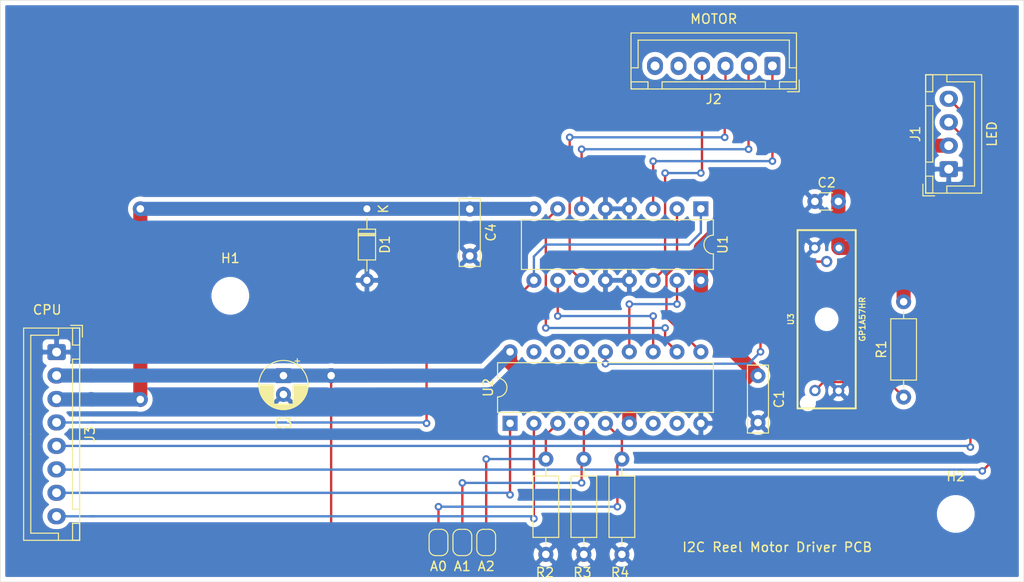
<source format=kicad_pcb>
(kicad_pcb (version 20171130) (host pcbnew 5.1.10-88a1d61d58~88~ubuntu20.04.1)

  (general
    (thickness 1.6)
    (drawings 5)
    (tracks 159)
    (zones 0)
    (modules 20)
    (nets 29)
  )

  (page A4)
  (layers
    (0 F.Cu signal)
    (31 B.Cu signal)
    (32 B.Adhes user)
    (33 F.Adhes user)
    (34 B.Paste user)
    (35 F.Paste user)
    (36 B.SilkS user)
    (37 F.SilkS user)
    (38 B.Mask user)
    (39 F.Mask user)
    (40 Dwgs.User user)
    (41 Cmts.User user)
    (42 Eco1.User user)
    (43 Eco2.User user)
    (44 Edge.Cuts user)
    (45 Margin user)
    (46 B.CrtYd user)
    (47 F.CrtYd user)
    (48 B.Fab user)
    (49 F.Fab user)
  )

  (setup
    (last_trace_width 0.25)
    (trace_clearance 0.2)
    (zone_clearance 0.508)
    (zone_45_only no)
    (trace_min 0.2)
    (via_size 0.8)
    (via_drill 0.4)
    (via_min_size 0.4)
    (via_min_drill 0.3)
    (uvia_size 0.3)
    (uvia_drill 0.1)
    (uvias_allowed no)
    (uvia_min_size 0.2)
    (uvia_min_drill 0.1)
    (edge_width 0.05)
    (segment_width 0.2)
    (pcb_text_width 0.3)
    (pcb_text_size 1.5 1.5)
    (mod_edge_width 0.12)
    (mod_text_size 1 1)
    (mod_text_width 0.15)
    (pad_size 1.524 1.524)
    (pad_drill 0.762)
    (pad_to_mask_clearance 0)
    (aux_axis_origin 0 0)
    (visible_elements FFFFFF7F)
    (pcbplotparams
      (layerselection 0x010fc_ffffffff)
      (usegerberextensions false)
      (usegerberattributes true)
      (usegerberadvancedattributes true)
      (creategerberjobfile true)
      (excludeedgelayer true)
      (linewidth 0.100000)
      (plotframeref false)
      (viasonmask false)
      (mode 1)
      (useauxorigin false)
      (hpglpennumber 1)
      (hpglpenspeed 20)
      (hpglpendiameter 15.000000)
      (psnegative false)
      (psa4output false)
      (plotreference true)
      (plotvalue true)
      (plotinvisibletext false)
      (padsonsilk false)
      (subtractmaskfromsilk false)
      (outputformat 1)
      (mirror false)
      (drillshape 0)
      (scaleselection 1)
      (outputdirectory "/net/home/chris/anna_elsa_fruit/anna_elsa_reel_pcb/gerbers/"))
  )

  (net 0 "")
  (net 1 /LED_DIN)
  (net 2 /LED_DOUT)
  (net 3 +5V)
  (net 4 GND)
  (net 5 "Net-(J2-Pad6)")
  (net 6 "Net-(J2-Pad5)")
  (net 7 /M4_OUT)
  (net 8 /M3_OUT)
  (net 9 /M2_OUT)
  (net 10 /M1_OUT)
  (net 11 /EN_PWM)
  (net 12 +24V)
  (net 13 "Net-(U2-Pad17)")
  (net 14 "Net-(U2-Pad8)")
  (net 15 "Net-(U2-Pad16)")
  (net 16 "Net-(U2-Pad7)")
  (net 17 "Net-(U2-Pad15)")
  (net 18 /PHOTOINTERRUPTER)
  (net 19 /M4_IN)
  (net 20 /M2_IN)
  (net 21 /M3_IN)
  (net 22 /M1_IN)
  (net 23 /SDA)
  (net 24 /SCL)
  (net 25 "Net-(R1-Pad1)")
  (net 26 "Net-(JP1-Pad2)")
  (net 27 "Net-(JP2-Pad2)")
  (net 28 "Net-(JP3-Pad2)")

  (net_class Default "This is the default net class."
    (clearance 0.2)
    (trace_width 0.25)
    (via_dia 0.8)
    (via_drill 0.4)
    (uvia_dia 0.3)
    (uvia_drill 0.1)
    (add_net /EN_PWM)
    (add_net /LED_DIN)
    (add_net /LED_DOUT)
    (add_net /M1_IN)
    (add_net /M1_OUT)
    (add_net /M2_IN)
    (add_net /M2_OUT)
    (add_net /M3_IN)
    (add_net /M3_OUT)
    (add_net /M4_IN)
    (add_net /M4_OUT)
    (add_net /PHOTOINTERRUPTER)
    (add_net /SCL)
    (add_net /SDA)
    (add_net GND)
    (add_net "Net-(J2-Pad5)")
    (add_net "Net-(J2-Pad6)")
    (add_net "Net-(JP1-Pad2)")
    (add_net "Net-(JP2-Pad2)")
    (add_net "Net-(JP3-Pad2)")
    (add_net "Net-(R1-Pad1)")
    (add_net "Net-(U2-Pad15)")
    (add_net "Net-(U2-Pad16)")
    (add_net "Net-(U2-Pad17)")
    (add_net "Net-(U2-Pad7)")
    (add_net "Net-(U2-Pad8)")
  )

  (net_class PWR ""
    (clearance 0.2)
    (trace_width 1.5)
    (via_dia 1.6)
    (via_drill 0.8)
    (uvia_dia 0.3)
    (uvia_drill 0.1)
    (add_net +24V)
    (add_net +5V)
  )

  (module Capacitor_THT:C_Rect_L7.0mm_W2.0mm_P5.00mm (layer F.Cu) (tedit 5AE50EF0) (tstamp 60C66EB8)
    (at 141 62.25 270)
    (descr "C, Rect series, Radial, pin pitch=5.00mm, , length*width=7*2mm^2, Capacitor")
    (tags "C Rect series Radial pin pitch 5.00mm  length 7mm width 2mm Capacitor")
    (path /60A9C93D)
    (fp_text reference C4 (at 2.5 -2.25 90) (layer F.SilkS)
      (effects (font (size 1 1) (thickness 0.15)))
    )
    (fp_text value 100nF (at 2.5 2.25 90) (layer F.Fab)
      (effects (font (size 1 1) (thickness 0.15)))
    )
    (fp_text user %R (at 2.5 0 90) (layer F.Fab)
      (effects (font (size 1 1) (thickness 0.15)))
    )
    (fp_line (start -1 -1) (end -1 1) (layer F.Fab) (width 0.1))
    (fp_line (start -1 1) (end 6 1) (layer F.Fab) (width 0.1))
    (fp_line (start 6 1) (end 6 -1) (layer F.Fab) (width 0.1))
    (fp_line (start 6 -1) (end -1 -1) (layer F.Fab) (width 0.1))
    (fp_line (start -1.12 -1.12) (end 6.12 -1.12) (layer F.SilkS) (width 0.12))
    (fp_line (start -1.12 1.12) (end 6.12 1.12) (layer F.SilkS) (width 0.12))
    (fp_line (start -1.12 -1.12) (end -1.12 1.12) (layer F.SilkS) (width 0.12))
    (fp_line (start 6.12 -1.12) (end 6.12 1.12) (layer F.SilkS) (width 0.12))
    (fp_line (start -1.25 -1.25) (end -1.25 1.25) (layer F.CrtYd) (width 0.05))
    (fp_line (start -1.25 1.25) (end 6.25 1.25) (layer F.CrtYd) (width 0.05))
    (fp_line (start 6.25 1.25) (end 6.25 -1.25) (layer F.CrtYd) (width 0.05))
    (fp_line (start 6.25 -1.25) (end -1.25 -1.25) (layer F.CrtYd) (width 0.05))
    (pad 2 thru_hole circle (at 5 0 270) (size 1.6 1.6) (drill 0.8) (layers *.Cu *.Mask)
      (net 4 GND))
    (pad 1 thru_hole circle (at 0 0 270) (size 1.6 1.6) (drill 0.8) (layers *.Cu *.Mask)
      (net 12 +24V))
    (model ${KISYS3DMOD}/Capacitor_THT.3dshapes/C_Rect_L7.0mm_W2.0mm_P5.00mm.wrl
      (at (xyz 0 0 0))
      (scale (xyz 1 1 1))
      (rotate (xyz 0 0 0))
    )
  )

  (module Capacitor_THT:C_Rect_L7.0mm_W2.0mm_P5.00mm (layer F.Cu) (tedit 5AE50EF0) (tstamp 60C66C60)
    (at 171.688 80.01 270)
    (descr "C, Rect series, Radial, pin pitch=5.00mm, , length*width=7*2mm^2, Capacitor")
    (tags "C Rect series Radial pin pitch 5.00mm  length 7mm width 2mm Capacitor")
    (path /60A09BC2)
    (fp_text reference C1 (at 2.5 -2.25 90) (layer F.SilkS)
      (effects (font (size 1 1) (thickness 0.15)))
    )
    (fp_text value 100nF (at 2.5 2.25 90) (layer F.Fab)
      (effects (font (size 1 1) (thickness 0.15)))
    )
    (fp_text user %R (at 2.5 0 90) (layer F.Fab)
      (effects (font (size 1 1) (thickness 0.15)))
    )
    (fp_line (start -1 -1) (end -1 1) (layer F.Fab) (width 0.1))
    (fp_line (start -1 1) (end 6 1) (layer F.Fab) (width 0.1))
    (fp_line (start 6 1) (end 6 -1) (layer F.Fab) (width 0.1))
    (fp_line (start 6 -1) (end -1 -1) (layer F.Fab) (width 0.1))
    (fp_line (start -1.12 -1.12) (end 6.12 -1.12) (layer F.SilkS) (width 0.12))
    (fp_line (start -1.12 1.12) (end 6.12 1.12) (layer F.SilkS) (width 0.12))
    (fp_line (start -1.12 -1.12) (end -1.12 1.12) (layer F.SilkS) (width 0.12))
    (fp_line (start 6.12 -1.12) (end 6.12 1.12) (layer F.SilkS) (width 0.12))
    (fp_line (start -1.25 -1.25) (end -1.25 1.25) (layer F.CrtYd) (width 0.05))
    (fp_line (start -1.25 1.25) (end 6.25 1.25) (layer F.CrtYd) (width 0.05))
    (fp_line (start 6.25 1.25) (end 6.25 -1.25) (layer F.CrtYd) (width 0.05))
    (fp_line (start 6.25 -1.25) (end -1.25 -1.25) (layer F.CrtYd) (width 0.05))
    (pad 2 thru_hole circle (at 5 0 270) (size 1.6 1.6) (drill 0.8) (layers *.Cu *.Mask)
      (net 4 GND))
    (pad 1 thru_hole circle (at 0 0 270) (size 1.6 1.6) (drill 0.8) (layers *.Cu *.Mask)
      (net 3 +5V))
    (model ${KISYS3DMOD}/Capacitor_THT.3dshapes/C_Rect_L7.0mm_W2.0mm_P5.00mm.wrl
      (at (xyz 0 0 0))
      (scale (xyz 1 1 1))
      (rotate (xyz 0 0 0))
    )
  )

  (module Silicon-Custom:GP1A57HR (layer F.Cu) (tedit 200000) (tstamp 60C67805)
    (at 179 74 90)
    (descr "SHARP GP1A57HR TRANSMISSIVE PHOTOINTERRUPTER")
    (tags "SHARP GP1A57HR TRANSMISSIVE PHOTOINTERRUPTER")
    (path /60A28936)
    (attr virtual)
    (fp_text reference U3 (at 0 -3.81 90) (layer F.SilkS)
      (effects (font (size 0.6096 0.6096) (thickness 0.127)))
    )
    (fp_text value GP1A57HR (at 0 3.81 90) (layer F.SilkS)
      (effects (font (size 0.6096 0.6096) (thickness 0.127)))
    )
    (fp_line (start -9.4996 -3.0988) (end 9.4996 -3.0988) (layer F.SilkS) (width 0.2032))
    (fp_line (start 9.4996 -3.0988) (end 9.4996 3.0988) (layer F.SilkS) (width 0.2032))
    (fp_line (start 9.4996 3.0988) (end -9.4996 3.0988) (layer F.SilkS) (width 0.2032))
    (fp_line (start -9.4996 3.0988) (end -9.4996 -3.0988) (layer F.SilkS) (width 0.2032))
    (pad "" np_thru_hole circle (at -8.94842 -1.99898 90) (size 0.6985 0.6985) (drill 0.6985) (layers *.Cu *.Mask)
      (solder_mask_margin 0.1016))
    (pad "" np_thru_hole circle (at 0 0 90) (size 1.4986 1.4986) (drill 1.4986) (layers *.Cu *.Mask)
      (solder_mask_margin 0.1016))
    (pad 5 thru_hole circle (at 7.62 -1.27 90) (size 1.2065 1.2065) (drill 0.6985) (layers *.Cu *.Mask)
      (net 4 GND) (solder_mask_margin 0.1016))
    (pad 4 thru_hole circle (at 6.14934 0 90) (size 1.2065 1.2065) (drill 0.6985) (layers *.Cu *.Mask)
      (net 18 /PHOTOINTERRUPTER) (solder_mask_margin 0.1016))
    (pad 3 thru_hole circle (at 7.59968 1.29794 90) (size 1.2065 1.2065) (drill 0.6985) (layers *.Cu *.Mask)
      (net 3 +5V) (solder_mask_margin 0.1016))
    (pad 2 thru_hole circle (at -7.62 1.27 90) (size 1.2065 1.2065) (drill 0.6985) (layers *.Cu *.Mask)
      (net 4 GND) (solder_mask_margin 0.1016))
    (pad 1 thru_hole circle (at -7.59968 -1.23952 90) (size 1.2065 1.2065) (drill 0.6985) (layers *.Cu *.Mask)
      (net 25 "Net-(R1-Pad1)") (solder_mask_margin 0.1016))
  )

  (module Diode_THT:D_DO-34_SOD68_P7.62mm_Horizontal (layer F.Cu) (tedit 5AE50CD5) (tstamp 60C66C9E)
    (at 130.048 62.23 270)
    (descr "Diode, DO-34_SOD68 series, Axial, Horizontal, pin pitch=7.62mm, , length*diameter=3.04*1.6mm^2, , https://www.nxp.com/docs/en/data-sheet/KTY83_SER.pdf")
    (tags "Diode DO-34_SOD68 series Axial Horizontal pin pitch 7.62mm  length 3.04mm diameter 1.6mm")
    (path /60AA08AD)
    (fp_text reference D1 (at 3.81 -1.92 90) (layer F.SilkS)
      (effects (font (size 1 1) (thickness 0.15)))
    )
    (fp_text value D (at 3.81 1.92 90) (layer F.Fab)
      (effects (font (size 1 1) (thickness 0.15)))
    )
    (fp_line (start 2.29 -0.8) (end 2.29 0.8) (layer F.Fab) (width 0.1))
    (fp_line (start 2.29 0.8) (end 5.33 0.8) (layer F.Fab) (width 0.1))
    (fp_line (start 5.33 0.8) (end 5.33 -0.8) (layer F.Fab) (width 0.1))
    (fp_line (start 5.33 -0.8) (end 2.29 -0.8) (layer F.Fab) (width 0.1))
    (fp_line (start 0 0) (end 2.29 0) (layer F.Fab) (width 0.1))
    (fp_line (start 7.62 0) (end 5.33 0) (layer F.Fab) (width 0.1))
    (fp_line (start 2.746 -0.8) (end 2.746 0.8) (layer F.Fab) (width 0.1))
    (fp_line (start 2.846 -0.8) (end 2.846 0.8) (layer F.Fab) (width 0.1))
    (fp_line (start 2.646 -0.8) (end 2.646 0.8) (layer F.Fab) (width 0.1))
    (fp_line (start 2.17 -0.92) (end 2.17 0.92) (layer F.SilkS) (width 0.12))
    (fp_line (start 2.17 0.92) (end 5.45 0.92) (layer F.SilkS) (width 0.12))
    (fp_line (start 5.45 0.92) (end 5.45 -0.92) (layer F.SilkS) (width 0.12))
    (fp_line (start 5.45 -0.92) (end 2.17 -0.92) (layer F.SilkS) (width 0.12))
    (fp_line (start 0.99 0) (end 2.17 0) (layer F.SilkS) (width 0.12))
    (fp_line (start 6.63 0) (end 5.45 0) (layer F.SilkS) (width 0.12))
    (fp_line (start 2.746 -0.92) (end 2.746 0.92) (layer F.SilkS) (width 0.12))
    (fp_line (start 2.866 -0.92) (end 2.866 0.92) (layer F.SilkS) (width 0.12))
    (fp_line (start 2.626 -0.92) (end 2.626 0.92) (layer F.SilkS) (width 0.12))
    (fp_line (start -1 -1.05) (end -1 1.05) (layer F.CrtYd) (width 0.05))
    (fp_line (start -1 1.05) (end 8.63 1.05) (layer F.CrtYd) (width 0.05))
    (fp_line (start 8.63 1.05) (end 8.63 -1.05) (layer F.CrtYd) (width 0.05))
    (fp_line (start 8.63 -1.05) (end -1 -1.05) (layer F.CrtYd) (width 0.05))
    (fp_text user K (at 0 -1.75 90) (layer F.SilkS)
      (effects (font (size 1 1) (thickness 0.15)))
    )
    (fp_text user K (at 0 -1.75 90) (layer F.Fab)
      (effects (font (size 1 1) (thickness 0.15)))
    )
    (fp_text user %R (at 4.038 0 90) (layer F.Fab)
      (effects (font (size 0.608 0.608) (thickness 0.0912)))
    )
    (pad 2 thru_hole oval (at 7.62 0 270) (size 1.5 1.5) (drill 0.75) (layers *.Cu *.Mask)
      (net 4 GND))
    (pad 1 thru_hole rect (at 0 0 270) (size 1.5 1.5) (drill 0.75) (layers *.Cu *.Mask)
      (net 12 +24V))
    (model ${KISYS3DMOD}/Diode_THT.3dshapes/D_DO-34_SOD68_P7.62mm_Horizontal.wrl
      (at (xyz 0 0 0))
      (scale (xyz 1 1 1))
      (rotate (xyz 0 0 0))
    )
  )

  (module Capacitor_THT:CP_Radial_D5.0mm_P2.00mm (layer F.Cu) (tedit 5AE50EF0) (tstamp 60C66DA4)
    (at 121.158 80.01 270)
    (descr "CP, Radial series, Radial, pin pitch=2.00mm, , diameter=5mm, Electrolytic Capacitor")
    (tags "CP Radial series Radial pin pitch 2.00mm  diameter 5mm Electrolytic Capacitor")
    (path /60AAA5AB)
    (fp_text reference C3 (at 5.08 0 180) (layer F.SilkS)
      (effects (font (size 1 1) (thickness 0.15)))
    )
    (fp_text value 10µF (at 3.81 3.75 90) (layer F.Fab)
      (effects (font (size 1 1) (thickness 0.15)))
    )
    (fp_circle (center 1 0) (end 3.5 0) (layer F.Fab) (width 0.1))
    (fp_circle (center 1 0) (end 3.62 0) (layer F.SilkS) (width 0.12))
    (fp_circle (center 1 0) (end 3.75 0) (layer F.CrtYd) (width 0.05))
    (fp_line (start -1.133605 -1.0875) (end -0.633605 -1.0875) (layer F.Fab) (width 0.1))
    (fp_line (start -0.883605 -1.3375) (end -0.883605 -0.8375) (layer F.Fab) (width 0.1))
    (fp_line (start 1 1.04) (end 1 2.58) (layer F.SilkS) (width 0.12))
    (fp_line (start 1 -2.58) (end 1 -1.04) (layer F.SilkS) (width 0.12))
    (fp_line (start 1.04 1.04) (end 1.04 2.58) (layer F.SilkS) (width 0.12))
    (fp_line (start 1.04 -2.58) (end 1.04 -1.04) (layer F.SilkS) (width 0.12))
    (fp_line (start 1.08 -2.579) (end 1.08 -1.04) (layer F.SilkS) (width 0.12))
    (fp_line (start 1.08 1.04) (end 1.08 2.579) (layer F.SilkS) (width 0.12))
    (fp_line (start 1.12 -2.578) (end 1.12 -1.04) (layer F.SilkS) (width 0.12))
    (fp_line (start 1.12 1.04) (end 1.12 2.578) (layer F.SilkS) (width 0.12))
    (fp_line (start 1.16 -2.576) (end 1.16 -1.04) (layer F.SilkS) (width 0.12))
    (fp_line (start 1.16 1.04) (end 1.16 2.576) (layer F.SilkS) (width 0.12))
    (fp_line (start 1.2 -2.573) (end 1.2 -1.04) (layer F.SilkS) (width 0.12))
    (fp_line (start 1.2 1.04) (end 1.2 2.573) (layer F.SilkS) (width 0.12))
    (fp_line (start 1.24 -2.569) (end 1.24 -1.04) (layer F.SilkS) (width 0.12))
    (fp_line (start 1.24 1.04) (end 1.24 2.569) (layer F.SilkS) (width 0.12))
    (fp_line (start 1.28 -2.565) (end 1.28 -1.04) (layer F.SilkS) (width 0.12))
    (fp_line (start 1.28 1.04) (end 1.28 2.565) (layer F.SilkS) (width 0.12))
    (fp_line (start 1.32 -2.561) (end 1.32 -1.04) (layer F.SilkS) (width 0.12))
    (fp_line (start 1.32 1.04) (end 1.32 2.561) (layer F.SilkS) (width 0.12))
    (fp_line (start 1.36 -2.556) (end 1.36 -1.04) (layer F.SilkS) (width 0.12))
    (fp_line (start 1.36 1.04) (end 1.36 2.556) (layer F.SilkS) (width 0.12))
    (fp_line (start 1.4 -2.55) (end 1.4 -1.04) (layer F.SilkS) (width 0.12))
    (fp_line (start 1.4 1.04) (end 1.4 2.55) (layer F.SilkS) (width 0.12))
    (fp_line (start 1.44 -2.543) (end 1.44 -1.04) (layer F.SilkS) (width 0.12))
    (fp_line (start 1.44 1.04) (end 1.44 2.543) (layer F.SilkS) (width 0.12))
    (fp_line (start 1.48 -2.536) (end 1.48 -1.04) (layer F.SilkS) (width 0.12))
    (fp_line (start 1.48 1.04) (end 1.48 2.536) (layer F.SilkS) (width 0.12))
    (fp_line (start 1.52 -2.528) (end 1.52 -1.04) (layer F.SilkS) (width 0.12))
    (fp_line (start 1.52 1.04) (end 1.52 2.528) (layer F.SilkS) (width 0.12))
    (fp_line (start 1.56 -2.52) (end 1.56 -1.04) (layer F.SilkS) (width 0.12))
    (fp_line (start 1.56 1.04) (end 1.56 2.52) (layer F.SilkS) (width 0.12))
    (fp_line (start 1.6 -2.511) (end 1.6 -1.04) (layer F.SilkS) (width 0.12))
    (fp_line (start 1.6 1.04) (end 1.6 2.511) (layer F.SilkS) (width 0.12))
    (fp_line (start 1.64 -2.501) (end 1.64 -1.04) (layer F.SilkS) (width 0.12))
    (fp_line (start 1.64 1.04) (end 1.64 2.501) (layer F.SilkS) (width 0.12))
    (fp_line (start 1.68 -2.491) (end 1.68 -1.04) (layer F.SilkS) (width 0.12))
    (fp_line (start 1.68 1.04) (end 1.68 2.491) (layer F.SilkS) (width 0.12))
    (fp_line (start 1.721 -2.48) (end 1.721 -1.04) (layer F.SilkS) (width 0.12))
    (fp_line (start 1.721 1.04) (end 1.721 2.48) (layer F.SilkS) (width 0.12))
    (fp_line (start 1.761 -2.468) (end 1.761 -1.04) (layer F.SilkS) (width 0.12))
    (fp_line (start 1.761 1.04) (end 1.761 2.468) (layer F.SilkS) (width 0.12))
    (fp_line (start 1.801 -2.455) (end 1.801 -1.04) (layer F.SilkS) (width 0.12))
    (fp_line (start 1.801 1.04) (end 1.801 2.455) (layer F.SilkS) (width 0.12))
    (fp_line (start 1.841 -2.442) (end 1.841 -1.04) (layer F.SilkS) (width 0.12))
    (fp_line (start 1.841 1.04) (end 1.841 2.442) (layer F.SilkS) (width 0.12))
    (fp_line (start 1.881 -2.428) (end 1.881 -1.04) (layer F.SilkS) (width 0.12))
    (fp_line (start 1.881 1.04) (end 1.881 2.428) (layer F.SilkS) (width 0.12))
    (fp_line (start 1.921 -2.414) (end 1.921 -1.04) (layer F.SilkS) (width 0.12))
    (fp_line (start 1.921 1.04) (end 1.921 2.414) (layer F.SilkS) (width 0.12))
    (fp_line (start 1.961 -2.398) (end 1.961 -1.04) (layer F.SilkS) (width 0.12))
    (fp_line (start 1.961 1.04) (end 1.961 2.398) (layer F.SilkS) (width 0.12))
    (fp_line (start 2.001 -2.382) (end 2.001 -1.04) (layer F.SilkS) (width 0.12))
    (fp_line (start 2.001 1.04) (end 2.001 2.382) (layer F.SilkS) (width 0.12))
    (fp_line (start 2.041 -2.365) (end 2.041 -1.04) (layer F.SilkS) (width 0.12))
    (fp_line (start 2.041 1.04) (end 2.041 2.365) (layer F.SilkS) (width 0.12))
    (fp_line (start 2.081 -2.348) (end 2.081 -1.04) (layer F.SilkS) (width 0.12))
    (fp_line (start 2.081 1.04) (end 2.081 2.348) (layer F.SilkS) (width 0.12))
    (fp_line (start 2.121 -2.329) (end 2.121 -1.04) (layer F.SilkS) (width 0.12))
    (fp_line (start 2.121 1.04) (end 2.121 2.329) (layer F.SilkS) (width 0.12))
    (fp_line (start 2.161 -2.31) (end 2.161 -1.04) (layer F.SilkS) (width 0.12))
    (fp_line (start 2.161 1.04) (end 2.161 2.31) (layer F.SilkS) (width 0.12))
    (fp_line (start 2.201 -2.29) (end 2.201 -1.04) (layer F.SilkS) (width 0.12))
    (fp_line (start 2.201 1.04) (end 2.201 2.29) (layer F.SilkS) (width 0.12))
    (fp_line (start 2.241 -2.268) (end 2.241 -1.04) (layer F.SilkS) (width 0.12))
    (fp_line (start 2.241 1.04) (end 2.241 2.268) (layer F.SilkS) (width 0.12))
    (fp_line (start 2.281 -2.247) (end 2.281 -1.04) (layer F.SilkS) (width 0.12))
    (fp_line (start 2.281 1.04) (end 2.281 2.247) (layer F.SilkS) (width 0.12))
    (fp_line (start 2.321 -2.224) (end 2.321 -1.04) (layer F.SilkS) (width 0.12))
    (fp_line (start 2.321 1.04) (end 2.321 2.224) (layer F.SilkS) (width 0.12))
    (fp_line (start 2.361 -2.2) (end 2.361 -1.04) (layer F.SilkS) (width 0.12))
    (fp_line (start 2.361 1.04) (end 2.361 2.2) (layer F.SilkS) (width 0.12))
    (fp_line (start 2.401 -2.175) (end 2.401 -1.04) (layer F.SilkS) (width 0.12))
    (fp_line (start 2.401 1.04) (end 2.401 2.175) (layer F.SilkS) (width 0.12))
    (fp_line (start 2.441 -2.149) (end 2.441 -1.04) (layer F.SilkS) (width 0.12))
    (fp_line (start 2.441 1.04) (end 2.441 2.149) (layer F.SilkS) (width 0.12))
    (fp_line (start 2.481 -2.122) (end 2.481 -1.04) (layer F.SilkS) (width 0.12))
    (fp_line (start 2.481 1.04) (end 2.481 2.122) (layer F.SilkS) (width 0.12))
    (fp_line (start 2.521 -2.095) (end 2.521 -1.04) (layer F.SilkS) (width 0.12))
    (fp_line (start 2.521 1.04) (end 2.521 2.095) (layer F.SilkS) (width 0.12))
    (fp_line (start 2.561 -2.065) (end 2.561 -1.04) (layer F.SilkS) (width 0.12))
    (fp_line (start 2.561 1.04) (end 2.561 2.065) (layer F.SilkS) (width 0.12))
    (fp_line (start 2.601 -2.035) (end 2.601 -1.04) (layer F.SilkS) (width 0.12))
    (fp_line (start 2.601 1.04) (end 2.601 2.035) (layer F.SilkS) (width 0.12))
    (fp_line (start 2.641 -2.004) (end 2.641 -1.04) (layer F.SilkS) (width 0.12))
    (fp_line (start 2.641 1.04) (end 2.641 2.004) (layer F.SilkS) (width 0.12))
    (fp_line (start 2.681 -1.971) (end 2.681 -1.04) (layer F.SilkS) (width 0.12))
    (fp_line (start 2.681 1.04) (end 2.681 1.971) (layer F.SilkS) (width 0.12))
    (fp_line (start 2.721 -1.937) (end 2.721 -1.04) (layer F.SilkS) (width 0.12))
    (fp_line (start 2.721 1.04) (end 2.721 1.937) (layer F.SilkS) (width 0.12))
    (fp_line (start 2.761 -1.901) (end 2.761 -1.04) (layer F.SilkS) (width 0.12))
    (fp_line (start 2.761 1.04) (end 2.761 1.901) (layer F.SilkS) (width 0.12))
    (fp_line (start 2.801 -1.864) (end 2.801 -1.04) (layer F.SilkS) (width 0.12))
    (fp_line (start 2.801 1.04) (end 2.801 1.864) (layer F.SilkS) (width 0.12))
    (fp_line (start 2.841 -1.826) (end 2.841 -1.04) (layer F.SilkS) (width 0.12))
    (fp_line (start 2.841 1.04) (end 2.841 1.826) (layer F.SilkS) (width 0.12))
    (fp_line (start 2.881 -1.785) (end 2.881 -1.04) (layer F.SilkS) (width 0.12))
    (fp_line (start 2.881 1.04) (end 2.881 1.785) (layer F.SilkS) (width 0.12))
    (fp_line (start 2.921 -1.743) (end 2.921 -1.04) (layer F.SilkS) (width 0.12))
    (fp_line (start 2.921 1.04) (end 2.921 1.743) (layer F.SilkS) (width 0.12))
    (fp_line (start 2.961 -1.699) (end 2.961 -1.04) (layer F.SilkS) (width 0.12))
    (fp_line (start 2.961 1.04) (end 2.961 1.699) (layer F.SilkS) (width 0.12))
    (fp_line (start 3.001 -1.653) (end 3.001 -1.04) (layer F.SilkS) (width 0.12))
    (fp_line (start 3.001 1.04) (end 3.001 1.653) (layer F.SilkS) (width 0.12))
    (fp_line (start 3.041 -1.605) (end 3.041 1.605) (layer F.SilkS) (width 0.12))
    (fp_line (start 3.081 -1.554) (end 3.081 1.554) (layer F.SilkS) (width 0.12))
    (fp_line (start 3.121 -1.5) (end 3.121 1.5) (layer F.SilkS) (width 0.12))
    (fp_line (start 3.161 -1.443) (end 3.161 1.443) (layer F.SilkS) (width 0.12))
    (fp_line (start 3.201 -1.383) (end 3.201 1.383) (layer F.SilkS) (width 0.12))
    (fp_line (start 3.241 -1.319) (end 3.241 1.319) (layer F.SilkS) (width 0.12))
    (fp_line (start 3.281 -1.251) (end 3.281 1.251) (layer F.SilkS) (width 0.12))
    (fp_line (start 3.321 -1.178) (end 3.321 1.178) (layer F.SilkS) (width 0.12))
    (fp_line (start 3.361 -1.098) (end 3.361 1.098) (layer F.SilkS) (width 0.12))
    (fp_line (start 3.401 -1.011) (end 3.401 1.011) (layer F.SilkS) (width 0.12))
    (fp_line (start 3.441 -0.915) (end 3.441 0.915) (layer F.SilkS) (width 0.12))
    (fp_line (start 3.481 -0.805) (end 3.481 0.805) (layer F.SilkS) (width 0.12))
    (fp_line (start 3.521 -0.677) (end 3.521 0.677) (layer F.SilkS) (width 0.12))
    (fp_line (start 3.561 -0.518) (end 3.561 0.518) (layer F.SilkS) (width 0.12))
    (fp_line (start 3.601 -0.284) (end 3.601 0.284) (layer F.SilkS) (width 0.12))
    (fp_line (start -1.804775 -1.475) (end -1.304775 -1.475) (layer F.SilkS) (width 0.12))
    (fp_line (start -1.554775 -1.725) (end -1.554775 -1.225) (layer F.SilkS) (width 0.12))
    (fp_text user %R (at 1 0 90) (layer F.Fab)
      (effects (font (size 1 1) (thickness 0.15)))
    )
    (pad 2 thru_hole circle (at 2 0 270) (size 1.6 1.6) (drill 0.8) (layers *.Cu *.Mask)
      (net 4 GND))
    (pad 1 thru_hole rect (at 0 0 270) (size 1.6 1.6) (drill 0.8) (layers *.Cu *.Mask)
      (net 3 +5V))
    (model ${KISYS3DMOD}/Capacitor_THT.3dshapes/CP_Radial_D5.0mm_P2.00mm.wrl
      (at (xyz 0 0 0))
      (scale (xyz 1 1 1))
      (rotate (xyz 0 0 0))
    )
  )

  (module Jumper:SolderJumper-2_P1.3mm_Open_RoundedPad1.0x1.5mm (layer F.Cu) (tedit 5B391E66) (tstamp 60C671E3)
    (at 137.668 97.79 90)
    (descr "SMD Solder Jumper, 1x1.5mm, rounded Pads, 0.3mm gap, open")
    (tags "solder jumper open")
    (path /60A6F5B4)
    (attr virtual)
    (fp_text reference JP3 (at -2.54 0 180) (layer F.SilkS) hide
      (effects (font (size 1 1) (thickness 0.15)))
    )
    (fp_text value A0 (at -2.54 0 180) (layer F.SilkS)
      (effects (font (size 1 1) (thickness 0.15)))
    )
    (fp_line (start -1.4 0.3) (end -1.4 -0.3) (layer F.SilkS) (width 0.12))
    (fp_line (start 0.7 1) (end -0.7 1) (layer F.SilkS) (width 0.12))
    (fp_line (start 1.4 -0.3) (end 1.4 0.3) (layer F.SilkS) (width 0.12))
    (fp_line (start -0.7 -1) (end 0.7 -1) (layer F.SilkS) (width 0.12))
    (fp_line (start -1.65 -1.25) (end 1.65 -1.25) (layer F.CrtYd) (width 0.05))
    (fp_line (start -1.65 -1.25) (end -1.65 1.25) (layer F.CrtYd) (width 0.05))
    (fp_line (start 1.65 1.25) (end 1.65 -1.25) (layer F.CrtYd) (width 0.05))
    (fp_line (start 1.65 1.25) (end -1.65 1.25) (layer F.CrtYd) (width 0.05))
    (fp_arc (start -0.7 -0.3) (end -0.7 -1) (angle -90) (layer F.SilkS) (width 0.12))
    (fp_arc (start -0.7 0.3) (end -1.4 0.3) (angle -90) (layer F.SilkS) (width 0.12))
    (fp_arc (start 0.7 0.3) (end 0.7 1) (angle -90) (layer F.SilkS) (width 0.12))
    (fp_arc (start 0.7 -0.3) (end 1.4 -0.3) (angle -90) (layer F.SilkS) (width 0.12))
    (pad 2 smd custom (at 0.65 0 90) (size 1 0.5) (layers F.Cu F.Mask)
      (net 28 "Net-(JP3-Pad2)") (zone_connect 2)
      (options (clearance outline) (anchor rect))
      (primitives
        (gr_circle (center 0 0.25) (end 0.5 0.25) (width 0))
        (gr_circle (center 0 -0.25) (end 0.5 -0.25) (width 0))
        (gr_poly (pts
           (xy 0 -0.75) (xy -0.5 -0.75) (xy -0.5 0.75) (xy 0 0.75)) (width 0))
      ))
    (pad 1 smd custom (at -0.65 0 90) (size 1 0.5) (layers F.Cu F.Mask)
      (net 3 +5V) (zone_connect 2)
      (options (clearance outline) (anchor rect))
      (primitives
        (gr_circle (center 0 0.25) (end 0.5 0.25) (width 0))
        (gr_circle (center 0 -0.25) (end 0.5 -0.25) (width 0))
        (gr_poly (pts
           (xy 0 -0.75) (xy 0.5 -0.75) (xy 0.5 0.75) (xy 0 0.75)) (width 0))
      ))
  )

  (module Jumper:SolderJumper-2_P1.3mm_Open_RoundedPad1.0x1.5mm (layer F.Cu) (tedit 5B391E66) (tstamp 60C6717D)
    (at 140.208 97.79 90)
    (descr "SMD Solder Jumper, 1x1.5mm, rounded Pads, 0.3mm gap, open")
    (tags "solder jumper open")
    (path /60A6F31D)
    (attr virtual)
    (fp_text reference JP2 (at -2.54 0.26 180) (layer F.SilkS) hide
      (effects (font (size 1 1) (thickness 0.15)))
    )
    (fp_text value A1 (at -2.54 0) (layer F.SilkS)
      (effects (font (size 1 1) (thickness 0.15)))
    )
    (fp_line (start -1.4 0.3) (end -1.4 -0.3) (layer F.SilkS) (width 0.12))
    (fp_line (start 0.7 1) (end -0.7 1) (layer F.SilkS) (width 0.12))
    (fp_line (start 1.4 -0.3) (end 1.4 0.3) (layer F.SilkS) (width 0.12))
    (fp_line (start -0.7 -1) (end 0.7 -1) (layer F.SilkS) (width 0.12))
    (fp_line (start -1.65 -1.25) (end 1.65 -1.25) (layer F.CrtYd) (width 0.05))
    (fp_line (start -1.65 -1.25) (end -1.65 1.25) (layer F.CrtYd) (width 0.05))
    (fp_line (start 1.65 1.25) (end 1.65 -1.25) (layer F.CrtYd) (width 0.05))
    (fp_line (start 1.65 1.25) (end -1.65 1.25) (layer F.CrtYd) (width 0.05))
    (fp_arc (start -0.7 -0.3) (end -0.7 -1) (angle -90) (layer F.SilkS) (width 0.12))
    (fp_arc (start -0.7 0.3) (end -1.4 0.3) (angle -90) (layer F.SilkS) (width 0.12))
    (fp_arc (start 0.7 0.3) (end 0.7 1) (angle -90) (layer F.SilkS) (width 0.12))
    (fp_arc (start 0.7 -0.3) (end 1.4 -0.3) (angle -90) (layer F.SilkS) (width 0.12))
    (pad 2 smd custom (at 0.65 0 90) (size 1 0.5) (layers F.Cu F.Mask)
      (net 27 "Net-(JP2-Pad2)") (zone_connect 2)
      (options (clearance outline) (anchor rect))
      (primitives
        (gr_circle (center 0 0.25) (end 0.5 0.25) (width 0))
        (gr_circle (center 0 -0.25) (end 0.5 -0.25) (width 0))
        (gr_poly (pts
           (xy 0 -0.75) (xy -0.5 -0.75) (xy -0.5 0.75) (xy 0 0.75)) (width 0))
      ))
    (pad 1 smd custom (at -0.65 0 90) (size 1 0.5) (layers F.Cu F.Mask)
      (net 3 +5V) (zone_connect 2)
      (options (clearance outline) (anchor rect))
      (primitives
        (gr_circle (center 0 0.25) (end 0.5 0.25) (width 0))
        (gr_circle (center 0 -0.25) (end 0.5 -0.25) (width 0))
        (gr_poly (pts
           (xy 0 -0.75) (xy 0.5 -0.75) (xy 0.5 0.75) (xy 0 0.75)) (width 0))
      ))
  )

  (module Jumper:SolderJumper-2_P1.3mm_Open_RoundedPad1.0x1.5mm (layer F.Cu) (tedit 5B391E66) (tstamp 60C671B0)
    (at 142.748 97.79 90)
    (descr "SMD Solder Jumper, 1x1.5mm, rounded Pads, 0.3mm gap, open")
    (tags "solder jumper open")
    (path /60A6EC0F)
    (attr virtual)
    (fp_text reference JP1 (at -2.54 0 180) (layer F.SilkS) hide
      (effects (font (size 1 1) (thickness 0.15)))
    )
    (fp_text value A2 (at -2.54 0 180) (layer F.SilkS)
      (effects (font (size 1 1) (thickness 0.15)))
    )
    (fp_line (start -1.4 0.3) (end -1.4 -0.3) (layer F.SilkS) (width 0.12))
    (fp_line (start 0.7 1) (end -0.7 1) (layer F.SilkS) (width 0.12))
    (fp_line (start 1.4 -0.3) (end 1.4 0.3) (layer F.SilkS) (width 0.12))
    (fp_line (start -0.7 -1) (end 0.7 -1) (layer F.SilkS) (width 0.12))
    (fp_line (start -1.65 -1.25) (end 1.65 -1.25) (layer F.CrtYd) (width 0.05))
    (fp_line (start -1.65 -1.25) (end -1.65 1.25) (layer F.CrtYd) (width 0.05))
    (fp_line (start 1.65 1.25) (end 1.65 -1.25) (layer F.CrtYd) (width 0.05))
    (fp_line (start 1.65 1.25) (end -1.65 1.25) (layer F.CrtYd) (width 0.05))
    (fp_arc (start -0.7 -0.3) (end -0.7 -1) (angle -90) (layer F.SilkS) (width 0.12))
    (fp_arc (start -0.7 0.3) (end -1.4 0.3) (angle -90) (layer F.SilkS) (width 0.12))
    (fp_arc (start 0.7 0.3) (end 0.7 1) (angle -90) (layer F.SilkS) (width 0.12))
    (fp_arc (start 0.7 -0.3) (end 1.4 -0.3) (angle -90) (layer F.SilkS) (width 0.12))
    (pad 2 smd custom (at 0.65 0 90) (size 1 0.5) (layers F.Cu F.Mask)
      (net 26 "Net-(JP1-Pad2)") (zone_connect 2)
      (options (clearance outline) (anchor rect))
      (primitives
        (gr_circle (center 0 0.25) (end 0.5 0.25) (width 0))
        (gr_circle (center 0 -0.25) (end 0.5 -0.25) (width 0))
        (gr_poly (pts
           (xy 0 -0.75) (xy -0.5 -0.75) (xy -0.5 0.75) (xy 0 0.75)) (width 0))
      ))
    (pad 1 smd custom (at -0.65 0 90) (size 1 0.5) (layers F.Cu F.Mask)
      (net 3 +5V) (zone_connect 2)
      (options (clearance outline) (anchor rect))
      (primitives
        (gr_circle (center 0 0.25) (end 0.5 0.25) (width 0))
        (gr_circle (center 0 -0.25) (end 0.5 -0.25) (width 0))
        (gr_poly (pts
           (xy 0 -0.75) (xy 0.5 -0.75) (xy 0.5 0.75) (xy 0 0.75)) (width 0))
      ))
  )

  (module Resistor_THT:R_Axial_DIN0207_L6.3mm_D2.5mm_P10.16mm_Horizontal (layer F.Cu) (tedit 5AE5139B) (tstamp 60C6721B)
    (at 157.198 99.06 90)
    (descr "Resistor, Axial_DIN0207 series, Axial, Horizontal, pin pitch=10.16mm, 0.25W = 1/4W, length*diameter=6.3*2.5mm^2, http://cdn-reichelt.de/documents/datenblatt/B400/1_4W%23YAG.pdf")
    (tags "Resistor Axial_DIN0207 series Axial Horizontal pin pitch 10.16mm 0.25W = 1/4W length 6.3mm diameter 2.5mm")
    (path /60A83273)
    (fp_text reference R4 (at -1.94 -0.198 180) (layer F.SilkS)
      (effects (font (size 1 1) (thickness 0.15)))
    )
    (fp_text value 4k7 (at 5.08 2.37 90) (layer F.Fab)
      (effects (font (size 1 1) (thickness 0.15)))
    )
    (fp_line (start 1.93 -1.25) (end 1.93 1.25) (layer F.Fab) (width 0.1))
    (fp_line (start 1.93 1.25) (end 8.23 1.25) (layer F.Fab) (width 0.1))
    (fp_line (start 8.23 1.25) (end 8.23 -1.25) (layer F.Fab) (width 0.1))
    (fp_line (start 8.23 -1.25) (end 1.93 -1.25) (layer F.Fab) (width 0.1))
    (fp_line (start 0 0) (end 1.93 0) (layer F.Fab) (width 0.1))
    (fp_line (start 10.16 0) (end 8.23 0) (layer F.Fab) (width 0.1))
    (fp_line (start 1.81 -1.37) (end 1.81 1.37) (layer F.SilkS) (width 0.12))
    (fp_line (start 1.81 1.37) (end 8.35 1.37) (layer F.SilkS) (width 0.12))
    (fp_line (start 8.35 1.37) (end 8.35 -1.37) (layer F.SilkS) (width 0.12))
    (fp_line (start 8.35 -1.37) (end 1.81 -1.37) (layer F.SilkS) (width 0.12))
    (fp_line (start 1.04 0) (end 1.81 0) (layer F.SilkS) (width 0.12))
    (fp_line (start 9.12 0) (end 8.35 0) (layer F.SilkS) (width 0.12))
    (fp_line (start -1.05 -1.5) (end -1.05 1.5) (layer F.CrtYd) (width 0.05))
    (fp_line (start -1.05 1.5) (end 11.21 1.5) (layer F.CrtYd) (width 0.05))
    (fp_line (start 11.21 1.5) (end 11.21 -1.5) (layer F.CrtYd) (width 0.05))
    (fp_line (start 11.21 -1.5) (end -1.05 -1.5) (layer F.CrtYd) (width 0.05))
    (fp_text user %R (at 5.08 0 90) (layer F.Fab)
      (effects (font (size 1 1) (thickness 0.15)))
    )
    (pad 2 thru_hole oval (at 10.16 0 90) (size 1.6 1.6) (drill 0.8) (layers *.Cu *.Mask)
      (net 28 "Net-(JP3-Pad2)"))
    (pad 1 thru_hole circle (at 0 0 90) (size 1.6 1.6) (drill 0.8) (layers *.Cu *.Mask)
      (net 4 GND))
    (model ${KISYS3DMOD}/Resistor_THT.3dshapes/R_Axial_DIN0207_L6.3mm_D2.5mm_P10.16mm_Horizontal.wrl
      (at (xyz 0 0 0))
      (scale (xyz 1 1 1))
      (rotate (xyz 0 0 0))
    )
  )

  (module Resistor_THT:R_Axial_DIN0207_L6.3mm_D2.5mm_P10.16mm_Horizontal (layer F.Cu) (tedit 5AE5139B) (tstamp 60C67050)
    (at 153.148 99.06 90)
    (descr "Resistor, Axial_DIN0207 series, Axial, Horizontal, pin pitch=10.16mm, 0.25W = 1/4W, length*diameter=6.3*2.5mm^2, http://cdn-reichelt.de/documents/datenblatt/B400/1_4W%23YAG.pdf")
    (tags "Resistor Axial_DIN0207 series Axial Horizontal pin pitch 10.16mm 0.25W = 1/4W length 6.3mm diameter 2.5mm")
    (path /60A82E22)
    (fp_text reference R3 (at -1.94 -0.148 180) (layer F.SilkS)
      (effects (font (size 1 1) (thickness 0.15)))
    )
    (fp_text value 4k7 (at 5.08 2.37 90) (layer F.Fab)
      (effects (font (size 1 1) (thickness 0.15)))
    )
    (fp_line (start 1.93 -1.25) (end 1.93 1.25) (layer F.Fab) (width 0.1))
    (fp_line (start 1.93 1.25) (end 8.23 1.25) (layer F.Fab) (width 0.1))
    (fp_line (start 8.23 1.25) (end 8.23 -1.25) (layer F.Fab) (width 0.1))
    (fp_line (start 8.23 -1.25) (end 1.93 -1.25) (layer F.Fab) (width 0.1))
    (fp_line (start 0 0) (end 1.93 0) (layer F.Fab) (width 0.1))
    (fp_line (start 10.16 0) (end 8.23 0) (layer F.Fab) (width 0.1))
    (fp_line (start 1.81 -1.37) (end 1.81 1.37) (layer F.SilkS) (width 0.12))
    (fp_line (start 1.81 1.37) (end 8.35 1.37) (layer F.SilkS) (width 0.12))
    (fp_line (start 8.35 1.37) (end 8.35 -1.37) (layer F.SilkS) (width 0.12))
    (fp_line (start 8.35 -1.37) (end 1.81 -1.37) (layer F.SilkS) (width 0.12))
    (fp_line (start 1.04 0) (end 1.81 0) (layer F.SilkS) (width 0.12))
    (fp_line (start 9.12 0) (end 8.35 0) (layer F.SilkS) (width 0.12))
    (fp_line (start -1.05 -1.5) (end -1.05 1.5) (layer F.CrtYd) (width 0.05))
    (fp_line (start -1.05 1.5) (end 11.21 1.5) (layer F.CrtYd) (width 0.05))
    (fp_line (start 11.21 1.5) (end 11.21 -1.5) (layer F.CrtYd) (width 0.05))
    (fp_line (start 11.21 -1.5) (end -1.05 -1.5) (layer F.CrtYd) (width 0.05))
    (fp_text user %R (at 5.08 0 90) (layer F.Fab)
      (effects (font (size 1 1) (thickness 0.15)))
    )
    (pad 2 thru_hole oval (at 10.16 0 90) (size 1.6 1.6) (drill 0.8) (layers *.Cu *.Mask)
      (net 27 "Net-(JP2-Pad2)"))
    (pad 1 thru_hole circle (at 0 0 90) (size 1.6 1.6) (drill 0.8) (layers *.Cu *.Mask)
      (net 4 GND))
    (model ${KISYS3DMOD}/Resistor_THT.3dshapes/R_Axial_DIN0207_L6.3mm_D2.5mm_P10.16mm_Horizontal.wrl
      (at (xyz 0 0 0))
      (scale (xyz 1 1 1))
      (rotate (xyz 0 0 0))
    )
  )

  (module Resistor_THT:R_Axial_DIN0207_L6.3mm_D2.5mm_P10.16mm_Horizontal (layer F.Cu) (tedit 5AE5139B) (tstamp 60C66F06)
    (at 149.098 99.06 90)
    (descr "Resistor, Axial_DIN0207 series, Axial, Horizontal, pin pitch=10.16mm, 0.25W = 1/4W, length*diameter=6.3*2.5mm^2, http://cdn-reichelt.de/documents/datenblatt/B400/1_4W%23YAG.pdf")
    (tags "Resistor Axial_DIN0207 series Axial Horizontal pin pitch 10.16mm 0.25W = 1/4W length 6.3mm diameter 2.5mm")
    (path /60A7B28F)
    (fp_text reference R2 (at -1.94 -0.098 180) (layer F.SilkS)
      (effects (font (size 1 1) (thickness 0.15)))
    )
    (fp_text value 4k7 (at 5.08 2.37 90) (layer F.Fab)
      (effects (font (size 1 1) (thickness 0.15)))
    )
    (fp_line (start 1.93 -1.25) (end 1.93 1.25) (layer F.Fab) (width 0.1))
    (fp_line (start 1.93 1.25) (end 8.23 1.25) (layer F.Fab) (width 0.1))
    (fp_line (start 8.23 1.25) (end 8.23 -1.25) (layer F.Fab) (width 0.1))
    (fp_line (start 8.23 -1.25) (end 1.93 -1.25) (layer F.Fab) (width 0.1))
    (fp_line (start 0 0) (end 1.93 0) (layer F.Fab) (width 0.1))
    (fp_line (start 10.16 0) (end 8.23 0) (layer F.Fab) (width 0.1))
    (fp_line (start 1.81 -1.37) (end 1.81 1.37) (layer F.SilkS) (width 0.12))
    (fp_line (start 1.81 1.37) (end 8.35 1.37) (layer F.SilkS) (width 0.12))
    (fp_line (start 8.35 1.37) (end 8.35 -1.37) (layer F.SilkS) (width 0.12))
    (fp_line (start 8.35 -1.37) (end 1.81 -1.37) (layer F.SilkS) (width 0.12))
    (fp_line (start 1.04 0) (end 1.81 0) (layer F.SilkS) (width 0.12))
    (fp_line (start 9.12 0) (end 8.35 0) (layer F.SilkS) (width 0.12))
    (fp_line (start -1.05 -1.5) (end -1.05 1.5) (layer F.CrtYd) (width 0.05))
    (fp_line (start -1.05 1.5) (end 11.21 1.5) (layer F.CrtYd) (width 0.05))
    (fp_line (start 11.21 1.5) (end 11.21 -1.5) (layer F.CrtYd) (width 0.05))
    (fp_line (start 11.21 -1.5) (end -1.05 -1.5) (layer F.CrtYd) (width 0.05))
    (fp_text user %R (at 5.08 0 90) (layer F.Fab)
      (effects (font (size 1 1) (thickness 0.15)))
    )
    (pad 2 thru_hole oval (at 10.16 0 90) (size 1.6 1.6) (drill 0.8) (layers *.Cu *.Mask)
      (net 26 "Net-(JP1-Pad2)"))
    (pad 1 thru_hole circle (at 0 0 90) (size 1.6 1.6) (drill 0.8) (layers *.Cu *.Mask)
      (net 4 GND))
    (model ${KISYS3DMOD}/Resistor_THT.3dshapes/R_Axial_DIN0207_L6.3mm_D2.5mm_P10.16mm_Horizontal.wrl
      (at (xyz 0 0 0))
      (scale (xyz 1 1 1))
      (rotate (xyz 0 0 0))
    )
  )

  (module Package_DIP:DIP-16_W7.62mm (layer F.Cu) (tedit 5A02E8C5) (tstamp 60C67126)
    (at 165.608 62.23 270)
    (descr "16-lead though-hole mounted DIP package, row spacing 7.62 mm (300 mils)")
    (tags "THT DIP DIL PDIP 2.54mm 7.62mm 300mil")
    (path /609DBC13)
    (fp_text reference U1 (at 3.81 -2.33 90) (layer F.SilkS)
      (effects (font (size 1 1) (thickness 0.15)))
    )
    (fp_text value L293D (at 3.81 20.11 90) (layer F.Fab)
      (effects (font (size 1 1) (thickness 0.15)))
    )
    (fp_line (start 1.635 -1.27) (end 6.985 -1.27) (layer F.Fab) (width 0.1))
    (fp_line (start 6.985 -1.27) (end 6.985 19.05) (layer F.Fab) (width 0.1))
    (fp_line (start 6.985 19.05) (end 0.635 19.05) (layer F.Fab) (width 0.1))
    (fp_line (start 0.635 19.05) (end 0.635 -0.27) (layer F.Fab) (width 0.1))
    (fp_line (start 0.635 -0.27) (end 1.635 -1.27) (layer F.Fab) (width 0.1))
    (fp_line (start 2.81 -1.33) (end 1.16 -1.33) (layer F.SilkS) (width 0.12))
    (fp_line (start 1.16 -1.33) (end 1.16 19.11) (layer F.SilkS) (width 0.12))
    (fp_line (start 1.16 19.11) (end 6.46 19.11) (layer F.SilkS) (width 0.12))
    (fp_line (start 6.46 19.11) (end 6.46 -1.33) (layer F.SilkS) (width 0.12))
    (fp_line (start 6.46 -1.33) (end 4.81 -1.33) (layer F.SilkS) (width 0.12))
    (fp_line (start -1.1 -1.55) (end -1.1 19.3) (layer F.CrtYd) (width 0.05))
    (fp_line (start -1.1 19.3) (end 8.7 19.3) (layer F.CrtYd) (width 0.05))
    (fp_line (start 8.7 19.3) (end 8.7 -1.55) (layer F.CrtYd) (width 0.05))
    (fp_line (start 8.7 -1.55) (end -1.1 -1.55) (layer F.CrtYd) (width 0.05))
    (fp_text user %R (at 3.81 8.89 90) (layer F.Fab)
      (effects (font (size 1 1) (thickness 0.15)))
    )
    (fp_arc (start 3.81 -1.33) (end 2.81 -1.33) (angle -180) (layer F.SilkS) (width 0.12))
    (pad 16 thru_hole oval (at 7.62 0 270) (size 1.6 1.6) (drill 0.8) (layers *.Cu *.Mask)
      (net 3 +5V))
    (pad 8 thru_hole oval (at 0 17.78 270) (size 1.6 1.6) (drill 0.8) (layers *.Cu *.Mask)
      (net 12 +24V))
    (pad 15 thru_hole oval (at 7.62 2.54 270) (size 1.6 1.6) (drill 0.8) (layers *.Cu *.Mask)
      (net 19 /M4_IN))
    (pad 7 thru_hole oval (at 0 15.24 270) (size 1.6 1.6) (drill 0.8) (layers *.Cu *.Mask)
      (net 20 /M2_IN))
    (pad 14 thru_hole oval (at 7.62 5.08 270) (size 1.6 1.6) (drill 0.8) (layers *.Cu *.Mask)
      (net 7 /M4_OUT))
    (pad 6 thru_hole oval (at 0 12.7 270) (size 1.6 1.6) (drill 0.8) (layers *.Cu *.Mask)
      (net 9 /M2_OUT))
    (pad 13 thru_hole oval (at 7.62 7.62 270) (size 1.6 1.6) (drill 0.8) (layers *.Cu *.Mask)
      (net 4 GND))
    (pad 5 thru_hole oval (at 0 10.16 270) (size 1.6 1.6) (drill 0.8) (layers *.Cu *.Mask)
      (net 4 GND))
    (pad 12 thru_hole oval (at 7.62 10.16 270) (size 1.6 1.6) (drill 0.8) (layers *.Cu *.Mask)
      (net 4 GND))
    (pad 4 thru_hole oval (at 0 7.62 270) (size 1.6 1.6) (drill 0.8) (layers *.Cu *.Mask)
      (net 4 GND))
    (pad 11 thru_hole oval (at 7.62 12.7 270) (size 1.6 1.6) (drill 0.8) (layers *.Cu *.Mask)
      (net 8 /M3_OUT))
    (pad 3 thru_hole oval (at 0 5.08 270) (size 1.6 1.6) (drill 0.8) (layers *.Cu *.Mask)
      (net 10 /M1_OUT))
    (pad 10 thru_hole oval (at 7.62 15.24 270) (size 1.6 1.6) (drill 0.8) (layers *.Cu *.Mask)
      (net 21 /M3_IN))
    (pad 2 thru_hole oval (at 0 2.54 270) (size 1.6 1.6) (drill 0.8) (layers *.Cu *.Mask)
      (net 22 /M1_IN))
    (pad 9 thru_hole oval (at 7.62 17.78 270) (size 1.6 1.6) (drill 0.8) (layers *.Cu *.Mask)
      (net 11 /EN_PWM))
    (pad 1 thru_hole rect (at 0 0 270) (size 1.6 1.6) (drill 0.8) (layers *.Cu *.Mask)
      (net 11 /EN_PWM))
    (model ${KISYS3DMOD}/Package_DIP.3dshapes/DIP-16_W7.62mm.wrl
      (at (xyz 0 0 0))
      (scale (xyz 1 1 1))
      (rotate (xyz 0 0 0))
    )
  )

  (module Capacitor_THT:C_Disc_D3.0mm_W1.6mm_P2.50mm (layer F.Cu) (tedit 5AE50EF0) (tstamp 60E17156)
    (at 180.25 61.444 180)
    (descr "C, Disc series, Radial, pin pitch=2.50mm, , diameter*width=3.0*1.6mm^2, Capacitor, http://www.vishay.com/docs/45233/krseries.pdf")
    (tags "C Disc series Radial pin pitch 2.50mm  diameter 3.0mm width 1.6mm Capacitor")
    (path /60A4F26E)
    (fp_text reference C2 (at 1.25 2) (layer F.SilkS)
      (effects (font (size 1 1) (thickness 0.15)))
    )
    (fp_text value 100nF (at 5 0 90) (layer F.Fab)
      (effects (font (size 1 1) (thickness 0.15)))
    )
    (fp_line (start -0.25 -0.8) (end -0.25 0.8) (layer F.Fab) (width 0.1))
    (fp_line (start -0.25 0.8) (end 2.75 0.8) (layer F.Fab) (width 0.1))
    (fp_line (start 2.75 0.8) (end 2.75 -0.8) (layer F.Fab) (width 0.1))
    (fp_line (start 2.75 -0.8) (end -0.25 -0.8) (layer F.Fab) (width 0.1))
    (fp_line (start 0.621 -0.92) (end 1.879 -0.92) (layer F.SilkS) (width 0.12))
    (fp_line (start 0.621 0.92) (end 1.879 0.92) (layer F.SilkS) (width 0.12))
    (fp_line (start -1.05 -1.05) (end -1.05 1.05) (layer F.CrtYd) (width 0.05))
    (fp_line (start -1.05 1.05) (end 3.55 1.05) (layer F.CrtYd) (width 0.05))
    (fp_line (start 3.55 1.05) (end 3.55 -1.05) (layer F.CrtYd) (width 0.05))
    (fp_line (start 3.55 -1.05) (end -1.05 -1.05) (layer F.CrtYd) (width 0.05))
    (fp_text user %R (at 1.25 0) (layer F.Fab)
      (effects (font (size 0.6 0.6) (thickness 0.09)))
    )
    (pad 2 thru_hole circle (at 2.5 0 180) (size 1.6 1.6) (drill 0.8) (layers *.Cu *.Mask)
      (net 4 GND))
    (pad 1 thru_hole circle (at 0 0 180) (size 1.6 1.6) (drill 0.8) (layers *.Cu *.Mask)
      (net 3 +5V))
    (model ${KISYS3DMOD}/Capacitor_THT.3dshapes/C_Disc_D3.0mm_W1.6mm_P2.50mm.wrl
      (at (xyz 0 0 0))
      (scale (xyz 1 1 1))
      (rotate (xyz 0 0 0))
    )
  )

  (module Resistor_THT:R_Axial_DIN0207_L6.3mm_D2.5mm_P10.16mm_Horizontal (layer F.Cu) (tedit 5AE5139B) (tstamp 609E6263)
    (at 187.198 82.296 90)
    (descr "Resistor, Axial_DIN0207 series, Axial, Horizontal, pin pitch=10.16mm, 0.25W = 1/4W, length*diameter=6.3*2.5mm^2, http://cdn-reichelt.de/documents/datenblatt/B400/1_4W%23YAG.pdf")
    (tags "Resistor Axial_DIN0207 series Axial Horizontal pin pitch 10.16mm 0.25W = 1/4W length 6.3mm diameter 2.5mm")
    (path /60A198C1)
    (fp_text reference R1 (at 5.08 -2.37 90) (layer F.SilkS)
      (effects (font (size 1 1) (thickness 0.15)))
    )
    (fp_text value 180 (at 5.08 2.37 90) (layer F.Fab)
      (effects (font (size 1 1) (thickness 0.15)))
    )
    (fp_line (start 1.93 -1.25) (end 1.93 1.25) (layer F.Fab) (width 0.1))
    (fp_line (start 1.93 1.25) (end 8.23 1.25) (layer F.Fab) (width 0.1))
    (fp_line (start 8.23 1.25) (end 8.23 -1.25) (layer F.Fab) (width 0.1))
    (fp_line (start 8.23 -1.25) (end 1.93 -1.25) (layer F.Fab) (width 0.1))
    (fp_line (start 0 0) (end 1.93 0) (layer F.Fab) (width 0.1))
    (fp_line (start 10.16 0) (end 8.23 0) (layer F.Fab) (width 0.1))
    (fp_line (start 1.81 -1.37) (end 1.81 1.37) (layer F.SilkS) (width 0.12))
    (fp_line (start 1.81 1.37) (end 8.35 1.37) (layer F.SilkS) (width 0.12))
    (fp_line (start 8.35 1.37) (end 8.35 -1.37) (layer F.SilkS) (width 0.12))
    (fp_line (start 8.35 -1.37) (end 1.81 -1.37) (layer F.SilkS) (width 0.12))
    (fp_line (start 1.04 0) (end 1.81 0) (layer F.SilkS) (width 0.12))
    (fp_line (start 9.12 0) (end 8.35 0) (layer F.SilkS) (width 0.12))
    (fp_line (start -1.05 -1.5) (end -1.05 1.5) (layer F.CrtYd) (width 0.05))
    (fp_line (start -1.05 1.5) (end 11.21 1.5) (layer F.CrtYd) (width 0.05))
    (fp_line (start 11.21 1.5) (end 11.21 -1.5) (layer F.CrtYd) (width 0.05))
    (fp_line (start 11.21 -1.5) (end -1.05 -1.5) (layer F.CrtYd) (width 0.05))
    (fp_text user %R (at 5.08 0 90) (layer F.Fab)
      (effects (font (size 1 1) (thickness 0.15)))
    )
    (pad 2 thru_hole oval (at 10.16 0 90) (size 1.6 1.6) (drill 0.8) (layers *.Cu *.Mask)
      (net 3 +5V))
    (pad 1 thru_hole circle (at 0 0 90) (size 1.6 1.6) (drill 0.8) (layers *.Cu *.Mask)
      (net 25 "Net-(R1-Pad1)"))
    (model ${KISYS3DMOD}/Resistor_THT.3dshapes/R_Axial_DIN0207_L6.3mm_D2.5mm_P10.16mm_Horizontal.wrl
      (at (xyz 0 0 0))
      (scale (xyz 1 1 1))
      (rotate (xyz 0 0 0))
    )
  )

  (module Package_DIP:DIP-18_W7.62mm (layer F.Cu) (tedit 5A02E8C5) (tstamp 60C66F57)
    (at 145.288 85.09 90)
    (descr "18-lead though-hole mounted DIP package, row spacing 7.62 mm (300 mils)")
    (tags "THT DIP DIL PDIP 2.54mm 7.62mm 300mil")
    (path /609D91E5)
    (fp_text reference U2 (at 3.81 -2.33 90) (layer F.SilkS)
      (effects (font (size 1 1) (thickness 0.15)))
    )
    (fp_text value MCP23008-xP (at 3.81 22.65 90) (layer F.Fab)
      (effects (font (size 1 1) (thickness 0.15)))
    )
    (fp_line (start 1.635 -1.27) (end 6.985 -1.27) (layer F.Fab) (width 0.1))
    (fp_line (start 6.985 -1.27) (end 6.985 21.59) (layer F.Fab) (width 0.1))
    (fp_line (start 6.985 21.59) (end 0.635 21.59) (layer F.Fab) (width 0.1))
    (fp_line (start 0.635 21.59) (end 0.635 -0.27) (layer F.Fab) (width 0.1))
    (fp_line (start 0.635 -0.27) (end 1.635 -1.27) (layer F.Fab) (width 0.1))
    (fp_line (start 2.81 -1.33) (end 1.16 -1.33) (layer F.SilkS) (width 0.12))
    (fp_line (start 1.16 -1.33) (end 1.16 21.65) (layer F.SilkS) (width 0.12))
    (fp_line (start 1.16 21.65) (end 6.46 21.65) (layer F.SilkS) (width 0.12))
    (fp_line (start 6.46 21.65) (end 6.46 -1.33) (layer F.SilkS) (width 0.12))
    (fp_line (start 6.46 -1.33) (end 4.81 -1.33) (layer F.SilkS) (width 0.12))
    (fp_line (start -1.1 -1.55) (end -1.1 21.85) (layer F.CrtYd) (width 0.05))
    (fp_line (start -1.1 21.85) (end 8.7 21.85) (layer F.CrtYd) (width 0.05))
    (fp_line (start 8.7 21.85) (end 8.7 -1.55) (layer F.CrtYd) (width 0.05))
    (fp_line (start 8.7 -1.55) (end -1.1 -1.55) (layer F.CrtYd) (width 0.05))
    (fp_text user %R (at 3.81 10.16) (layer F.Fab)
      (effects (font (size 1 1) (thickness 0.15)))
    )
    (fp_arc (start 3.81 -1.33) (end 2.81 -1.33) (angle -180) (layer F.SilkS) (width 0.12))
    (pad 18 thru_hole oval (at 7.62 0 90) (size 1.6 1.6) (drill 0.8) (layers *.Cu *.Mask)
      (net 3 +5V))
    (pad 9 thru_hole oval (at 0 20.32 90) (size 1.6 1.6) (drill 0.8) (layers *.Cu *.Mask)
      (net 4 GND))
    (pad 17 thru_hole oval (at 7.62 2.54 90) (size 1.6 1.6) (drill 0.8) (layers *.Cu *.Mask)
      (net 13 "Net-(U2-Pad17)"))
    (pad 8 thru_hole oval (at 0 17.78 90) (size 1.6 1.6) (drill 0.8) (layers *.Cu *.Mask)
      (net 14 "Net-(U2-Pad8)"))
    (pad 16 thru_hole oval (at 7.62 5.08 90) (size 1.6 1.6) (drill 0.8) (layers *.Cu *.Mask)
      (net 15 "Net-(U2-Pad16)"))
    (pad 7 thru_hole oval (at 0 15.24 90) (size 1.6 1.6) (drill 0.8) (layers *.Cu *.Mask)
      (net 16 "Net-(U2-Pad7)"))
    (pad 15 thru_hole oval (at 7.62 7.62 90) (size 1.6 1.6) (drill 0.8) (layers *.Cu *.Mask)
      (net 17 "Net-(U2-Pad15)"))
    (pad 6 thru_hole oval (at 0 12.7 90) (size 1.6 1.6) (drill 0.8) (layers *.Cu *.Mask)
      (net 3 +5V))
    (pad 14 thru_hole oval (at 7.62 10.16 90) (size 1.6 1.6) (drill 0.8) (layers *.Cu *.Mask)
      (net 18 /PHOTOINTERRUPTER))
    (pad 5 thru_hole oval (at 0 10.16 90) (size 1.6 1.6) (drill 0.8) (layers *.Cu *.Mask)
      (net 28 "Net-(JP3-Pad2)"))
    (pad 13 thru_hole oval (at 7.62 12.7 90) (size 1.6 1.6) (drill 0.8) (layers *.Cu *.Mask)
      (net 19 /M4_IN))
    (pad 4 thru_hole oval (at 0 7.62 90) (size 1.6 1.6) (drill 0.8) (layers *.Cu *.Mask)
      (net 27 "Net-(JP2-Pad2)"))
    (pad 12 thru_hole oval (at 7.62 15.24 90) (size 1.6 1.6) (drill 0.8) (layers *.Cu *.Mask)
      (net 21 /M3_IN))
    (pad 3 thru_hole oval (at 0 5.08 90) (size 1.6 1.6) (drill 0.8) (layers *.Cu *.Mask)
      (net 26 "Net-(JP1-Pad2)"))
    (pad 11 thru_hole oval (at 7.62 17.78 90) (size 1.6 1.6) (drill 0.8) (layers *.Cu *.Mask)
      (net 20 /M2_IN))
    (pad 2 thru_hole oval (at 0 2.54 90) (size 1.6 1.6) (drill 0.8) (layers *.Cu *.Mask)
      (net 23 /SDA))
    (pad 10 thru_hole oval (at 7.62 20.32 90) (size 1.6 1.6) (drill 0.8) (layers *.Cu *.Mask)
      (net 22 /M1_IN))
    (pad 1 thru_hole rect (at 0 0 90) (size 1.6 1.6) (drill 0.8) (layers *.Cu *.Mask)
      (net 24 /SCL))
    (model ${KISYS3DMOD}/Package_DIP.3dshapes/DIP-18_W7.62mm.wrl
      (at (xyz 0 0 0))
      (scale (xyz 1 1 1))
      (rotate (xyz 0 0 0))
    )
  )

  (module Connector_JST:JST_XH_B8B-XH-A_1x08_P2.50mm_Vertical (layer F.Cu) (tedit 5C28146C) (tstamp 60C66B9D)
    (at 97 77.5 270)
    (descr "JST XH series connector, B8B-XH-A (http://www.jst-mfg.com/product/pdf/eng/eXH.pdf), generated with kicad-footprint-generator")
    (tags "connector JST XH vertical")
    (path /609CEA75)
    (fp_text reference J3 (at 8.75 -3.55 90) (layer F.SilkS)
      (effects (font (size 1 1) (thickness 0.15)))
    )
    (fp_text value CPU (at -4.5 1 180) (layer F.SilkS)
      (effects (font (size 1 1) (thickness 0.15)))
    )
    (fp_line (start -2.45 -2.35) (end -2.45 3.4) (layer F.Fab) (width 0.1))
    (fp_line (start -2.45 3.4) (end 19.95 3.4) (layer F.Fab) (width 0.1))
    (fp_line (start 19.95 3.4) (end 19.95 -2.35) (layer F.Fab) (width 0.1))
    (fp_line (start 19.95 -2.35) (end -2.45 -2.35) (layer F.Fab) (width 0.1))
    (fp_line (start -2.56 -2.46) (end -2.56 3.51) (layer F.SilkS) (width 0.12))
    (fp_line (start -2.56 3.51) (end 20.06 3.51) (layer F.SilkS) (width 0.12))
    (fp_line (start 20.06 3.51) (end 20.06 -2.46) (layer F.SilkS) (width 0.12))
    (fp_line (start 20.06 -2.46) (end -2.56 -2.46) (layer F.SilkS) (width 0.12))
    (fp_line (start -2.95 -2.85) (end -2.95 3.9) (layer F.CrtYd) (width 0.05))
    (fp_line (start -2.95 3.9) (end 20.45 3.9) (layer F.CrtYd) (width 0.05))
    (fp_line (start 20.45 3.9) (end 20.45 -2.85) (layer F.CrtYd) (width 0.05))
    (fp_line (start 20.45 -2.85) (end -2.95 -2.85) (layer F.CrtYd) (width 0.05))
    (fp_line (start -0.625 -2.35) (end 0 -1.35) (layer F.Fab) (width 0.1))
    (fp_line (start 0 -1.35) (end 0.625 -2.35) (layer F.Fab) (width 0.1))
    (fp_line (start 0.75 -2.45) (end 0.75 -1.7) (layer F.SilkS) (width 0.12))
    (fp_line (start 0.75 -1.7) (end 16.75 -1.7) (layer F.SilkS) (width 0.12))
    (fp_line (start 16.75 -1.7) (end 16.75 -2.45) (layer F.SilkS) (width 0.12))
    (fp_line (start 16.75 -2.45) (end 0.75 -2.45) (layer F.SilkS) (width 0.12))
    (fp_line (start -2.55 -2.45) (end -2.55 -1.7) (layer F.SilkS) (width 0.12))
    (fp_line (start -2.55 -1.7) (end -0.75 -1.7) (layer F.SilkS) (width 0.12))
    (fp_line (start -0.75 -1.7) (end -0.75 -2.45) (layer F.SilkS) (width 0.12))
    (fp_line (start -0.75 -2.45) (end -2.55 -2.45) (layer F.SilkS) (width 0.12))
    (fp_line (start 18.25 -2.45) (end 18.25 -1.7) (layer F.SilkS) (width 0.12))
    (fp_line (start 18.25 -1.7) (end 20.05 -1.7) (layer F.SilkS) (width 0.12))
    (fp_line (start 20.05 -1.7) (end 20.05 -2.45) (layer F.SilkS) (width 0.12))
    (fp_line (start 20.05 -2.45) (end 18.25 -2.45) (layer F.SilkS) (width 0.12))
    (fp_line (start -2.55 -0.2) (end -1.8 -0.2) (layer F.SilkS) (width 0.12))
    (fp_line (start -1.8 -0.2) (end -1.8 2.75) (layer F.SilkS) (width 0.12))
    (fp_line (start -1.8 2.75) (end 8.75 2.75) (layer F.SilkS) (width 0.12))
    (fp_line (start 20.05 -0.2) (end 19.3 -0.2) (layer F.SilkS) (width 0.12))
    (fp_line (start 19.3 -0.2) (end 19.3 2.75) (layer F.SilkS) (width 0.12))
    (fp_line (start 19.3 2.75) (end 8.75 2.75) (layer F.SilkS) (width 0.12))
    (fp_line (start -1.6 -2.75) (end -2.85 -2.75) (layer F.SilkS) (width 0.12))
    (fp_line (start -2.85 -2.75) (end -2.85 -1.5) (layer F.SilkS) (width 0.12))
    (fp_text user %R (at 8.75 2.7 90) (layer F.Fab)
      (effects (font (size 1 1) (thickness 0.15)))
    )
    (pad 8 thru_hole oval (at 17.5 0 270) (size 1.7 1.95) (drill 0.95) (layers *.Cu *.Mask)
      (net 23 /SDA))
    (pad 7 thru_hole oval (at 15 0 270) (size 1.7 1.95) (drill 0.95) (layers *.Cu *.Mask)
      (net 24 /SCL))
    (pad 6 thru_hole oval (at 12.5 0 270) (size 1.7 1.95) (drill 0.95) (layers *.Cu *.Mask)
      (net 1 /LED_DIN))
    (pad 5 thru_hole oval (at 10 0 270) (size 1.7 1.95) (drill 0.95) (layers *.Cu *.Mask)
      (net 2 /LED_DOUT))
    (pad 4 thru_hole oval (at 7.5 0 270) (size 1.7 1.95) (drill 0.95) (layers *.Cu *.Mask)
      (net 11 /EN_PWM))
    (pad 3 thru_hole oval (at 5 0 270) (size 1.7 1.95) (drill 0.95) (layers *.Cu *.Mask)
      (net 12 +24V))
    (pad 2 thru_hole oval (at 2.5 0 270) (size 1.7 1.95) (drill 0.95) (layers *.Cu *.Mask)
      (net 3 +5V))
    (pad 1 thru_hole roundrect (at 0 0 270) (size 1.7 1.95) (drill 0.95) (layers *.Cu *.Mask) (roundrect_rratio 0.1470588235294118)
      (net 4 GND))
    (model ${KISYS3DMOD}/Connector_JST.3dshapes/JST_XH_B8B-XH-A_1x08_P2.50mm_Vertical.wrl
      (at (xyz 0 0 0))
      (scale (xyz 1 1 1))
      (rotate (xyz 0 0 0))
    )
  )

  (module Connector_JST:JST_XH_B6B-XH-A_1x06_P2.50mm_Vertical (layer F.Cu) (tedit 5C28146C) (tstamp 60C670AB)
    (at 173.228 47 180)
    (descr "JST XH series connector, B6B-XH-A (http://www.jst-mfg.com/product/pdf/eng/eXH.pdf), generated with kicad-footprint-generator")
    (tags "connector JST XH vertical")
    (path /609DECCC)
    (fp_text reference J2 (at 6.25 -3.55) (layer F.SilkS)
      (effects (font (size 1 1) (thickness 0.15)))
    )
    (fp_text value MOTOR (at 6.25 5) (layer F.SilkS)
      (effects (font (size 1 1) (thickness 0.15)))
    )
    (fp_line (start -2.45 -2.35) (end -2.45 3.4) (layer F.Fab) (width 0.1))
    (fp_line (start -2.45 3.4) (end 14.95 3.4) (layer F.Fab) (width 0.1))
    (fp_line (start 14.95 3.4) (end 14.95 -2.35) (layer F.Fab) (width 0.1))
    (fp_line (start 14.95 -2.35) (end -2.45 -2.35) (layer F.Fab) (width 0.1))
    (fp_line (start -2.56 -2.46) (end -2.56 3.51) (layer F.SilkS) (width 0.12))
    (fp_line (start -2.56 3.51) (end 15.06 3.51) (layer F.SilkS) (width 0.12))
    (fp_line (start 15.06 3.51) (end 15.06 -2.46) (layer F.SilkS) (width 0.12))
    (fp_line (start 15.06 -2.46) (end -2.56 -2.46) (layer F.SilkS) (width 0.12))
    (fp_line (start -2.95 -2.85) (end -2.95 3.9) (layer F.CrtYd) (width 0.05))
    (fp_line (start -2.95 3.9) (end 15.45 3.9) (layer F.CrtYd) (width 0.05))
    (fp_line (start 15.45 3.9) (end 15.45 -2.85) (layer F.CrtYd) (width 0.05))
    (fp_line (start 15.45 -2.85) (end -2.95 -2.85) (layer F.CrtYd) (width 0.05))
    (fp_line (start -0.625 -2.35) (end 0 -1.35) (layer F.Fab) (width 0.1))
    (fp_line (start 0 -1.35) (end 0.625 -2.35) (layer F.Fab) (width 0.1))
    (fp_line (start 0.75 -2.45) (end 0.75 -1.7) (layer F.SilkS) (width 0.12))
    (fp_line (start 0.75 -1.7) (end 11.75 -1.7) (layer F.SilkS) (width 0.12))
    (fp_line (start 11.75 -1.7) (end 11.75 -2.45) (layer F.SilkS) (width 0.12))
    (fp_line (start 11.75 -2.45) (end 0.75 -2.45) (layer F.SilkS) (width 0.12))
    (fp_line (start -2.55 -2.45) (end -2.55 -1.7) (layer F.SilkS) (width 0.12))
    (fp_line (start -2.55 -1.7) (end -0.75 -1.7) (layer F.SilkS) (width 0.12))
    (fp_line (start -0.75 -1.7) (end -0.75 -2.45) (layer F.SilkS) (width 0.12))
    (fp_line (start -0.75 -2.45) (end -2.55 -2.45) (layer F.SilkS) (width 0.12))
    (fp_line (start 13.25 -2.45) (end 13.25 -1.7) (layer F.SilkS) (width 0.12))
    (fp_line (start 13.25 -1.7) (end 15.05 -1.7) (layer F.SilkS) (width 0.12))
    (fp_line (start 15.05 -1.7) (end 15.05 -2.45) (layer F.SilkS) (width 0.12))
    (fp_line (start 15.05 -2.45) (end 13.25 -2.45) (layer F.SilkS) (width 0.12))
    (fp_line (start -2.55 -0.2) (end -1.8 -0.2) (layer F.SilkS) (width 0.12))
    (fp_line (start -1.8 -0.2) (end -1.8 2.75) (layer F.SilkS) (width 0.12))
    (fp_line (start -1.8 2.75) (end 6.25 2.75) (layer F.SilkS) (width 0.12))
    (fp_line (start 15.05 -0.2) (end 14.3 -0.2) (layer F.SilkS) (width 0.12))
    (fp_line (start 14.3 -0.2) (end 14.3 2.75) (layer F.SilkS) (width 0.12))
    (fp_line (start 14.3 2.75) (end 6.25 2.75) (layer F.SilkS) (width 0.12))
    (fp_line (start -1.6 -2.75) (end -2.85 -2.75) (layer F.SilkS) (width 0.12))
    (fp_line (start -2.85 -2.75) (end -2.85 -1.5) (layer F.SilkS) (width 0.12))
    (fp_text user %R (at 6.25 2.7) (layer F.Fab)
      (effects (font (size 1 1) (thickness 0.15)))
    )
    (pad 6 thru_hole oval (at 12.5 0 180) (size 1.7 1.95) (drill 0.95) (layers *.Cu *.Mask)
      (net 5 "Net-(J2-Pad6)"))
    (pad 5 thru_hole oval (at 10 0 180) (size 1.7 1.95) (drill 0.95) (layers *.Cu *.Mask)
      (net 6 "Net-(J2-Pad5)"))
    (pad 4 thru_hole oval (at 7.5 0 180) (size 1.7 1.95) (drill 0.95) (layers *.Cu *.Mask)
      (net 7 /M4_OUT))
    (pad 3 thru_hole oval (at 5 0 180) (size 1.7 1.95) (drill 0.95) (layers *.Cu *.Mask)
      (net 8 /M3_OUT))
    (pad 2 thru_hole oval (at 2.5 0 180) (size 1.7 1.95) (drill 0.95) (layers *.Cu *.Mask)
      (net 9 /M2_OUT))
    (pad 1 thru_hole roundrect (at 0 0 180) (size 1.7 1.95) (drill 0.95) (layers *.Cu *.Mask) (roundrect_rratio 0.1470588235294118)
      (net 10 /M1_OUT))
    (model ${KISYS3DMOD}/Connector_JST.3dshapes/JST_XH_B6B-XH-A_1x06_P2.50mm_Vertical.wrl
      (at (xyz 0 0 0))
      (scale (xyz 1 1 1))
      (rotate (xyz 0 0 0))
    )
  )

  (module Connector_JST:JST_XH_B4B-XH-A_1x04_P2.50mm_Vertical (layer F.Cu) (tedit 5C28146C) (tstamp 609D5DB0)
    (at 192 58 90)
    (descr "JST XH series connector, B4B-XH-A (http://www.jst-mfg.com/product/pdf/eng/eXH.pdf), generated with kicad-footprint-generator")
    (tags "connector JST XH vertical")
    (path /609DD549)
    (fp_text reference J1 (at 3.75 -3.55 90) (layer F.SilkS)
      (effects (font (size 1 1) (thickness 0.15)))
    )
    (fp_text value LED (at 3.75 4.6 90) (layer F.SilkS)
      (effects (font (size 1 1) (thickness 0.15)))
    )
    (fp_line (start -2.45 -2.35) (end -2.45 3.4) (layer F.Fab) (width 0.1))
    (fp_line (start -2.45 3.4) (end 9.95 3.4) (layer F.Fab) (width 0.1))
    (fp_line (start 9.95 3.4) (end 9.95 -2.35) (layer F.Fab) (width 0.1))
    (fp_line (start 9.95 -2.35) (end -2.45 -2.35) (layer F.Fab) (width 0.1))
    (fp_line (start -2.56 -2.46) (end -2.56 3.51) (layer F.SilkS) (width 0.12))
    (fp_line (start -2.56 3.51) (end 10.06 3.51) (layer F.SilkS) (width 0.12))
    (fp_line (start 10.06 3.51) (end 10.06 -2.46) (layer F.SilkS) (width 0.12))
    (fp_line (start 10.06 -2.46) (end -2.56 -2.46) (layer F.SilkS) (width 0.12))
    (fp_line (start -2.95 -2.85) (end -2.95 3.9) (layer F.CrtYd) (width 0.05))
    (fp_line (start -2.95 3.9) (end 10.45 3.9) (layer F.CrtYd) (width 0.05))
    (fp_line (start 10.45 3.9) (end 10.45 -2.85) (layer F.CrtYd) (width 0.05))
    (fp_line (start 10.45 -2.85) (end -2.95 -2.85) (layer F.CrtYd) (width 0.05))
    (fp_line (start -0.625 -2.35) (end 0 -1.35) (layer F.Fab) (width 0.1))
    (fp_line (start 0 -1.35) (end 0.625 -2.35) (layer F.Fab) (width 0.1))
    (fp_line (start 0.75 -2.45) (end 0.75 -1.7) (layer F.SilkS) (width 0.12))
    (fp_line (start 0.75 -1.7) (end 6.75 -1.7) (layer F.SilkS) (width 0.12))
    (fp_line (start 6.75 -1.7) (end 6.75 -2.45) (layer F.SilkS) (width 0.12))
    (fp_line (start 6.75 -2.45) (end 0.75 -2.45) (layer F.SilkS) (width 0.12))
    (fp_line (start -2.55 -2.45) (end -2.55 -1.7) (layer F.SilkS) (width 0.12))
    (fp_line (start -2.55 -1.7) (end -0.75 -1.7) (layer F.SilkS) (width 0.12))
    (fp_line (start -0.75 -1.7) (end -0.75 -2.45) (layer F.SilkS) (width 0.12))
    (fp_line (start -0.75 -2.45) (end -2.55 -2.45) (layer F.SilkS) (width 0.12))
    (fp_line (start 8.25 -2.45) (end 8.25 -1.7) (layer F.SilkS) (width 0.12))
    (fp_line (start 8.25 -1.7) (end 10.05 -1.7) (layer F.SilkS) (width 0.12))
    (fp_line (start 10.05 -1.7) (end 10.05 -2.45) (layer F.SilkS) (width 0.12))
    (fp_line (start 10.05 -2.45) (end 8.25 -2.45) (layer F.SilkS) (width 0.12))
    (fp_line (start -2.55 -0.2) (end -1.8 -0.2) (layer F.SilkS) (width 0.12))
    (fp_line (start -1.8 -0.2) (end -1.8 2.75) (layer F.SilkS) (width 0.12))
    (fp_line (start -1.8 2.75) (end 3.75 2.75) (layer F.SilkS) (width 0.12))
    (fp_line (start 10.05 -0.2) (end 9.3 -0.2) (layer F.SilkS) (width 0.12))
    (fp_line (start 9.3 -0.2) (end 9.3 2.75) (layer F.SilkS) (width 0.12))
    (fp_line (start 9.3 2.75) (end 3.75 2.75) (layer F.SilkS) (width 0.12))
    (fp_line (start -1.6 -2.75) (end -2.85 -2.75) (layer F.SilkS) (width 0.12))
    (fp_line (start -2.85 -2.75) (end -2.85 -1.5) (layer F.SilkS) (width 0.12))
    (fp_text user %R (at 3.75 2.7 90) (layer F.Fab)
      (effects (font (size 1 1) (thickness 0.15)))
    )
    (pad 4 thru_hole oval (at 7.5 0 90) (size 1.7 1.95) (drill 0.95) (layers *.Cu *.Mask)
      (net 1 /LED_DIN))
    (pad 3 thru_hole oval (at 5 0 90) (size 1.7 1.95) (drill 0.95) (layers *.Cu *.Mask)
      (net 2 /LED_DOUT))
    (pad 2 thru_hole oval (at 2.5 0 90) (size 1.7 1.95) (drill 0.95) (layers *.Cu *.Mask)
      (net 3 +5V))
    (pad 1 thru_hole roundrect (at 0 0 90) (size 1.7 1.95) (drill 0.95) (layers *.Cu *.Mask) (roundrect_rratio 0.1470588235294118)
      (net 4 GND))
    (model ${KISYS3DMOD}/Connector_JST.3dshapes/JST_XH_B4B-XH-A_1x04_P2.50mm_Vertical.wrl
      (at (xyz 0 0 0))
      (scale (xyz 1 1 1))
      (rotate (xyz 0 0 0))
    )
  )

  (module MountingHole:MountingHole_3mm (layer F.Cu) (tedit 56D1B4CB) (tstamp 60E16E52)
    (at 192.75 94.75)
    (descr "Mounting Hole 3mm, no annular")
    (tags "mounting hole 3mm no annular")
    (path /609CE33A)
    (attr virtual)
    (fp_text reference H2 (at 0 -4) (layer F.SilkS)
      (effects (font (size 1 1) (thickness 0.15)))
    )
    (fp_text value MountingHole (at 0 4) (layer F.Fab)
      (effects (font (size 1 1) (thickness 0.15)))
    )
    (fp_circle (center 0 0) (end 3 0) (layer Cmts.User) (width 0.15))
    (fp_circle (center 0 0) (end 3.25 0) (layer F.CrtYd) (width 0.05))
    (fp_text user %R (at 0.3 0) (layer F.Fab)
      (effects (font (size 1 1) (thickness 0.15)))
    )
    (pad 1 np_thru_hole circle (at 0 0) (size 3 3) (drill 3) (layers *.Cu *.Mask))
  )

  (module MountingHole:MountingHole_3mm (layer F.Cu) (tedit 56D1B4CB) (tstamp 60C6771F)
    (at 115.5 71.5)
    (descr "Mounting Hole 3mm, no annular")
    (tags "mounting hole 3mm no annular")
    (path /609CE1A5)
    (attr virtual)
    (fp_text reference H1 (at 0 -4) (layer F.SilkS)
      (effects (font (size 1 1) (thickness 0.15)))
    )
    (fp_text value MountingHole (at 0 4) (layer F.Fab)
      (effects (font (size 1 1) (thickness 0.15)))
    )
    (fp_circle (center 0 0) (end 3 0) (layer Cmts.User) (width 0.15))
    (fp_circle (center 0 0) (end 3.25 0) (layer F.CrtYd) (width 0.05))
    (fp_text user %R (at 0.3 0) (layer F.Fab)
      (effects (font (size 1 1) (thickness 0.15)))
    )
    (pad 1 np_thru_hole circle (at 0 0) (size 3 3) (drill 3) (layers *.Cu *.Mask))
  )

  (gr_line (start 200 102) (end 91 102) (layer Edge.Cuts) (width 0.05) (tstamp 60C67782))
  (gr_line (start 91 40) (end 200 40) (layer Edge.Cuts) (width 0.05) (tstamp 60C67781))
  (gr_line (start 91 102) (end 91 40) (layer Edge.Cuts) (width 0.05))
  (gr_text "I2C Reel Motor Driver PCB" (at 173.736 98.298) (layer F.SilkS)
    (effects (font (size 1 1) (thickness 0.15)))
  )
  (gr_line (start 200 40) (end 200 102) (layer Edge.Cuts) (width 0.05))

  (via (at 195.58 90.17) (size 0.8) (drill 0.4) (layers F.Cu B.Cu) (net 1))
  (segment (start 195.58 90.17) (end 196.85 88.9) (width 0.25) (layer F.Cu) (net 1))
  (segment (start 192.3 50.8) (end 192 50.5) (width 0.25) (layer B.Cu) (net 1))
  (segment (start 196.85 55.35) (end 192 50.5) (width 0.25) (layer F.Cu) (net 1))
  (segment (start 196.85 88.9) (end 196.85 55.35) (width 0.25) (layer F.Cu) (net 1))
  (segment (start 195.435001 90.025001) (end 195.58 90.17) (width 0.25) (layer B.Cu) (net 1))
  (segment (start 97.025001 90.025001) (end 195.435001 90.025001) (width 0.25) (layer B.Cu) (net 1))
  (segment (start 97 90) (end 97.025001 90.025001) (width 0.25) (layer B.Cu) (net 1))
  (via (at 194.31 87.63) (size 0.8) (drill 0.4) (layers F.Cu B.Cu) (net 2))
  (segment (start 194.31 55.31) (end 192 53) (width 0.25) (layer F.Cu) (net 2))
  (segment (start 194.31 87.63) (end 194.31 55.31) (width 0.25) (layer F.Cu) (net 2))
  (segment (start 194.18 87.5) (end 194.31 87.63) (width 0.25) (layer B.Cu) (net 2))
  (segment (start 97 87.5) (end 194.18 87.5) (width 0.25) (layer B.Cu) (net 2))
  (segment (start 165.608 69.85) (end 165.608 73.93) (width 1.5) (layer F.Cu) (net 3) (tstamp 60C66FB7))
  (segment (start 142.758 80) (end 145.288 77.47) (width 1.5) (layer B.Cu) (net 3) (tstamp 60C66FB4))
  (segment (start 145.288 78.60137) (end 147.96663 81.28) (width 1.5) (layer F.Cu) (net 3) (tstamp 60C66FB1))
  (segment (start 145.288 77.47) (end 145.288 78.60137) (width 1.5) (layer F.Cu) (net 3) (tstamp 60C66FAE))
  (segment (start 169.418 81.28) (end 171.188 79.51) (width 1.5) (layer F.Cu) (net 3) (tstamp 60C66FAB))
  (segment (start 171.188 79.51) (end 171.688 80.01) (width 1.5) (layer F.Cu) (net 3) (tstamp 60C66FA8))
  (segment (start 165.608 73.93) (end 171.188 79.51) (width 1.5) (layer F.Cu) (net 3) (tstamp 60C66FA5))
  (segment (start 157.988 85.09) (end 157.988 81.28) (width 1.5) (layer F.Cu) (net 3) (tstamp 60C66FA2))
  (segment (start 157.988 81.28) (end 169.418 81.28) (width 1.5) (layer F.Cu) (net 3) (tstamp 60C66FBD))
  (segment (start 147.96663 81.28) (end 157.988 81.28) (width 1.5) (layer F.Cu) (net 3) (tstamp 60C66FBA))
  (via (at 126.238 80.01) (size 1.6) (drill 0.8) (layers F.Cu B.Cu) (net 3) (tstamp 60C6701D))
  (segment (start 126.248 80) (end 126.238 80.01) (width 1.5) (layer B.Cu) (net 3) (tstamp 60C6701A))
  (segment (start 126.238 80.01) (end 142.758 80) (width 1.5) (layer B.Cu) (net 3) (tstamp 60C67017))
  (segment (start 100.688 80) (end 126.248 80) (width 1.5) (layer B.Cu) (net 3) (tstamp 60C67014))
  (segment (start 128.158 98.44) (end 142.748 98.44) (width 0.25) (layer F.Cu) (net 3) (tstamp 60C67038))
  (segment (start 126.238 96.52) (end 128.158 98.44) (width 0.25) (layer F.Cu) (net 3) (tstamp 60C67035))
  (segment (start 126.238 80.01) (end 126.238 96.52) (width 0.25) (layer F.Cu) (net 3) (tstamp 60C67032))
  (segment (start 100.688 80) (end 97 80) (width 1.5) (layer B.Cu) (net 3))
  (segment (start 165.608 69.85) (end 165.608 66.392) (width 1.5) (layer F.Cu) (net 3))
  (segment (start 165.608 66.392) (end 168 64) (width 1.5) (layer F.Cu) (net 3))
  (segment (start 180.25 66.35238) (end 180.29794 66.40032) (width 1.5) (layer F.Cu) (net 3))
  (segment (start 180 64) (end 180.25 63.75) (width 1.5) (layer F.Cu) (net 3))
  (segment (start 168 64) (end 180 64) (width 1.5) (layer F.Cu) (net 3))
  (segment (start 180.25 63.75) (end 180.25 66.35238) (width 1.5) (layer F.Cu) (net 3))
  (segment (start 180.25 61.444) (end 180.25 63.75) (width 1.5) (layer F.Cu) (net 3))
  (segment (start 180.29794 66.40032) (end 186.15032 66.40032) (width 1.5) (layer F.Cu) (net 3))
  (segment (start 187.198 67.448) (end 187.198 72.136) (width 1.5) (layer F.Cu) (net 3))
  (segment (start 186.15032 66.40032) (end 187.198 67.448) (width 1.5) (layer F.Cu) (net 3))
  (segment (start 180.25 61.444) (end 180.25 56) (width 1.5) (layer F.Cu) (net 3))
  (segment (start 180.75 55.5) (end 192 55.5) (width 1.5) (layer F.Cu) (net 3))
  (segment (start 180.25 56) (end 180.75 55.5) (width 1.5) (layer F.Cu) (net 3))
  (segment (start 165.728 47) (end 165.728 58.3) (width 0.25) (layer F.Cu) (net 7) (tstamp 60C6702F))
  (via (at 165.608 58.42) (size 0.8) (drill 0.4) (layers F.Cu B.Cu) (net 7) (tstamp 60C6702C))
  (segment (start 165.728 58.3) (end 165.608 58.42) (width 0.25) (layer F.Cu) (net 7) (tstamp 60C6707D))
  (via (at 161.798 58.42) (size 0.8) (drill 0.4) (layers F.Cu B.Cu) (net 7) (tstamp 60C67029))
  (segment (start 165.608 58.42) (end 161.798 58.42) (width 0.25) (layer B.Cu) (net 7) (tstamp 60C67026))
  (segment (start 161.798 68.58) (end 160.528 69.85) (width 0.25) (layer F.Cu) (net 7) (tstamp 60C67023))
  (segment (start 161.798 58.42) (end 161.798 68.58) (width 0.25) (layer F.Cu) (net 7) (tstamp 60C66D08))
  (segment (start 168.228 53.26) (end 168.148 53.34) (width 0.25) (layer F.Cu) (net 8) (tstamp 60C66D05))
  (segment (start 168.228 47) (end 168.228 53.26) (width 0.25) (layer F.Cu) (net 8) (tstamp 60C66D02))
  (via (at 151.638 54.61) (size 0.8) (drill 0.4) (layers F.Cu B.Cu) (net 8) (tstamp 60C66CFF))
  (segment (start 151.638 68.58) (end 151.638 54.61) (width 0.25) (layer F.Cu) (net 8) (tstamp 60C66CFC))
  (segment (start 152.908 69.85) (end 151.638 68.58) (width 0.25) (layer F.Cu) (net 8) (tstamp 60C66CF9))
  (via (at 168.148 54.61) (size 0.8) (drill 0.4) (layers F.Cu B.Cu) (net 8) (tstamp 60C66CF6))
  (segment (start 151.638 54.61) (end 168.148 54.61) (width 0.25) (layer B.Cu) (net 8) (tstamp 60C67020))
  (segment (start 168.148 54.61) (end 168.148 53.34) (width 0.25) (layer F.Cu) (net 8) (tstamp 60C66C21))
  (segment (start 168.148 53.34) (end 168.148 52.07) (width 0.25) (layer F.Cu) (net 8) (tstamp 60C66C1E))
  (via (at 152.908 55.88) (size 0.8) (drill 0.4) (layers F.Cu B.Cu) (net 9) (tstamp 60C66C1B))
  (segment (start 152.908 62.23) (end 152.908 55.88) (width 0.25) (layer F.Cu) (net 9) (tstamp 60C66C18))
  (via (at 170.688 55.88) (size 0.8) (drill 0.4) (layers F.Cu B.Cu) (net 9) (tstamp 60C66C15))
  (segment (start 152.908 55.88) (end 170.688 55.88) (width 0.25) (layer B.Cu) (net 9) (tstamp 60C66C12))
  (segment (start 170.688 47.04) (end 170.728 47) (width 0.25) (layer F.Cu) (net 9) (tstamp 60C66C0F))
  (segment (start 170.688 55.88) (end 170.688 47.04) (width 0.25) (layer F.Cu) (net 9) (tstamp 60C66C39))
  (via (at 173.228 57.15) (size 0.8) (drill 0.4) (layers F.Cu B.Cu) (net 10) (tstamp 60C66C36))
  (segment (start 173.228 47) (end 173.228 57.15) (width 0.25) (layer F.Cu) (net 10) (tstamp 60C66C33))
  (via (at 160.528 57.15) (size 0.8) (drill 0.4) (layers F.Cu B.Cu) (net 10) (tstamp 60C66C30))
  (segment (start 173.228 57.15) (end 160.528 57.15) (width 0.25) (layer B.Cu) (net 10) (tstamp 60C66C2D))
  (segment (start 160.528 57.15) (end 160.528 62.23) (width 0.25) (layer F.Cu) (net 10) (tstamp 60C66C2A))
  (via (at 136.398 85.09) (size 0.8) (drill 0.4) (layers F.Cu B.Cu) (net 11) (tstamp 60C66C27))
  (segment (start 136.308 85) (end 136.398 85.09) (width 0.25) (layer B.Cu) (net 11) (tstamp 60C66C24))
  (segment (start 147.828 69.85) (end 147.828 67.31) (width 0.25) (layer B.Cu) (net 11) (tstamp 60C66C42))
  (segment (start 147.828 67.31) (end 149.098 66.04) (width 0.25) (layer B.Cu) (net 11) (tstamp 60C66C3F))
  (segment (start 149.098 66.04) (end 164.338 66.04) (width 0.25) (layer B.Cu) (net 11) (tstamp 60C66C3C))
  (segment (start 165.608 64.77) (end 165.608 62.23) (width 0.25) (layer B.Cu) (net 11) (tstamp 60C67011))
  (segment (start 164.338 66.04) (end 165.608 64.77) (width 0.25) (layer B.Cu) (net 11) (tstamp 60C6700E))
  (segment (start 101 85) (end 97 85) (width 0.25) (layer B.Cu) (net 11))
  (segment (start 100.688 85) (end 101 85) (width 0.25) (layer B.Cu) (net 11))
  (segment (start 101 85) (end 136.308 85) (width 0.25) (layer B.Cu) (net 11))
  (segment (start 136.398 85.09) (end 136.398 76.852) (width 0.25) (layer F.Cu) (net 11))
  (segment (start 136.398 76.852) (end 140 73.25) (width 0.25) (layer F.Cu) (net 11))
  (segment (start 144.428 73.25) (end 147.828 69.85) (width 0.25) (layer F.Cu) (net 11))
  (segment (start 140 73.25) (end 144.428 73.25) (width 0.25) (layer F.Cu) (net 11))
  (via (at 105.918 62.23) (size 1.6) (drill 0.8) (layers F.Cu B.Cu) (net 12) (tstamp 60C6700B))
  (via (at 105.918 82.55) (size 1.6) (drill 0.8) (layers F.Cu B.Cu) (net 12) (tstamp 60C67008))
  (segment (start 105.918 62.23) (end 105.918 82.55) (width 1.5) (layer F.Cu) (net 12) (tstamp 60C67005))
  (segment (start 100.738 82.55) (end 100.688 82.5) (width 1.5) (layer B.Cu) (net 12) (tstamp 60C67002))
  (segment (start 105.918 82.55) (end 100.738 82.55) (width 1.5) (layer B.Cu) (net 12) (tstamp 60C66FFF))
  (segment (start 141.478 62.23) (end 105.918 62.23) (width 1.5) (layer B.Cu) (net 12) (tstamp 60C66FFC))
  (segment (start 147.828 62.23) (end 141.478 62.23) (width 1.5) (layer B.Cu) (net 12) (tstamp 60C66FE4))
  (segment (start 97.05 82.55) (end 97 82.5) (width 1.5) (layer B.Cu) (net 12))
  (segment (start 100.738 82.55) (end 97.05 82.55) (width 1.5) (layer B.Cu) (net 12))
  (via (at 155.448 78.74) (size 0.8) (drill 0.4) (layers F.Cu B.Cu) (net 18) (tstamp 60C66FE1))
  (segment (start 155.448 77.47) (end 155.448 78.74) (width 0.25) (layer F.Cu) (net 18) (tstamp 60C66FDE))
  (segment (start 170.848998 78.74) (end 171.003999 78.584999) (width 0.25) (layer B.Cu) (net 18) (tstamp 60C66FDB))
  (via (at 171.958 77.47) (size 0.8) (drill 0.4) (layers F.Cu B.Cu) (net 18))
  (segment (start 170.688 78.74) (end 171.958 77.47) (width 0.25) (layer B.Cu) (net 18))
  (segment (start 155.448 78.74) (end 170.688 78.74) (width 0.25) (layer B.Cu) (net 18))
  (segment (start 173.14934 67.85066) (end 179 67.85066) (width 0.25) (layer F.Cu) (net 18))
  (segment (start 171.958 69.042) (end 173.14934 67.85066) (width 0.25) (layer F.Cu) (net 18))
  (segment (start 171.958 77.47) (end 171.958 69.042) (width 0.25) (layer F.Cu) (net 18))
  (via (at 163.068 72.39) (size 0.8) (drill 0.4) (layers F.Cu B.Cu) (net 19) (tstamp 60C66C09))
  (segment (start 163.068 69.85) (end 163.068 72.39) (width 0.25) (layer F.Cu) (net 19) (tstamp 60C66C06))
  (via (at 157.988 72.39) (size 0.8) (drill 0.4) (layers F.Cu B.Cu) (net 19) (tstamp 60C66C03))
  (segment (start 163.068 72.39) (end 157.988 72.39) (width 0.25) (layer B.Cu) (net 19) (tstamp 60C66C00))
  (segment (start 157.988 72.39) (end 157.988 77.47) (width 0.25) (layer F.Cu) (net 19) (tstamp 60C66BFD))
  (segment (start 149.098 63.5) (end 149.098 74.93) (width 0.25) (layer F.Cu) (net 20) (tstamp 60C66BFA))
  (via (at 149.098 74.93) (size 0.8) (drill 0.4) (layers F.Cu B.Cu) (net 20) (tstamp 60C66FD8))
  (segment (start 150.368 62.23) (end 149.098 63.5) (width 0.25) (layer F.Cu) (net 20) (tstamp 60C66FD5))
  (via (at 161.798 74.93) (size 0.8) (drill 0.4) (layers F.Cu B.Cu) (net 20) (tstamp 60C66FD2))
  (segment (start 149.098 74.93) (end 161.798 74.93) (width 0.25) (layer B.Cu) (net 20) (tstamp 60C66FCF))
  (segment (start 161.798 76.2) (end 163.068 77.47) (width 0.25) (layer F.Cu) (net 20) (tstamp 60C66FCC))
  (segment (start 161.798 74.93) (end 161.798 76.2) (width 0.25) (layer F.Cu) (net 20) (tstamp 60C66FC9))
  (via (at 150.368 73.66) (size 0.8) (drill 0.4) (layers F.Cu B.Cu) (net 21) (tstamp 60C66FC6))
  (segment (start 150.368 69.85) (end 150.368 73.66) (width 0.25) (layer F.Cu) (net 21) (tstamp 60C66FC3))
  (via (at 160.528 73.66) (size 0.8) (drill 0.4) (layers F.Cu B.Cu) (net 21) (tstamp 60C66FF9))
  (segment (start 150.368 73.66) (end 160.528 73.66) (width 0.25) (layer B.Cu) (net 21) (tstamp 60C66FF6))
  (segment (start 160.528 73.66) (end 160.528 77.47) (width 0.25) (layer F.Cu) (net 21) (tstamp 60C66FF3))
  (segment (start 161.942999 69.309999) (end 161.942999 73.804999) (width 0.25) (layer F.Cu) (net 22) (tstamp 60C66FF0))
  (segment (start 161.942999 73.804999) (end 165.608 77.47) (width 0.25) (layer F.Cu) (net 22) (tstamp 60C66FED))
  (segment (start 163.068 68.184998) (end 161.942999 69.309999) (width 0.25) (layer F.Cu) (net 22) (tstamp 60C66FEA))
  (segment (start 163.068 62.23) (end 163.068 68.184998) (width 0.25) (layer F.Cu) (net 22) (tstamp 60C66FC0))
  (via (at 147.828 95.25) (size 0.8) (drill 0.4) (layers F.Cu B.Cu) (net 23) (tstamp 60C66D20))
  (segment (start 147.578 95) (end 147.828 95.25) (width 0.25) (layer B.Cu) (net 23) (tstamp 60C66D1D))
  (segment (start 147.828 95.25) (end 147.828 85.09) (width 0.25) (layer F.Cu) (net 23) (tstamp 60C66D17))
  (segment (start 101 95) (end 97 95) (width 0.25) (layer B.Cu) (net 23))
  (segment (start 100.688 95) (end 101 95) (width 0.25) (layer B.Cu) (net 23))
  (segment (start 101 95) (end 147.578 95) (width 0.25) (layer B.Cu) (net 23))
  (via (at 145.288 92.71) (size 0.8) (drill 0.4) (layers F.Cu B.Cu) (net 24) (tstamp 60C66D14))
  (segment (start 145.078 92.5) (end 145.288 92.71) (width 0.25) (layer B.Cu) (net 24) (tstamp 60C66D11))
  (segment (start 100.688 92.5) (end 145.078 92.5) (width 0.25) (layer B.Cu) (net 24) (tstamp 60C66D0E))
  (segment (start 145.288 92.71) (end 145.288 85.09) (width 0.25) (layer F.Cu) (net 24) (tstamp 60C66B6D))
  (segment (start 100.688 92.5) (end 97 92.5) (width 0.25) (layer B.Cu) (net 24))
  (segment (start 178.668411 80.691749) (end 177.76048 81.59968) (width 0.25) (layer F.Cu) (net 25))
  (segment (start 185.593749 80.691749) (end 178.668411 80.691749) (width 0.25) (layer F.Cu) (net 25))
  (segment (start 187.198 82.296) (end 185.593749 80.691749) (width 0.25) (layer F.Cu) (net 25))
  (segment (start 149.098 86.36) (end 150.368 85.09) (width 0.25) (layer F.Cu) (net 26) (tstamp 60C66B6A))
  (segment (start 149.098 88.9) (end 149.098 86.36) (width 0.25) (layer F.Cu) (net 26) (tstamp 60C66B67))
  (via (at 142.748 88.9) (size 0.8) (drill 0.4) (layers F.Cu B.Cu) (net 26) (tstamp 60C66D0B))
  (segment (start 142.748 97.14) (end 142.748 88.9) (width 0.25) (layer F.Cu) (net 26) (tstamp 60C66B64))
  (segment (start 142.748 88.9) (end 149.098 88.9) (width 0.25) (layer B.Cu) (net 26) (tstamp 60C66EEE))
  (segment (start 153.148 85.33) (end 152.908 85.09) (width 0.25) (layer F.Cu) (net 27) (tstamp 60C66EEB))
  (segment (start 153.148 88.9) (end 153.148 85.33) (width 0.25) (layer F.Cu) (net 27) (tstamp 60C66EE8))
  (via (at 140.208 91.44) (size 0.8) (drill 0.4) (layers F.Cu B.Cu) (net 27) (tstamp 60C66EE5))
  (segment (start 140.208 97.14) (end 140.208 91.44) (width 0.25) (layer F.Cu) (net 27) (tstamp 60C66EE2))
  (via (at 152.908 91.44) (size 0.8) (drill 0.4) (layers F.Cu B.Cu) (net 27) (tstamp 60C66EDF))
  (segment (start 140.208 91.44) (end 152.908 91.44) (width 0.25) (layer B.Cu) (net 27) (tstamp 60C66EDC))
  (segment (start 152.908 89.14) (end 153.148 88.9) (width 0.25) (layer F.Cu) (net 27) (tstamp 60C66ED9))
  (segment (start 152.908 91.44) (end 152.908 89.14) (width 0.25) (layer F.Cu) (net 27) (tstamp 60C66B61))
  (segment (start 157.198 86.84) (end 155.448 85.09) (width 0.25) (layer F.Cu) (net 28) (tstamp 60C66B5E))
  (segment (start 157.198 88.9) (end 157.198 86.84) (width 0.25) (layer F.Cu) (net 28) (tstamp 60C66B5B))
  (via (at 137.668 93.98) (size 0.8) (drill 0.4) (layers F.Cu B.Cu) (net 28) (tstamp 60C66B58))
  (segment (start 137.668 97.14) (end 137.668 93.98) (width 0.25) (layer F.Cu) (net 28) (tstamp 60C66B55))
  (via (at 156.718 93.98) (size 0.8) (drill 0.4) (layers F.Cu B.Cu) (net 28) (tstamp 60C66B52))
  (segment (start 137.668 93.98) (end 156.718 93.98) (width 0.25) (layer B.Cu) (net 28) (tstamp 60C66B4F))
  (segment (start 156.718 89.38) (end 157.198 88.9) (width 0.25) (layer F.Cu) (net 28) (tstamp 60C66B4C))
  (segment (start 156.718 93.98) (end 156.718 89.38) (width 0.25) (layer F.Cu) (net 28) (tstamp 60C66CF3))

  (zone (net 4) (net_name GND) (layer B.Cu) (tstamp 60C677D4) (hatch edge 0.508)
    (connect_pads (clearance 0.508))
    (min_thickness 0.254)
    (fill yes (arc_segments 32) (thermal_gap 0.508) (thermal_bridge_width 0.508))
    (polygon
      (pts
        (xy 200 102) (xy 91 102) (xy 91 40) (xy 200 40)
      )
    )
    (filled_polygon
      (pts
        (xy 199.340001 101.34) (xy 91.66 101.34) (xy 91.66 100.052702) (xy 148.284903 100.052702) (xy 148.356486 100.296671)
        (xy 148.611996 100.417571) (xy 148.886184 100.4863) (xy 149.168512 100.500217) (xy 149.44813 100.458787) (xy 149.714292 100.363603)
        (xy 149.839514 100.296671) (xy 149.911097 100.052702) (xy 152.334903 100.052702) (xy 152.406486 100.296671) (xy 152.661996 100.417571)
        (xy 152.936184 100.4863) (xy 153.218512 100.500217) (xy 153.49813 100.458787) (xy 153.764292 100.363603) (xy 153.889514 100.296671)
        (xy 153.961097 100.052702) (xy 156.384903 100.052702) (xy 156.456486 100.296671) (xy 156.711996 100.417571) (xy 156.986184 100.4863)
        (xy 157.268512 100.500217) (xy 157.54813 100.458787) (xy 157.814292 100.363603) (xy 157.939514 100.296671) (xy 158.011097 100.052702)
        (xy 157.198 99.239605) (xy 156.384903 100.052702) (xy 153.961097 100.052702) (xy 153.148 99.239605) (xy 152.334903 100.052702)
        (xy 149.911097 100.052702) (xy 149.098 99.239605) (xy 148.284903 100.052702) (xy 91.66 100.052702) (xy 91.66 99.130512)
        (xy 147.657783 99.130512) (xy 147.699213 99.41013) (xy 147.794397 99.676292) (xy 147.861329 99.801514) (xy 148.105298 99.873097)
        (xy 148.918395 99.06) (xy 149.277605 99.06) (xy 150.090702 99.873097) (xy 150.334671 99.801514) (xy 150.455571 99.546004)
        (xy 150.5243 99.271816) (xy 150.531265 99.130512) (xy 151.707783 99.130512) (xy 151.749213 99.41013) (xy 151.844397 99.676292)
        (xy 151.911329 99.801514) (xy 152.155298 99.873097) (xy 152.968395 99.06) (xy 153.327605 99.06) (xy 154.140702 99.873097)
        (xy 154.384671 99.801514) (xy 154.505571 99.546004) (xy 154.5743 99.271816) (xy 154.581265 99.130512) (xy 155.757783 99.130512)
        (xy 155.799213 99.41013) (xy 155.894397 99.676292) (xy 155.961329 99.801514) (xy 156.205298 99.873097) (xy 157.018395 99.06)
        (xy 157.377605 99.06) (xy 158.190702 99.873097) (xy 158.434671 99.801514) (xy 158.555571 99.546004) (xy 158.6243 99.271816)
        (xy 158.638217 98.989488) (xy 158.596787 98.70987) (xy 158.501603 98.443708) (xy 158.434671 98.318486) (xy 158.190702 98.246903)
        (xy 157.377605 99.06) (xy 157.018395 99.06) (xy 156.205298 98.246903) (xy 155.961329 98.318486) (xy 155.840429 98.573996)
        (xy 155.7717 98.848184) (xy 155.757783 99.130512) (xy 154.581265 99.130512) (xy 154.588217 98.989488) (xy 154.546787 98.70987)
        (xy 154.451603 98.443708) (xy 154.384671 98.318486) (xy 154.140702 98.246903) (xy 153.327605 99.06) (xy 152.968395 99.06)
        (xy 152.155298 98.246903) (xy 151.911329 98.318486) (xy 151.790429 98.573996) (xy 151.7217 98.848184) (xy 151.707783 99.130512)
        (xy 150.531265 99.130512) (xy 150.538217 98.989488) (xy 150.496787 98.70987) (xy 150.401603 98.443708) (xy 150.334671 98.318486)
        (xy 150.090702 98.246903) (xy 149.277605 99.06) (xy 148.918395 99.06) (xy 148.105298 98.246903) (xy 147.861329 98.318486)
        (xy 147.740429 98.573996) (xy 147.6717 98.848184) (xy 147.657783 99.130512) (xy 91.66 99.130512) (xy 91.66 98.067298)
        (xy 148.284903 98.067298) (xy 149.098 98.880395) (xy 149.911097 98.067298) (xy 152.334903 98.067298) (xy 153.148 98.880395)
        (xy 153.961097 98.067298) (xy 156.384903 98.067298) (xy 157.198 98.880395) (xy 158.011097 98.067298) (xy 157.939514 97.823329)
        (xy 157.684004 97.702429) (xy 157.409816 97.6337) (xy 157.127488 97.619783) (xy 156.84787 97.661213) (xy 156.581708 97.756397)
        (xy 156.456486 97.823329) (xy 156.384903 98.067298) (xy 153.961097 98.067298) (xy 153.889514 97.823329) (xy 153.634004 97.702429)
        (xy 153.359816 97.6337) (xy 153.077488 97.619783) (xy 152.79787 97.661213) (xy 152.531708 97.756397) (xy 152.406486 97.823329)
        (xy 152.334903 98.067298) (xy 149.911097 98.067298) (xy 149.839514 97.823329) (xy 149.584004 97.702429) (xy 149.309816 97.6337)
        (xy 149.027488 97.619783) (xy 148.74787 97.661213) (xy 148.481708 97.756397) (xy 148.356486 97.823329) (xy 148.284903 98.067298)
        (xy 91.66 98.067298) (xy 91.66 80) (xy 95.382815 80) (xy 95.411487 80.291111) (xy 95.496401 80.571034)
        (xy 95.634294 80.829014) (xy 95.819866 81.055134) (xy 96.045986 81.240706) (xy 96.063374 81.25) (xy 96.045986 81.259294)
        (xy 95.819866 81.444866) (xy 95.634294 81.670986) (xy 95.496401 81.928966) (xy 95.411487 82.208889) (xy 95.382815 82.5)
        (xy 95.411487 82.791111) (xy 95.496401 83.071034) (xy 95.634294 83.329014) (xy 95.819866 83.555134) (xy 96.045986 83.740706)
        (xy 96.063374 83.75) (xy 96.045986 83.759294) (xy 95.819866 83.944866) (xy 95.634294 84.170986) (xy 95.496401 84.428966)
        (xy 95.411487 84.708889) (xy 95.382815 85) (xy 95.411487 85.291111) (xy 95.496401 85.571034) (xy 95.634294 85.829014)
        (xy 95.819866 86.055134) (xy 96.045986 86.240706) (xy 96.063374 86.25) (xy 96.045986 86.259294) (xy 95.819866 86.444866)
        (xy 95.634294 86.670986) (xy 95.496401 86.928966) (xy 95.411487 87.208889) (xy 95.382815 87.5) (xy 95.411487 87.791111)
        (xy 95.496401 88.071034) (xy 95.634294 88.329014) (xy 95.819866 88.555134) (xy 96.045986 88.740706) (xy 96.063374 88.75)
        (xy 96.045986 88.759294) (xy 95.819866 88.944866) (xy 95.634294 89.170986) (xy 95.496401 89.428966) (xy 95.411487 89.708889)
        (xy 95.382815 90) (xy 95.411487 90.291111) (xy 95.496401 90.571034) (xy 95.634294 90.829014) (xy 95.819866 91.055134)
        (xy 96.045986 91.240706) (xy 96.063374 91.25) (xy 96.045986 91.259294) (xy 95.819866 91.444866) (xy 95.634294 91.670986)
        (xy 95.496401 91.928966) (xy 95.411487 92.208889) (xy 95.382815 92.5) (xy 95.411487 92.791111) (xy 95.496401 93.071034)
        (xy 95.634294 93.329014) (xy 95.819866 93.555134) (xy 96.045986 93.740706) (xy 96.063374 93.75) (xy 96.045986 93.759294)
        (xy 95.819866 93.944866) (xy 95.634294 94.170986) (xy 95.496401 94.428966) (xy 95.411487 94.708889) (xy 95.382815 95)
        (xy 95.411487 95.291111) (xy 95.496401 95.571034) (xy 95.634294 95.829014) (xy 95.819866 96.055134) (xy 96.045986 96.240706)
        (xy 96.303966 96.378599) (xy 96.583889 96.463513) (xy 96.80205 96.485) (xy 97.19795 96.485) (xy 97.416111 96.463513)
        (xy 97.696034 96.378599) (xy 97.954014 96.240706) (xy 98.180134 96.055134) (xy 98.365706 95.829014) (xy 98.402595 95.76)
        (xy 146.923987 95.76) (xy 147.024063 95.909774) (xy 147.168226 96.053937) (xy 147.337744 96.167205) (xy 147.526102 96.245226)
        (xy 147.726061 96.285) (xy 147.929939 96.285) (xy 148.129898 96.245226) (xy 148.318256 96.167205) (xy 148.487774 96.053937)
        (xy 148.631937 95.909774) (xy 148.745205 95.740256) (xy 148.823226 95.551898) (xy 148.863 95.351939) (xy 148.863 95.148061)
        (xy 148.823226 94.948102) (xy 148.745205 94.759744) (xy 148.732013 94.74) (xy 156.014289 94.74) (xy 156.058226 94.783937)
        (xy 156.227744 94.897205) (xy 156.416102 94.975226) (xy 156.616061 95.015) (xy 156.819939 95.015) (xy 157.019898 94.975226)
        (xy 157.208256 94.897205) (xy 157.377774 94.783937) (xy 157.521937 94.639774) (xy 157.58879 94.539721) (xy 190.615 94.539721)
        (xy 190.615 94.960279) (xy 190.697047 95.372756) (xy 190.857988 95.761302) (xy 191.091637 96.110983) (xy 191.389017 96.408363)
        (xy 191.738698 96.642012) (xy 192.127244 96.802953) (xy 192.539721 96.885) (xy 192.960279 96.885) (xy 193.372756 96.802953)
        (xy 193.761302 96.642012) (xy 194.110983 96.408363) (xy 194.408363 96.110983) (xy 194.642012 95.761302) (xy 194.802953 95.372756)
        (xy 194.885 94.960279) (xy 194.885 94.539721) (xy 194.802953 94.127244) (xy 194.642012 93.738698) (xy 194.408363 93.389017)
        (xy 194.110983 93.091637) (xy 193.761302 92.857988) (xy 193.372756 92.697047) (xy 192.960279 92.615) (xy 192.539721 92.615)
        (xy 192.127244 92.697047) (xy 191.738698 92.857988) (xy 191.389017 93.091637) (xy 191.091637 93.389017) (xy 190.857988 93.738698)
        (xy 190.697047 94.127244) (xy 190.615 94.539721) (xy 157.58879 94.539721) (xy 157.635205 94.470256) (xy 157.713226 94.281898)
        (xy 157.753 94.081939) (xy 157.753 93.878061) (xy 157.713226 93.678102) (xy 157.635205 93.489744) (xy 157.521937 93.320226)
        (xy 157.377774 93.176063) (xy 157.208256 93.062795) (xy 157.019898 92.984774) (xy 156.819939 92.945) (xy 156.616061 92.945)
        (xy 156.416102 92.984774) (xy 156.227744 93.062795) (xy 156.058226 93.176063) (xy 156.014289 93.22) (xy 146.192013 93.22)
        (xy 146.205205 93.200256) (xy 146.283226 93.011898) (xy 146.323 92.811939) (xy 146.323 92.608061) (xy 146.283226 92.408102)
        (xy 146.205205 92.219744) (xy 146.192013 92.2) (xy 152.204289 92.2) (xy 152.248226 92.243937) (xy 152.417744 92.357205)
        (xy 152.606102 92.435226) (xy 152.806061 92.475) (xy 153.009939 92.475) (xy 153.209898 92.435226) (xy 153.398256 92.357205)
        (xy 153.567774 92.243937) (xy 153.711937 92.099774) (xy 153.825205 91.930256) (xy 153.903226 91.741898) (xy 153.943 91.541939)
        (xy 153.943 91.338061) (xy 153.903226 91.138102) (xy 153.825205 90.949744) (xy 153.715128 90.785001) (xy 194.746147 90.785001)
        (xy 194.776063 90.829774) (xy 194.920226 90.973937) (xy 195.089744 91.087205) (xy 195.278102 91.165226) (xy 195.478061 91.205)
        (xy 195.681939 91.205) (xy 195.881898 91.165226) (xy 196.070256 91.087205) (xy 196.239774 90.973937) (xy 196.383937 90.829774)
        (xy 196.497205 90.660256) (xy 196.575226 90.471898) (xy 196.615 90.271939) (xy 196.615 90.068061) (xy 196.575226 89.868102)
        (xy 196.497205 89.679744) (xy 196.383937 89.510226) (xy 196.239774 89.366063) (xy 196.070256 89.252795) (xy 195.881898 89.174774)
        (xy 195.681939 89.135) (xy 195.478061 89.135) (xy 195.278102 89.174774) (xy 195.089744 89.252795) (xy 195.071476 89.265001)
        (xy 158.588509 89.265001) (xy 158.633 89.041335) (xy 158.633 88.758665) (xy 158.577853 88.481426) (xy 158.486135 88.26)
        (xy 193.486169 88.26) (xy 193.506063 88.289774) (xy 193.650226 88.433937) (xy 193.819744 88.547205) (xy 194.008102 88.625226)
        (xy 194.208061 88.665) (xy 194.411939 88.665) (xy 194.611898 88.625226) (xy 194.800256 88.547205) (xy 194.969774 88.433937)
        (xy 195.113937 88.289774) (xy 195.227205 88.120256) (xy 195.305226 87.931898) (xy 195.345 87.731939) (xy 195.345 87.528061)
        (xy 195.305226 87.328102) (xy 195.227205 87.139744) (xy 195.113937 86.970226) (xy 194.969774 86.826063) (xy 194.800256 86.712795)
        (xy 194.611898 86.634774) (xy 194.411939 86.595) (xy 194.208061 86.595) (xy 194.008102 86.634774) (xy 193.819744 86.712795)
        (xy 193.779029 86.74) (xy 98.402595 86.74) (xy 98.365706 86.670986) (xy 98.180134 86.444866) (xy 97.954014 86.259294)
        (xy 97.936626 86.25) (xy 97.954014 86.240706) (xy 98.180134 86.055134) (xy 98.365706 85.829014) (xy 98.402595 85.76)
        (xy 135.604289 85.76) (xy 135.738226 85.893937) (xy 135.907744 86.007205) (xy 136.096102 86.085226) (xy 136.296061 86.125)
        (xy 136.499939 86.125) (xy 136.699898 86.085226) (xy 136.888256 86.007205) (xy 137.057774 85.893937) (xy 137.201937 85.749774)
        (xy 137.315205 85.580256) (xy 137.393226 85.391898) (xy 137.433 85.191939) (xy 137.433 84.988061) (xy 137.393226 84.788102)
        (xy 137.315205 84.599744) (xy 137.201937 84.430226) (xy 137.061711 84.29) (xy 143.849928 84.29) (xy 143.849928 85.89)
        (xy 143.862188 86.014482) (xy 143.898498 86.13418) (xy 143.957463 86.244494) (xy 144.036815 86.341185) (xy 144.133506 86.420537)
        (xy 144.24382 86.479502) (xy 144.363518 86.515812) (xy 144.488 86.528072) (xy 146.088 86.528072) (xy 146.212482 86.515812)
        (xy 146.33218 86.479502) (xy 146.442494 86.420537) (xy 146.539185 86.341185) (xy 146.618537 86.244494) (xy 146.677502 86.13418)
        (xy 146.713812 86.014482) (xy 146.714643 86.006039) (xy 146.913241 86.204637) (xy 147.148273 86.36168) (xy 147.409426 86.469853)
        (xy 147.686665 86.525) (xy 147.969335 86.525) (xy 148.246574 86.469853) (xy 148.507727 86.36168) (xy 148.742759 86.204637)
        (xy 148.942637 86.004759) (xy 149.098 85.772241) (xy 149.253363 86.004759) (xy 149.453241 86.204637) (xy 149.688273 86.36168)
        (xy 149.949426 86.469853) (xy 150.226665 86.525) (xy 150.509335 86.525) (xy 150.786574 86.469853) (xy 151.047727 86.36168)
        (xy 151.282759 86.204637) (xy 151.482637 86.004759) (xy 151.638 85.772241) (xy 151.793363 86.004759) (xy 151.993241 86.204637)
        (xy 152.228273 86.36168) (xy 152.489426 86.469853) (xy 152.766665 86.525) (xy 153.049335 86.525) (xy 153.326574 86.469853)
        (xy 153.587727 86.36168) (xy 153.822759 86.204637) (xy 154.022637 86.004759) (xy 154.178 85.772241) (xy 154.333363 86.004759)
        (xy 154.533241 86.204637) (xy 154.768273 86.36168) (xy 155.029426 86.469853) (xy 155.306665 86.525) (xy 155.589335 86.525)
        (xy 155.866574 86.469853) (xy 156.127727 86.36168) (xy 156.362759 86.204637) (xy 156.562637 86.004759) (xy 156.718 85.772241)
        (xy 156.873363 86.004759) (xy 157.073241 86.204637) (xy 157.308273 86.36168) (xy 157.569426 86.469853) (xy 157.846665 86.525)
        (xy 158.129335 86.525) (xy 158.406574 86.469853) (xy 158.667727 86.36168) (xy 158.902759 86.204637) (xy 159.102637 86.004759)
        (xy 159.258 85.772241) (xy 159.413363 86.004759) (xy 159.613241 86.204637) (xy 159.848273 86.36168) (xy 160.109426 86.469853)
        (xy 160.386665 86.525) (xy 160.669335 86.525) (xy 160.946574 86.469853) (xy 161.207727 86.36168) (xy 161.442759 86.204637)
        (xy 161.642637 86.004759) (xy 161.798 85.772241) (xy 161.953363 86.004759) (xy 162.153241 86.204637) (xy 162.388273 86.36168)
        (xy 162.649426 86.469853) (xy 162.926665 86.525) (xy 163.209335 86.525) (xy 163.486574 86.469853) (xy 163.747727 86.36168)
        (xy 163.982759 86.204637) (xy 164.182637 86.004759) (xy 164.33968 85.769727) (xy 164.344067 85.759135) (xy 164.455615 85.945131)
        (xy 164.644586 86.153519) (xy 164.87058 86.321037) (xy 165.124913 86.441246) (xy 165.258961 86.481904) (xy 165.481 86.359915)
        (xy 165.481 85.217) (xy 165.735 85.217) (xy 165.735 86.359915) (xy 165.957039 86.481904) (xy 166.091087 86.441246)
        (xy 166.34542 86.321037) (xy 166.571414 86.153519) (xy 166.708178 86.002702) (xy 170.874903 86.002702) (xy 170.946486 86.246671)
        (xy 171.201996 86.367571) (xy 171.476184 86.4363) (xy 171.758512 86.450217) (xy 172.03813 86.408787) (xy 172.304292 86.313603)
        (xy 172.429514 86.246671) (xy 172.501097 86.002702) (xy 171.688 85.189605) (xy 170.874903 86.002702) (xy 166.708178 86.002702)
        (xy 166.760385 85.945131) (xy 166.90507 85.703881) (xy 166.999909 85.43904) (xy 166.878624 85.217) (xy 165.735 85.217)
        (xy 165.481 85.217) (xy 165.461 85.217) (xy 165.461 85.080512) (xy 170.247783 85.080512) (xy 170.289213 85.36013)
        (xy 170.384397 85.626292) (xy 170.451329 85.751514) (xy 170.695298 85.823097) (xy 171.508395 85.01) (xy 171.867605 85.01)
        (xy 172.680702 85.823097) (xy 172.924671 85.751514) (xy 173.045571 85.496004) (xy 173.1143 85.221816) (xy 173.128217 84.939488)
        (xy 173.086787 84.65987) (xy 172.991603 84.393708) (xy 172.924671 84.268486) (xy 172.680702 84.196903) (xy 171.867605 85.01)
        (xy 171.508395 85.01) (xy 170.695298 84.196903) (xy 170.451329 84.268486) (xy 170.330429 84.523996) (xy 170.2617 84.798184)
        (xy 170.247783 85.080512) (xy 165.461 85.080512) (xy 165.461 84.963) (xy 165.481 84.963) (xy 165.481 83.820085)
        (xy 165.735 83.820085) (xy 165.735 84.963) (xy 166.878624 84.963) (xy 166.999909 84.74096) (xy 166.90507 84.476119)
        (xy 166.760385 84.234869) (xy 166.571414 84.026481) (xy 166.559026 84.017298) (xy 170.874903 84.017298) (xy 171.688 84.830395)
        (xy 172.501097 84.017298) (xy 172.429514 83.773329) (xy 172.174004 83.652429) (xy 171.899816 83.5837) (xy 171.617488 83.569783)
        (xy 171.33787 83.611213) (xy 171.071708 83.706397) (xy 170.946486 83.773329) (xy 170.874903 84.017298) (xy 166.559026 84.017298)
        (xy 166.34542 83.858963) (xy 166.091087 83.738754) (xy 165.957039 83.698096) (xy 165.735 83.820085) (xy 165.481 83.820085)
        (xy 165.258961 83.698096) (xy 165.124913 83.738754) (xy 164.87058 83.858963) (xy 164.644586 84.026481) (xy 164.455615 84.234869)
        (xy 164.344067 84.420865) (xy 164.33968 84.410273) (xy 164.182637 84.175241) (xy 163.982759 83.975363) (xy 163.747727 83.81832)
        (xy 163.486574 83.710147) (xy 163.209335 83.655) (xy 162.926665 83.655) (xy 162.649426 83.710147) (xy 162.388273 83.81832)
        (xy 162.153241 83.975363) (xy 161.953363 84.175241) (xy 161.798 84.407759) (xy 161.642637 84.175241) (xy 161.442759 83.975363)
        (xy 161.207727 83.81832) (xy 160.946574 83.710147) (xy 160.669335 83.655) (xy 160.386665 83.655) (xy 160.109426 83.710147)
        (xy 159.848273 83.81832) (xy 159.613241 83.975363) (xy 159.413363 84.175241) (xy 159.258 84.407759) (xy 159.102637 84.175241)
        (xy 158.902759 83.975363) (xy 158.667727 83.81832) (xy 158.406574 83.710147) (xy 158.129335 83.655) (xy 157.846665 83.655)
        (xy 157.569426 83.710147) (xy 157.308273 83.81832) (xy 157.073241 83.975363) (xy 156.873363 84.175241) (xy 156.718 84.407759)
        (xy 156.562637 84.175241) (xy 156.362759 83.975363) (xy 156.127727 83.81832) (xy 155.866574 83.710147) (xy 155.589335 83.655)
        (xy 155.306665 83.655) (xy 155.029426 83.710147) (xy 154.768273 83.81832) (xy 154.533241 83.975363) (xy 154.333363 84.175241)
        (xy 154.178 84.407759) (xy 154.022637 84.175241) (xy 153.822759 83.975363) (xy 153.587727 83.81832) (xy 153.326574 83.710147)
        (xy 153.049335 83.655) (xy 152.766665 83.655) (xy 152.489426 83.710147) (xy 152.228273 83.81832) (xy 151.993241 83.975363)
        (xy 151.793363 84.175241) (xy 151.638 84.407759) (xy 151.482637 84.175241) (xy 151.282759 83.975363) (xy 151.047727 83.81832)
        (xy 150.786574 83.710147) (xy 150.509335 83.655) (xy 150.226665 83.655) (xy 149.949426 83.710147) (xy 149.688273 83.81832)
        (xy 149.453241 83.975363) (xy 149.253363 84.175241) (xy 149.098 84.407759) (xy 148.942637 84.175241) (xy 148.742759 83.975363)
        (xy 148.507727 83.81832) (xy 148.246574 83.710147) (xy 147.969335 83.655) (xy 147.686665 83.655) (xy 147.409426 83.710147)
        (xy 147.148273 83.81832) (xy 146.913241 83.975363) (xy 146.714643 84.173961) (xy 146.713812 84.165518) (xy 146.677502 84.04582)
        (xy 146.618537 83.935506) (xy 146.539185 83.838815) (xy 146.442494 83.759463) (xy 146.33218 83.700498) (xy 146.212482 83.664188)
        (xy 146.088 83.651928) (xy 144.488 83.651928) (xy 144.363518 83.664188) (xy 144.24382 83.700498) (xy 144.133506 83.759463)
        (xy 144.036815 83.838815) (xy 143.957463 83.935506) (xy 143.898498 84.04582) (xy 143.862188 84.165518) (xy 143.849928 84.29)
        (xy 137.061711 84.29) (xy 137.057774 84.286063) (xy 136.888256 84.172795) (xy 136.699898 84.094774) (xy 136.499939 84.055)
        (xy 136.296061 84.055) (xy 136.096102 84.094774) (xy 135.907744 84.172795) (xy 135.807164 84.24) (xy 98.402595 84.24)
        (xy 98.365706 84.170986) (xy 98.180134 83.944866) (xy 98.168112 83.935) (xy 100.669971 83.935) (xy 100.738 83.9417)
        (xy 100.806029 83.935) (xy 105.525301 83.935) (xy 105.776665 83.985) (xy 106.059335 83.985) (xy 106.336574 83.929853)
        (xy 106.597727 83.82168) (xy 106.832759 83.664637) (xy 107.032637 83.464759) (xy 107.18968 83.229727) (xy 107.283716 83.002702)
        (xy 120.344903 83.002702) (xy 120.416486 83.246671) (xy 120.671996 83.367571) (xy 120.946184 83.4363) (xy 121.228512 83.450217)
        (xy 121.50813 83.408787) (xy 121.774292 83.313603) (xy 121.899514 83.246671) (xy 121.971097 83.002702) (xy 121.819875 82.85148)
        (xy 176.01677 82.85148) (xy 176.01677 83.04536) (xy 176.054595 83.235515) (xy 176.128789 83.414637) (xy 176.236503 83.575843)
        (xy 176.373597 83.712937) (xy 176.534803 83.820651) (xy 176.713925 83.894845) (xy 176.90408 83.93267) (xy 177.09796 83.93267)
        (xy 177.288115 83.894845) (xy 177.467237 83.820651) (xy 177.628443 83.712937) (xy 177.765537 83.575843) (xy 177.873251 83.414637)
        (xy 177.947445 83.235515) (xy 177.98527 83.04536) (xy 177.98527 82.85148) (xy 177.978763 82.818769) (xy 178.121664 82.790344)
        (xy 178.347011 82.697003) (xy 178.549818 82.561491) (xy 178.63922 82.472089) (xy 179.597516 82.472089) (xy 179.645218 82.696004)
        (xy 179.867141 82.797218) (xy 180.104545 82.853191) (xy 180.348309 82.861775) (xy 180.589062 82.822637) (xy 180.817554 82.737283)
        (xy 180.894782 82.696004) (xy 180.942484 82.472089) (xy 180.27 81.799605) (xy 179.597516 82.472089) (xy 178.63922 82.472089)
        (xy 178.722291 82.389018) (xy 178.857803 82.186211) (xy 178.951144 81.960864) (xy 178.99873 81.721637) (xy 178.99873 81.698309)
        (xy 179.028225 81.698309) (xy 179.067363 81.939062) (xy 179.152717 82.167554) (xy 179.193996 82.244782) (xy 179.417911 82.292484)
        (xy 180.090395 81.62) (xy 180.449605 81.62) (xy 181.122089 82.292484) (xy 181.346004 82.244782) (xy 181.387104 82.154665)
        (xy 185.763 82.154665) (xy 185.763 82.437335) (xy 185.818147 82.714574) (xy 185.92632 82.975727) (xy 186.083363 83.210759)
        (xy 186.283241 83.410637) (xy 186.518273 83.56768) (xy 186.779426 83.675853) (xy 187.056665 83.731) (xy 187.339335 83.731)
        (xy 187.616574 83.675853) (xy 187.877727 83.56768) (xy 188.112759 83.410637) (xy 188.312637 83.210759) (xy 188.46968 82.975727)
        (xy 188.577853 82.714574) (xy 188.633 82.437335) (xy 188.633 82.154665) (xy 188.577853 81.877426) (xy 188.46968 81.616273)
        (xy 188.312637 81.381241) (xy 188.112759 81.181363) (xy 187.877727 81.02432) (xy 187.616574 80.916147) (xy 187.339335 80.861)
        (xy 187.056665 80.861) (xy 186.779426 80.916147) (xy 186.518273 81.02432) (xy 186.283241 81.181363) (xy 186.083363 81.381241)
        (xy 185.92632 81.616273) (xy 185.818147 81.877426) (xy 185.763 82.154665) (xy 181.387104 82.154665) (xy 181.447218 82.022859)
        (xy 181.503191 81.785455) (xy 181.511775 81.541691) (xy 181.472637 81.300938) (xy 181.387283 81.072446) (xy 181.346004 80.995218)
        (xy 181.122089 80.947516) (xy 180.449605 81.62) (xy 180.090395 81.62) (xy 179.417911 80.947516) (xy 179.193996 80.995218)
        (xy 179.092782 81.217141) (xy 179.036809 81.454545) (xy 179.028225 81.698309) (xy 178.99873 81.698309) (xy 178.99873 81.477723)
        (xy 178.951144 81.238496) (xy 178.857803 81.013149) (xy 178.722291 80.810342) (xy 178.67986 80.767911) (xy 179.597516 80.767911)
        (xy 180.27 81.440395) (xy 180.942484 80.767911) (xy 180.894782 80.543996) (xy 180.672859 80.442782) (xy 180.435455 80.386809)
        (xy 180.191691 80.378225) (xy 179.950938 80.417363) (xy 179.722446 80.502717) (xy 179.645218 80.543996) (xy 179.597516 80.767911)
        (xy 178.67986 80.767911) (xy 178.549818 80.637869) (xy 178.347011 80.502357) (xy 178.121664 80.409016) (xy 177.882437 80.36143)
        (xy 177.638523 80.36143) (xy 177.399296 80.409016) (xy 177.173949 80.502357) (xy 176.971142 80.637869) (xy 176.798669 80.810342)
        (xy 176.663157 81.013149) (xy 176.569816 81.238496) (xy 176.52223 81.477723) (xy 176.52223 81.721637) (xy 176.569816 81.960864)
        (xy 176.605462 82.046921) (xy 176.534803 82.076189) (xy 176.373597 82.183903) (xy 176.236503 82.320997) (xy 176.128789 82.482203)
        (xy 176.054595 82.661325) (xy 176.01677 82.85148) (xy 121.819875 82.85148) (xy 121.158 82.189605) (xy 120.344903 83.002702)
        (xy 107.283716 83.002702) (xy 107.297853 82.968574) (xy 107.353 82.691335) (xy 107.353 82.408665) (xy 107.297853 82.131426)
        (xy 107.18968 81.870273) (xy 107.032637 81.635241) (xy 106.832759 81.435363) (xy 106.757385 81.385) (xy 119.866198 81.385)
        (xy 119.800429 81.523996) (xy 119.7317 81.798184) (xy 119.717783 82.080512) (xy 119.759213 82.36013) (xy 119.854397 82.626292)
        (xy 119.921329 82.751514) (xy 120.165298 82.823097) (xy 120.978395 82.01) (xy 120.964253 81.995858) (xy 121.143858 81.816253)
        (xy 121.158 81.830395) (xy 121.172143 81.816253) (xy 121.351748 81.995858) (xy 121.337605 82.01) (xy 122.150702 82.823097)
        (xy 122.394671 82.751514) (xy 122.515571 82.496004) (xy 122.5843 82.221816) (xy 122.598217 81.939488) (xy 122.556787 81.65987)
        (xy 122.461603 81.393708) (xy 122.456949 81.385) (xy 125.80771 81.385) (xy 125.819426 81.389853) (xy 126.096665 81.445)
        (xy 126.379335 81.445) (xy 126.631901 81.394761) (xy 142.690383 81.385041) (xy 142.758 81.3917) (xy 142.826453 81.384958)
        (xy 142.826875 81.384958) (xy 142.894141 81.378292) (xy 143.029507 81.36496) (xy 143.029914 81.364837) (xy 143.030333 81.364795)
        (xy 143.159993 81.325377) (xy 143.29058 81.285764) (xy 143.290954 81.285564) (xy 143.291359 81.285441) (xy 143.411331 81.221221)
        (xy 143.531188 81.157156) (xy 143.531515 81.156888) (xy 143.531888 81.156688) (xy 143.636765 81.070511) (xy 143.689233 81.027452)
        (xy 143.689532 81.027153) (xy 143.742676 80.983485) (xy 143.785747 80.930938) (xy 145.989663 78.727023) (xy 146.202759 78.584637)
        (xy 146.402637 78.384759) (xy 146.558 78.152241) (xy 146.713363 78.384759) (xy 146.913241 78.584637) (xy 147.148273 78.74168)
        (xy 147.409426 78.849853) (xy 147.686665 78.905) (xy 147.969335 78.905) (xy 148.246574 78.849853) (xy 148.507727 78.74168)
        (xy 148.742759 78.584637) (xy 148.942637 78.384759) (xy 149.098 78.152241) (xy 149.253363 78.384759) (xy 149.453241 78.584637)
        (xy 149.688273 78.74168) (xy 149.949426 78.849853) (xy 150.226665 78.905) (xy 150.509335 78.905) (xy 150.786574 78.849853)
        (xy 151.047727 78.74168) (xy 151.282759 78.584637) (xy 151.482637 78.384759) (xy 151.638 78.152241) (xy 151.793363 78.384759)
        (xy 151.993241 78.584637) (xy 152.228273 78.74168) (xy 152.489426 78.849853) (xy 152.766665 78.905) (xy 153.049335 78.905)
        (xy 153.326574 78.849853) (xy 153.587727 78.74168) (xy 153.822759 78.584637) (xy 154.022637 78.384759) (xy 154.178 78.152241)
        (xy 154.333363 78.384759) (xy 154.441813 78.493209) (xy 154.413 78.638061) (xy 154.413 78.841939) (xy 154.452774 79.041898)
        (xy 154.530795 79.230256) (xy 154.644063 79.399774) (xy 154.788226 79.543937) (xy 154.957744 79.657205) (xy 155.146102 79.735226)
        (xy 155.346061 79.775) (xy 155.549939 79.775) (xy 155.749898 79.735226) (xy 155.938256 79.657205) (xy 156.107774 79.543937)
        (xy 156.151711 79.5) (xy 170.346017 79.5) (xy 170.308147 79.591426) (xy 170.253 79.868665) (xy 170.253 80.151335)
        (xy 170.308147 80.428574) (xy 170.41632 80.689727) (xy 170.573363 80.924759) (xy 170.773241 81.124637) (xy 171.008273 81.28168)
        (xy 171.269426 81.389853) (xy 171.546665 81.445) (xy 171.829335 81.445) (xy 172.106574 81.389853) (xy 172.367727 81.28168)
        (xy 172.602759 81.124637) (xy 172.802637 80.924759) (xy 172.95968 80.689727) (xy 173.067853 80.428574) (xy 173.123 80.151335)
        (xy 173.123 79.868665) (xy 173.067853 79.591426) (xy 172.95968 79.330273) (xy 172.802637 79.095241) (xy 172.602759 78.895363)
        (xy 172.367727 78.73832) (xy 172.106574 78.630147) (xy 171.911465 78.591337) (xy 171.997802 78.505) (xy 172.059939 78.505)
        (xy 172.259898 78.465226) (xy 172.448256 78.387205) (xy 172.617774 78.273937) (xy 172.761937 78.129774) (xy 172.875205 77.960256)
        (xy 172.953226 77.771898) (xy 172.993 77.571939) (xy 172.993 77.368061) (xy 172.953226 77.168102) (xy 172.875205 76.979744)
        (xy 172.761937 76.810226) (xy 172.617774 76.666063) (xy 172.448256 76.552795) (xy 172.259898 76.474774) (xy 172.059939 76.435)
        (xy 171.856061 76.435) (xy 171.656102 76.474774) (xy 171.467744 76.552795) (xy 171.298226 76.666063) (xy 171.154063 76.810226)
        (xy 171.040795 76.979744) (xy 170.962774 77.168102) (xy 170.923 77.368061) (xy 170.923 77.430198) (xy 170.373199 77.98)
        (xy 166.949983 77.98) (xy 166.987853 77.888574) (xy 167.043 77.611335) (xy 167.043 77.328665) (xy 166.987853 77.051426)
        (xy 166.87968 76.790273) (xy 166.722637 76.555241) (xy 166.522759 76.355363) (xy 166.287727 76.19832) (xy 166.026574 76.090147)
        (xy 165.749335 76.035) (xy 165.466665 76.035) (xy 165.189426 76.090147) (xy 164.928273 76.19832) (xy 164.693241 76.355363)
        (xy 164.493363 76.555241) (xy 164.338 76.787759) (xy 164.182637 76.555241) (xy 163.982759 76.355363) (xy 163.747727 76.19832)
        (xy 163.486574 76.090147) (xy 163.209335 76.035) (xy 162.926665 76.035) (xy 162.649426 76.090147) (xy 162.388273 76.19832)
        (xy 162.153241 76.355363) (xy 161.953363 76.555241) (xy 161.798 76.787759) (xy 161.642637 76.555241) (xy 161.442759 76.355363)
        (xy 161.207727 76.19832) (xy 160.946574 76.090147) (xy 160.669335 76.035) (xy 160.386665 76.035) (xy 160.109426 76.090147)
        (xy 159.848273 76.19832) (xy 159.613241 76.355363) (xy 159.413363 76.555241) (xy 159.258 76.787759) (xy 159.102637 76.555241)
        (xy 158.902759 76.355363) (xy 158.667727 76.19832) (xy 158.406574 76.090147) (xy 158.129335 76.035) (xy 157.846665 76.035)
        (xy 157.569426 76.090147) (xy 157.308273 76.19832) (xy 157.073241 76.355363) (xy 156.873363 76.555241) (xy 156.718 76.787759)
        (xy 156.562637 76.555241) (xy 156.362759 76.355363) (xy 156.127727 76.19832) (xy 155.866574 76.090147) (xy 155.589335 76.035)
        (xy 155.306665 76.035) (xy 155.029426 76.090147) (xy 154.768273 76.19832) (xy 154.533241 76.355363) (xy 154.333363 76.555241)
        (xy 154.178 76.787759) (xy 154.022637 76.555241) (xy 153.822759 76.355363) (xy 153.587727 76.19832) (xy 153.326574 76.090147)
        (xy 153.049335 76.035) (xy 152.766665 76.035) (xy 152.489426 76.090147) (xy 152.228273 76.19832) (xy 151.993241 76.355363)
        (xy 151.793363 76.555241) (xy 151.638 76.787759) (xy 151.482637 76.555241) (xy 151.282759 76.355363) (xy 151.047727 76.19832)
        (xy 150.786574 76.090147) (xy 150.509335 76.035) (xy 150.226665 76.035) (xy 149.949426 76.090147) (xy 149.688273 76.19832)
        (xy 149.453241 76.355363) (xy 149.253363 76.555241) (xy 149.098 76.787759) (xy 148.942637 76.555241) (xy 148.742759 76.355363)
        (xy 148.507727 76.19832) (xy 148.246574 76.090147) (xy 147.969335 76.035) (xy 147.686665 76.035) (xy 147.409426 76.090147)
        (xy 147.148273 76.19832) (xy 146.913241 76.355363) (xy 146.713363 76.555241) (xy 146.558 76.787759) (xy 146.402637 76.555241)
        (xy 146.202759 76.355363) (xy 145.967727 76.19832) (xy 145.706574 76.090147) (xy 145.429335 76.035) (xy 145.146665 76.035)
        (xy 144.869426 76.090147) (xy 144.608273 76.19832) (xy 144.373241 76.355363) (xy 144.173363 76.555241) (xy 144.030977 76.768337)
        (xy 142.183967 78.615348) (xy 126.629509 78.624763) (xy 126.379335 78.575) (xy 126.096665 78.575) (xy 125.895574 78.615)
        (xy 122.184056 78.615) (xy 122.082482 78.584188) (xy 121.958 78.571928) (xy 120.358 78.571928) (xy 120.233518 78.584188)
        (xy 120.131944 78.615) (xy 98.553373 78.615) (xy 98.564502 78.59418) (xy 98.600812 78.474482) (xy 98.613072 78.35)
        (xy 98.61 77.78575) (xy 98.45125 77.627) (xy 97.127 77.627) (xy 97.127 77.647) (xy 96.873 77.647)
        (xy 96.873 77.627) (xy 95.54875 77.627) (xy 95.39 77.78575) (xy 95.386928 78.35) (xy 95.399188 78.474482)
        (xy 95.435498 78.59418) (xy 95.494463 78.704494) (xy 95.573815 78.801185) (xy 95.670506 78.880537) (xy 95.78082 78.939502)
        (xy 95.815608 78.950055) (xy 95.634294 79.170986) (xy 95.496401 79.428966) (xy 95.411487 79.708889) (xy 95.382815 80)
        (xy 91.66 80) (xy 91.66 76.65) (xy 95.386928 76.65) (xy 95.39 77.21425) (xy 95.54875 77.373)
        (xy 96.873 77.373) (xy 96.873 76.17375) (xy 97.127 76.17375) (xy 97.127 77.373) (xy 98.45125 77.373)
        (xy 98.61 77.21425) (xy 98.613072 76.65) (xy 98.600812 76.525518) (xy 98.564502 76.40582) (xy 98.505537 76.295506)
        (xy 98.426185 76.198815) (xy 98.329494 76.119463) (xy 98.21918 76.060498) (xy 98.099482 76.024188) (xy 97.975 76.011928)
        (xy 97.28575 76.015) (xy 97.127 76.17375) (xy 96.873 76.17375) (xy 96.71425 76.015) (xy 96.025 76.011928)
        (xy 95.900518 76.024188) (xy 95.78082 76.060498) (xy 95.670506 76.119463) (xy 95.573815 76.198815) (xy 95.494463 76.295506)
        (xy 95.435498 76.40582) (xy 95.399188 76.525518) (xy 95.386928 76.65) (xy 91.66 76.65) (xy 91.66 74.828061)
        (xy 148.063 74.828061) (xy 148.063 75.031939) (xy 148.102774 75.231898) (xy 148.180795 75.420256) (xy 148.294063 75.589774)
        (xy 148.438226 75.733937) (xy 148.607744 75.847205) (xy 148.796102 75.925226) (xy 148.996061 75.965) (xy 149.199939 75.965)
        (xy 149.399898 75.925226) (xy 149.588256 75.847205) (xy 149.757774 75.733937) (xy 149.801711 75.69) (xy 161.094289 75.69)
        (xy 161.138226 75.733937) (xy 161.307744 75.847205) (xy 161.496102 75.925226) (xy 161.696061 75.965) (xy 161.899939 75.965)
        (xy 162.099898 75.925226) (xy 162.288256 75.847205) (xy 162.457774 75.733937) (xy 162.601937 75.589774) (xy 162.715205 75.420256)
        (xy 162.793226 75.231898) (xy 162.833 75.031939) (xy 162.833 74.828061) (xy 162.793226 74.628102) (xy 162.715205 74.439744)
        (xy 162.601937 74.270226) (xy 162.457774 74.126063) (xy 162.288256 74.012795) (xy 162.099898 73.934774) (xy 161.899939 73.895)
        (xy 161.696061 73.895) (xy 161.529961 73.928039) (xy 161.542767 73.863658) (xy 177.6157 73.863658) (xy 177.6157 74.136342)
        (xy 177.668898 74.403785) (xy 177.773249 74.655712) (xy 177.924744 74.88244) (xy 178.11756 75.075256) (xy 178.344288 75.226751)
        (xy 178.596215 75.331102) (xy 178.863658 75.3843) (xy 179.136342 75.3843) (xy 179.403785 75.331102) (xy 179.655712 75.226751)
        (xy 179.88244 75.075256) (xy 180.075256 74.88244) (xy 180.226751 74.655712) (xy 180.331102 74.403785) (xy 180.3843 74.136342)
        (xy 180.3843 73.863658) (xy 180.331102 73.596215) (xy 180.226751 73.344288) (xy 180.075256 73.11756) (xy 179.88244 72.924744)
        (xy 179.655712 72.773249) (xy 179.403785 72.668898) (xy 179.136342 72.6157) (xy 178.863658 72.6157) (xy 178.596215 72.668898)
        (xy 178.344288 72.773249) (xy 178.11756 72.924744) (xy 177.924744 73.11756) (xy 177.773249 73.344288) (xy 177.668898 73.596215)
        (xy 177.6157 73.863658) (xy 161.542767 73.863658) (xy 161.563 73.761939) (xy 161.563 73.558061) (xy 161.523226 73.358102)
        (xy 161.445205 73.169744) (xy 161.432013 73.15) (xy 162.364289 73.15) (xy 162.408226 73.193937) (xy 162.577744 73.307205)
        (xy 162.766102 73.385226) (xy 162.966061 73.425) (xy 163.169939 73.425) (xy 163.369898 73.385226) (xy 163.558256 73.307205)
        (xy 163.727774 73.193937) (xy 163.871937 73.049774) (xy 163.985205 72.880256) (xy 164.063226 72.691898) (xy 164.103 72.491939)
        (xy 164.103 72.288061) (xy 164.063226 72.088102) (xy 164.024523 71.994665) (xy 185.763 71.994665) (xy 185.763 72.277335)
        (xy 185.818147 72.554574) (xy 185.92632 72.815727) (xy 186.083363 73.050759) (xy 186.283241 73.250637) (xy 186.518273 73.40768)
        (xy 186.779426 73.515853) (xy 187.056665 73.571) (xy 187.339335 73.571) (xy 187.616574 73.515853) (xy 187.877727 73.40768)
        (xy 188.112759 73.250637) (xy 188.312637 73.050759) (xy 188.46968 72.815727) (xy 188.577853 72.554574) (xy 188.633 72.277335)
        (xy 188.633 71.994665) (xy 188.577853 71.717426) (xy 188.46968 71.456273) (xy 188.312637 71.221241) (xy 188.112759 71.021363)
        (xy 187.877727 70.86432) (xy 187.616574 70.756147) (xy 187.339335 70.701) (xy 187.056665 70.701) (xy 186.779426 70.756147)
        (xy 186.518273 70.86432) (xy 186.283241 71.021363) (xy 186.083363 71.221241) (xy 185.92632 71.456273) (xy 185.818147 71.717426)
        (xy 185.763 71.994665) (xy 164.024523 71.994665) (xy 163.985205 71.899744) (xy 163.871937 71.730226) (xy 163.727774 71.586063)
        (xy 163.558256 71.472795) (xy 163.369898 71.394774) (xy 163.169939 71.355) (xy 162.966061 71.355) (xy 162.766102 71.394774)
        (xy 162.577744 71.472795) (xy 162.408226 71.586063) (xy 162.364289 71.63) (xy 158.691711 71.63) (xy 158.647774 71.586063)
        (xy 158.478256 71.472795) (xy 158.289898 71.394774) (xy 158.089939 71.355) (xy 157.886061 71.355) (xy 157.686102 71.394774)
        (xy 157.497744 71.472795) (xy 157.328226 71.586063) (xy 157.184063 71.730226) (xy 157.070795 71.899744) (xy 156.992774 72.088102)
        (xy 156.953 72.288061) (xy 156.953 72.491939) (xy 156.992774 72.691898) (xy 157.070795 72.880256) (xy 157.083987 72.9)
        (xy 151.071711 72.9) (xy 151.027774 72.856063) (xy 150.858256 72.742795) (xy 150.669898 72.664774) (xy 150.469939 72.625)
        (xy 150.266061 72.625) (xy 150.066102 72.664774) (xy 149.877744 72.742795) (xy 149.708226 72.856063) (xy 149.564063 73.000226)
        (xy 149.450795 73.169744) (xy 149.372774 73.358102) (xy 149.333 73.558061) (xy 149.333 73.761939) (xy 149.366039 73.928039)
        (xy 149.199939 73.895) (xy 148.996061 73.895) (xy 148.796102 73.934774) (xy 148.607744 74.012795) (xy 148.438226 74.126063)
        (xy 148.294063 74.270226) (xy 148.180795 74.439744) (xy 148.102774 74.628102) (xy 148.063 74.828061) (xy 91.66 74.828061)
        (xy 91.66 71.289721) (xy 113.365 71.289721) (xy 113.365 71.710279) (xy 113.447047 72.122756) (xy 113.607988 72.511302)
        (xy 113.841637 72.860983) (xy 114.139017 73.158363) (xy 114.488698 73.392012) (xy 114.877244 73.552953) (xy 115.289721 73.635)
        (xy 115.710279 73.635) (xy 116.122756 73.552953) (xy 116.511302 73.392012) (xy 116.860983 73.158363) (xy 117.158363 72.860983)
        (xy 117.392012 72.511302) (xy 117.552953 72.122756) (xy 117.635 71.710279) (xy 117.635 71.289721) (xy 117.552953 70.877244)
        (xy 117.392012 70.488698) (xy 117.193222 70.191186) (xy 128.705677 70.191186) (xy 128.798031 70.446504) (xy 128.938421 70.678899)
        (xy 129.121451 70.87944) (xy 129.340088 71.04042) (xy 129.58593 71.155653) (xy 129.706815 71.192318) (xy 129.921 71.069656)
        (xy 129.921 69.977) (xy 130.175 69.977) (xy 130.175 71.069656) (xy 130.389185 71.192318) (xy 130.51007 71.155653)
        (xy 130.755912 71.04042) (xy 130.974549 70.87944) (xy 131.157579 70.678899) (xy 131.297969 70.446504) (xy 131.390323 70.191186)
        (xy 131.26842 69.977) (xy 130.175 69.977) (xy 129.921 69.977) (xy 128.82758 69.977) (xy 128.705677 70.191186)
        (xy 117.193222 70.191186) (xy 117.158363 70.139017) (xy 116.860983 69.841637) (xy 116.511302 69.607988) (xy 116.271875 69.508814)
        (xy 128.705677 69.508814) (xy 128.82758 69.723) (xy 129.921 69.723) (xy 129.921 68.630344) (xy 130.175 68.630344)
        (xy 130.175 69.723) (xy 131.26842 69.723) (xy 131.276578 69.708665) (xy 146.393 69.708665) (xy 146.393 69.991335)
        (xy 146.448147 70.268574) (xy 146.55632 70.529727) (xy 146.713363 70.764759) (xy 146.913241 70.964637) (xy 147.148273 71.12168)
        (xy 147.409426 71.229853) (xy 147.686665 71.285) (xy 147.969335 71.285) (xy 148.246574 71.229853) (xy 148.507727 71.12168)
        (xy 148.742759 70.964637) (xy 148.942637 70.764759) (xy 149.098 70.532241) (xy 149.253363 70.764759) (xy 149.453241 70.964637)
        (xy 149.688273 71.12168) (xy 149.949426 71.229853) (xy 150.226665 71.285) (xy 150.509335 71.285) (xy 150.786574 71.229853)
        (xy 151.047727 71.12168) (xy 151.282759 70.964637) (xy 151.482637 70.764759) (xy 151.638 70.532241) (xy 151.793363 70.764759)
        (xy 151.993241 70.964637) (xy 152.228273 71.12168) (xy 152.489426 71.229853) (xy 152.766665 71.285) (xy 153.049335 71.285)
        (xy 153.326574 71.229853) (xy 153.587727 71.12168) (xy 153.822759 70.964637) (xy 154.022637 70.764759) (xy 154.17968 70.529727)
        (xy 154.184067 70.519135) (xy 154.295615 70.705131) (xy 154.484586 70.913519) (xy 154.71058 71.081037) (xy 154.964913 71.201246)
        (xy 155.098961 71.241904) (xy 155.321 71.119915) (xy 155.321 69.977) (xy 155.575 69.977) (xy 155.575 71.119915)
        (xy 155.797039 71.241904) (xy 155.931087 71.201246) (xy 156.18542 71.081037) (xy 156.411414 70.913519) (xy 156.600385 70.705131)
        (xy 156.718 70.509018) (xy 156.835615 70.705131) (xy 157.024586 70.913519) (xy 157.25058 71.081037) (xy 157.504913 71.201246)
        (xy 157.638961 71.241904) (xy 157.861 71.119915) (xy 157.861 69.977) (xy 155.575 69.977) (xy 155.321 69.977)
        (xy 155.301 69.977) (xy 155.301 69.723) (xy 155.321 69.723) (xy 155.321 68.580085) (xy 155.575 68.580085)
        (xy 155.575 69.723) (xy 157.861 69.723) (xy 157.861 68.580085) (xy 158.115 68.580085) (xy 158.115 69.723)
        (xy 158.135 69.723) (xy 158.135 69.977) (xy 158.115 69.977) (xy 158.115 71.119915) (xy 158.337039 71.241904)
        (xy 158.471087 71.201246) (xy 158.72542 71.081037) (xy 158.951414 70.913519) (xy 159.140385 70.705131) (xy 159.251933 70.519135)
        (xy 159.25632 70.529727) (xy 159.413363 70.764759) (xy 159.613241 70.964637) (xy 159.848273 71.12168) (xy 160.109426 71.229853)
        (xy 160.386665 71.285) (xy 160.669335 71.285) (xy 160.946574 71.229853) (xy 161.207727 71.12168) (xy 161.442759 70.964637)
        (xy 161.642637 70.764759) (xy 161.798 70.532241) (xy 161.953363 70.764759) (xy 162.153241 70.964637) (xy 162.388273 71.12168)
        (xy 162.649426 71.229853) (xy 162.926665 71.285) (xy 163.209335 71.285) (xy 163.486574 71.229853) (xy 163.747727 71.12168)
        (xy 163.982759 70.964637) (xy 164.182637 70.764759) (xy 164.338 70.532241) (xy 164.493363 70.764759) (xy 164.693241 70.964637)
        (xy 164.928273 71.12168) (xy 165.189426 71.229853) (xy 165.466665 71.285) (xy 165.749335 71.285) (xy 166.026574 71.229853)
        (xy 166.287727 71.12168) (xy 166.522759 70.964637) (xy 166.722637 70.764759) (xy 166.87968 70.529727) (xy 166.987853 70.268574)
        (xy 167.043 69.991335) (xy 167.043 69.708665) (xy 166.987853 69.431426) (xy 166.87968 69.170273) (xy 166.722637 68.935241)
        (xy 166.522759 68.735363) (xy 166.287727 68.57832) (xy 166.026574 68.470147) (xy 165.749335 68.415) (xy 165.466665 68.415)
        (xy 165.189426 68.470147) (xy 164.928273 68.57832) (xy 164.693241 68.735363) (xy 164.493363 68.935241) (xy 164.338 69.167759)
        (xy 164.182637 68.935241) (xy 163.982759 68.735363) (xy 163.747727 68.57832) (xy 163.486574 68.470147) (xy 163.209335 68.415)
        (xy 162.926665 68.415) (xy 162.649426 68.470147) (xy 162.388273 68.57832) (xy 162.153241 68.735363) (xy 161.953363 68.935241)
        (xy 161.798 69.167759) (xy 161.642637 68.935241) (xy 161.442759 68.735363) (xy 161.207727 68.57832) (xy 160.946574 68.470147)
        (xy 160.669335 68.415) (xy 160.386665 68.415) (xy 160.109426 68.470147) (xy 159.848273 68.57832) (xy 159.613241 68.735363)
        (xy 159.413363 68.935241) (xy 159.25632 69.170273) (xy 159.251933 69.180865) (xy 159.140385 68.994869) (xy 158.951414 68.786481)
        (xy 158.72542 68.618963) (xy 158.471087 68.498754) (xy 158.337039 68.458096) (xy 158.115 68.580085) (xy 157.861 68.580085)
        (xy 157.638961 68.458096) (xy 157.504913 68.498754) (xy 157.25058 68.618963) (xy 157.024586 68.786481) (xy 156.835615 68.994869)
        (xy 156.718 69.190982) (xy 156.600385 68.994869) (xy 156.411414 68.786481) (xy 156.18542 68.618963) (xy 155.931087 68.498754)
        (xy 155.797039 68.458096) (xy 155.575 68.580085) (xy 155.321 68.580085) (xy 155.098961 68.458096) (xy 154.964913 68.498754)
        (xy 154.71058 68.618963) (xy 154.484586 68.786481) (xy 154.295615 68.994869) (xy 154.184067 69.180865) (xy 154.17968 69.170273)
        (xy 154.022637 68.935241) (xy 153.822759 68.735363) (xy 153.587727 68.57832) (xy 153.326574 68.470147) (xy 153.049335 68.415)
        (xy 152.766665 68.415) (xy 152.489426 68.470147) (xy 152.228273 68.57832) (xy 151.993241 68.735363) (xy 151.793363 68.935241)
        (xy 151.638 69.167759) (xy 151.482637 68.935241) (xy 151.282759 68.735363) (xy 151.047727 68.57832) (xy 150.786574 68.470147)
        (xy 150.509335 68.415) (xy 150.226665 68.415) (xy 149.949426 68.470147) (xy 149.688273 68.57832) (xy 149.453241 68.735363)
        (xy 149.253363 68.935241) (xy 149.098 69.167759) (xy 148.942637 68.935241) (xy 148.742759 68.735363) (xy 148.588 68.631957)
        (xy 148.588 67.624801) (xy 148.980712 67.232089) (xy 177.057516 67.232089) (xy 177.105218 67.456004) (xy 177.327141 67.557218)
        (xy 177.564545 67.613191) (xy 177.783196 67.620891) (xy 177.76175 67.728703) (xy 177.76175 67.972617) (xy 177.809336 68.211844)
        (xy 177.902677 68.437191) (xy 178.038189 68.639998) (xy 178.210662 68.812471) (xy 178.413469 68.947983) (xy 178.638816 69.041324)
        (xy 178.878043 69.08891) (xy 179.121957 69.08891) (xy 179.361184 69.041324) (xy 179.586531 68.947983) (xy 179.789338 68.812471)
        (xy 179.961811 68.639998) (xy 180.097323 68.437191) (xy 180.190664 68.211844) (xy 180.23825 67.972617) (xy 180.23825 67.728703)
        (xy 180.220321 67.63857) (xy 180.419897 67.63857) (xy 180.659124 67.590984) (xy 180.884471 67.497643) (xy 181.087278 67.362131)
        (xy 181.259751 67.189658) (xy 181.395263 66.986851) (xy 181.488604 66.761504) (xy 181.53619 66.522277) (xy 181.53619 66.278363)
        (xy 181.488604 66.039136) (xy 181.395263 65.813789) (xy 181.259751 65.610982) (xy 181.087278 65.438509) (xy 180.884471 65.302997)
        (xy 180.659124 65.209656) (xy 180.419897 65.16207) (xy 180.175983 65.16207) (xy 179.936756 65.209656) (xy 179.711409 65.302997)
        (xy 179.508602 65.438509) (xy 179.336129 65.610982) (xy 179.200617 65.813789) (xy 179.107276 66.039136) (xy 179.05969 66.278363)
        (xy 179.05969 66.522277) (xy 179.077619 66.61241) (xy 178.947405 66.61241) (xy 178.963191 66.545455) (xy 178.971775 66.301691)
        (xy 178.932637 66.060938) (xy 178.847283 65.832446) (xy 178.806004 65.755218) (xy 178.582089 65.707516) (xy 177.909605 66.38)
        (xy 177.923748 66.394143) (xy 177.744143 66.573748) (xy 177.73 66.559605) (xy 177.057516 67.232089) (xy 148.980712 67.232089)
        (xy 149.412802 66.8) (xy 164.300678 66.8) (xy 164.338 66.803676) (xy 164.375322 66.8) (xy 164.375333 66.8)
        (xy 164.486986 66.789003) (xy 164.630247 66.745546) (xy 164.762276 66.674974) (xy 164.878001 66.580001) (xy 164.901804 66.550997)
        (xy 164.994492 66.458309) (xy 176.488225 66.458309) (xy 176.527363 66.699062) (xy 176.612717 66.927554) (xy 176.653996 67.004782)
        (xy 176.877911 67.052484) (xy 177.550395 66.38) (xy 176.877911 65.707516) (xy 176.653996 65.755218) (xy 176.552782 65.977141)
        (xy 176.496809 66.214545) (xy 176.488225 66.458309) (xy 164.994492 66.458309) (xy 165.92489 65.527911) (xy 177.057516 65.527911)
        (xy 177.73 66.200395) (xy 178.402484 65.527911) (xy 178.354782 65.303996) (xy 178.132859 65.202782) (xy 177.895455 65.146809)
        (xy 177.651691 65.138225) (xy 177.410938 65.177363) (xy 177.182446 65.262717) (xy 177.105218 65.303996) (xy 177.057516 65.527911)
        (xy 165.92489 65.527911) (xy 166.119004 65.333798) (xy 166.148001 65.310001) (xy 166.242974 65.194276) (xy 166.313546 65.062247)
        (xy 166.357003 64.918986) (xy 166.368 64.807333) (xy 166.368 64.807324) (xy 166.371676 64.770001) (xy 166.368 64.732678)
        (xy 166.368 63.668072) (xy 166.408 63.668072) (xy 166.532482 63.655812) (xy 166.65218 63.619502) (xy 166.762494 63.560537)
        (xy 166.859185 63.481185) (xy 166.938537 63.384494) (xy 166.997502 63.27418) (xy 167.033812 63.154482) (xy 167.046072 63.03)
        (xy 167.046072 62.436702) (xy 176.936903 62.436702) (xy 177.008486 62.680671) (xy 177.263996 62.801571) (xy 177.538184 62.8703)
        (xy 177.820512 62.884217) (xy 178.10013 62.842787) (xy 178.366292 62.747603) (xy 178.491514 62.680671) (xy 178.563097 62.436702)
        (xy 177.75 61.623605) (xy 176.936903 62.436702) (xy 167.046072 62.436702) (xy 167.046072 61.514512) (xy 176.309783 61.514512)
        (xy 176.351213 61.79413) (xy 176.446397 62.060292) (xy 176.513329 62.185514) (xy 176.757298 62.257097) (xy 177.570395 61.444)
        (xy 177.929605 61.444) (xy 178.742702 62.257097) (xy 178.986671 62.185514) (xy 179.000324 62.156659) (xy 179.135363 62.358759)
        (xy 179.335241 62.558637) (xy 179.570273 62.71568) (xy 179.831426 62.823853) (xy 180.108665 62.879) (xy 180.391335 62.879)
        (xy 180.668574 62.823853) (xy 180.929727 62.71568) (xy 181.164759 62.558637) (xy 181.364637 62.358759) (xy 181.52168 62.123727)
        (xy 181.629853 61.862574) (xy 181.685 61.585335) (xy 181.685 61.302665) (xy 181.629853 61.025426) (xy 181.52168 60.764273)
        (xy 181.364637 60.529241) (xy 181.164759 60.329363) (xy 180.929727 60.17232) (xy 180.668574 60.064147) (xy 180.391335 60.009)
        (xy 180.108665 60.009) (xy 179.831426 60.064147) (xy 179.570273 60.17232) (xy 179.335241 60.329363) (xy 179.135363 60.529241)
        (xy 179.001308 60.729869) (xy 178.986671 60.702486) (xy 178.742702 60.630903) (xy 177.929605 61.444) (xy 177.570395 61.444)
        (xy 176.757298 60.630903) (xy 176.513329 60.702486) (xy 176.392429 60.957996) (xy 176.3237 61.232184) (xy 176.309783 61.514512)
        (xy 167.046072 61.514512) (xy 167.046072 61.43) (xy 167.033812 61.305518) (xy 166.997502 61.18582) (xy 166.938537 61.075506)
        (xy 166.859185 60.978815) (xy 166.762494 60.899463) (xy 166.65218 60.840498) (xy 166.532482 60.804188) (xy 166.408 60.791928)
        (xy 164.808 60.791928) (xy 164.683518 60.804188) (xy 164.56382 60.840498) (xy 164.453506 60.899463) (xy 164.356815 60.978815)
        (xy 164.277463 61.075506) (xy 164.218498 61.18582) (xy 164.182188 61.305518) (xy 164.181357 61.313961) (xy 163.982759 61.115363)
        (xy 163.747727 60.95832) (xy 163.486574 60.850147) (xy 163.209335 60.795) (xy 162.926665 60.795) (xy 162.649426 60.850147)
        (xy 162.388273 60.95832) (xy 162.153241 61.115363) (xy 161.953363 61.315241) (xy 161.798 61.547759) (xy 161.642637 61.315241)
        (xy 161.442759 61.115363) (xy 161.207727 60.95832) (xy 160.946574 60.850147) (xy 160.669335 60.795) (xy 160.386665 60.795)
        (xy 160.109426 60.850147) (xy 159.848273 60.95832) (xy 159.613241 61.115363) (xy 159.413363 61.315241) (xy 159.25632 61.550273)
        (xy 159.251933 61.560865) (xy 159.140385 61.374869) (xy 158.951414 61.166481) (xy 158.72542 60.998963) (xy 158.471087 60.878754)
        (xy 158.337039 60.838096) (xy 158.115 60.960085) (xy 158.115 62.103) (xy 158.135 62.103) (xy 158.135 62.357)
        (xy 158.115 62.357) (xy 158.115 63.499915) (xy 158.337039 63.621904) (xy 158.471087 63.581246) (xy 158.72542 63.461037)
        (xy 158.951414 63.293519) (xy 159.140385 63.085131) (xy 159.251933 62.899135) (xy 159.25632 62.909727) (xy 159.413363 63.144759)
        (xy 159.613241 63.344637) (xy 159.848273 63.50168) (xy 160.109426 63.609853) (xy 160.386665 63.665) (xy 160.669335 63.665)
        (xy 160.946574 63.609853) (xy 161.207727 63.50168) (xy 161.442759 63.344637) (xy 161.642637 63.144759) (xy 161.798 62.912241)
        (xy 161.953363 63.144759) (xy 162.153241 63.344637) (xy 162.388273 63.50168) (xy 162.649426 63.609853) (xy 162.926665 63.665)
        (xy 163.209335 63.665) (xy 163.486574 63.609853) (xy 163.747727 63.50168) (xy 163.982759 63.344637) (xy 164.181357 63.146039)
        (xy 164.182188 63.154482) (xy 164.218498 63.27418) (xy 164.277463 63.384494) (xy 164.356815 63.481185) (xy 164.453506 63.560537)
        (xy 164.56382 63.619502) (xy 164.683518 63.655812) (xy 164.808 63.668072) (xy 164.848 63.668072) (xy 164.848 64.455198)
        (xy 164.023199 65.28) (xy 149.135322 65.28) (xy 149.097999 65.276324) (xy 149.060676 65.28) (xy 149.060667 65.28)
        (xy 148.949014 65.290997) (xy 148.805753 65.334454) (xy 148.673724 65.405026) (xy 148.557999 65.499999) (xy 148.534201 65.528997)
        (xy 147.316998 66.746201) (xy 147.288 66.769999) (xy 147.264202 66.798997) (xy 147.264201 66.798998) (xy 147.193026 66.885724)
        (xy 147.122454 67.017754) (xy 147.106486 67.070395) (xy 147.078998 67.161014) (xy 147.076177 67.189658) (xy 147.064324 67.31)
        (xy 147.068001 67.347332) (xy 147.068 68.631956) (xy 146.913241 68.735363) (xy 146.713363 68.935241) (xy 146.55632 69.170273)
        (xy 146.448147 69.431426) (xy 146.393 69.708665) (xy 131.276578 69.708665) (xy 131.390323 69.508814) (xy 131.297969 69.253496)
        (xy 131.157579 69.021101) (xy 130.974549 68.82056) (xy 130.755912 68.65958) (xy 130.51007 68.544347) (xy 130.389185 68.507682)
        (xy 130.175 68.630344) (xy 129.921 68.630344) (xy 129.706815 68.507682) (xy 129.58593 68.544347) (xy 129.340088 68.65958)
        (xy 129.121451 68.82056) (xy 128.938421 69.021101) (xy 128.798031 69.253496) (xy 128.705677 69.508814) (xy 116.271875 69.508814)
        (xy 116.122756 69.447047) (xy 115.710279 69.365) (xy 115.289721 69.365) (xy 114.877244 69.447047) (xy 114.488698 69.607988)
        (xy 114.139017 69.841637) (xy 113.841637 70.139017) (xy 113.607988 70.488698) (xy 113.447047 70.877244) (xy 113.365 71.289721)
        (xy 91.66 71.289721) (xy 91.66 68.242702) (xy 140.186903 68.242702) (xy 140.258486 68.486671) (xy 140.513996 68.607571)
        (xy 140.788184 68.6763) (xy 141.070512 68.690217) (xy 141.35013 68.648787) (xy 141.616292 68.553603) (xy 141.741514 68.486671)
        (xy 141.813097 68.242702) (xy 141 67.429605) (xy 140.186903 68.242702) (xy 91.66 68.242702) (xy 91.66 67.320512)
        (xy 139.559783 67.320512) (xy 139.601213 67.60013) (xy 139.696397 67.866292) (xy 139.763329 67.991514) (xy 140.007298 68.063097)
        (xy 140.820395 67.25) (xy 141.179605 67.25) (xy 141.992702 68.063097) (xy 142.236671 67.991514) (xy 142.357571 67.736004)
        (xy 142.4263 67.461816) (xy 142.440217 67.179488) (xy 142.398787 66.89987) (xy 142.303603 66.633708) (xy 142.236671 66.508486)
        (xy 141.992702 66.436903) (xy 141.179605 67.25) (xy 140.820395 67.25) (xy 140.007298 66.436903) (xy 139.763329 66.508486)
        (xy 139.642429 66.763996) (xy 139.5737 67.038184) (xy 139.559783 67.320512) (xy 91.66 67.320512) (xy 91.66 66.257298)
        (xy 140.186903 66.257298) (xy 141 67.070395) (xy 141.813097 66.257298) (xy 141.741514 66.013329) (xy 141.486004 65.892429)
        (xy 141.211816 65.8237) (xy 140.929488 65.809783) (xy 140.64987 65.851213) (xy 140.383708 65.946397) (xy 140.258486 66.013329)
        (xy 140.186903 66.257298) (xy 91.66 66.257298) (xy 91.66 62.088665) (xy 104.483 62.088665) (xy 104.483 62.371335)
        (xy 104.538147 62.648574) (xy 104.64632 62.909727) (xy 104.803363 63.144759) (xy 105.003241 63.344637) (xy 105.238273 63.50168)
        (xy 105.499426 63.609853) (xy 105.776665 63.665) (xy 106.059335 63.665) (xy 106.310699 63.615) (xy 129.266808 63.615)
        (xy 129.298 63.618072) (xy 130.798 63.618072) (xy 130.829192 63.615) (xy 140.545568 63.615) (xy 140.581426 63.629853)
        (xy 140.858665 63.685) (xy 141.141335 63.685) (xy 141.418574 63.629853) (xy 141.454432 63.615) (xy 147.435301 63.615)
        (xy 147.686665 63.665) (xy 147.969335 63.665) (xy 148.246574 63.609853) (xy 148.507727 63.50168) (xy 148.742759 63.344637)
        (xy 148.942637 63.144759) (xy 149.098 62.912241) (xy 149.253363 63.144759) (xy 149.453241 63.344637) (xy 149.688273 63.50168)
        (xy 149.949426 63.609853) (xy 150.226665 63.665) (xy 150.509335 63.665) (xy 150.786574 63.609853) (xy 151.047727 63.50168)
        (xy 151.282759 63.344637) (xy 151.482637 63.144759) (xy 151.638 62.912241) (xy 151.793363 63.144759) (xy 151.993241 63.344637)
        (xy 152.228273 63.50168) (xy 152.489426 63.609853) (xy 152.766665 63.665) (xy 153.049335 63.665) (xy 153.326574 63.609853)
        (xy 153.587727 63.50168) (xy 153.822759 63.344637) (xy 154.022637 63.144759) (xy 154.17968 62.909727) (xy 154.184067 62.899135)
        (xy 154.295615 63.085131) (xy 154.484586 63.293519) (xy 154.71058 63.461037) (xy 154.964913 63.581246) (xy 155.098961 63.621904)
        (xy 155.321 63.499915) (xy 155.321 62.357) (xy 155.575 62.357) (xy 155.575 63.499915) (xy 155.797039 63.621904)
        (xy 155.931087 63.581246) (xy 156.18542 63.461037) (xy 156.411414 63.293519) (xy 156.600385 63.085131) (xy 156.718 62.889018)
        (xy 156.835615 63.085131) (xy 157.024586 63.293519) (xy 157.25058 63.461037) (xy 157.504913 63.581246) (xy 157.638961 63.621904)
        (xy 157.861 63.499915) (xy 157.861 62.357) (xy 155.575 62.357) (xy 155.321 62.357) (xy 155.301 62.357)
        (xy 155.301 62.103) (xy 155.321 62.103) (xy 155.321 60.960085) (xy 155.575 60.960085) (xy 155.575 62.103)
        (xy 157.861 62.103) (xy 157.861 60.960085) (xy 157.638961 60.838096) (xy 157.504913 60.878754) (xy 157.25058 60.998963)
        (xy 157.024586 61.166481) (xy 156.835615 61.374869) (xy 156.718 61.570982) (xy 156.600385 61.374869) (xy 156.411414 61.166481)
        (xy 156.18542 60.998963) (xy 155.931087 60.878754) (xy 155.797039 60.838096) (xy 155.575 60.960085) (xy 155.321 60.960085)
        (xy 155.098961 60.838096) (xy 154.964913 60.878754) (xy 154.71058 60.998963) (xy 154.484586 61.166481) (xy 154.295615 61.374869)
        (xy 154.184067 61.560865) (xy 154.17968 61.550273) (xy 154.022637 61.315241) (xy 153.822759 61.115363) (xy 153.587727 60.95832)
        (xy 153.326574 60.850147) (xy 153.049335 60.795) (xy 152.766665 60.795) (xy 152.489426 60.850147) (xy 152.228273 60.95832)
        (xy 151.993241 61.115363) (xy 151.793363 61.315241) (xy 151.638 61.547759) (xy 151.482637 61.315241) (xy 151.282759 61.115363)
        (xy 151.047727 60.95832) (xy 150.786574 60.850147) (xy 150.509335 60.795) (xy 150.226665 60.795) (xy 149.949426 60.850147)
        (xy 149.688273 60.95832) (xy 149.453241 61.115363) (xy 149.253363 61.315241) (xy 149.098 61.547759) (xy 148.942637 61.315241)
        (xy 148.742759 61.115363) (xy 148.507727 60.95832) (xy 148.246574 60.850147) (xy 147.969335 60.795) (xy 147.686665 60.795)
        (xy 147.435301 60.845) (xy 141.292153 60.845) (xy 141.141335 60.815) (xy 140.858665 60.815) (xy 140.707847 60.845)
        (xy 130.829192 60.845) (xy 130.798 60.841928) (xy 129.298 60.841928) (xy 129.266808 60.845) (xy 106.310699 60.845)
        (xy 106.059335 60.795) (xy 105.776665 60.795) (xy 105.499426 60.850147) (xy 105.238273 60.95832) (xy 105.003241 61.115363)
        (xy 104.803363 61.315241) (xy 104.64632 61.550273) (xy 104.538147 61.811426) (xy 104.483 62.088665) (xy 91.66 62.088665)
        (xy 91.66 60.451298) (xy 176.936903 60.451298) (xy 177.75 61.264395) (xy 178.563097 60.451298) (xy 178.491514 60.207329)
        (xy 178.236004 60.086429) (xy 177.961816 60.0177) (xy 177.679488 60.003783) (xy 177.39987 60.045213) (xy 177.133708 60.140397)
        (xy 177.008486 60.207329) (xy 176.936903 60.451298) (xy 91.66 60.451298) (xy 91.66 54.508061) (xy 150.603 54.508061)
        (xy 150.603 54.711939) (xy 150.642774 54.911898) (xy 150.720795 55.100256) (xy 150.834063 55.269774) (xy 150.978226 55.413937)
        (xy 151.147744 55.527205) (xy 151.336102 55.605226) (xy 151.536061 55.645) (xy 151.739939 55.645) (xy 151.906039 55.611961)
        (xy 151.873 55.778061) (xy 151.873 55.981939) (xy 151.912774 56.181898) (xy 151.990795 56.370256) (xy 152.104063 56.539774)
        (xy 152.248226 56.683937) (xy 152.417744 56.797205) (xy 152.606102 56.875226) (xy 152.806061 56.915) (xy 153.009939 56.915)
        (xy 153.209898 56.875226) (xy 153.398256 56.797205) (xy 153.567774 56.683937) (xy 153.611711 56.64) (xy 159.623987 56.64)
        (xy 159.610795 56.659744) (xy 159.532774 56.848102) (xy 159.493 57.048061) (xy 159.493 57.251939) (xy 159.532774 57.451898)
        (xy 159.610795 57.640256) (xy 159.724063 57.809774) (xy 159.868226 57.953937) (xy 160.037744 58.067205) (xy 160.226102 58.145226)
        (xy 160.426061 58.185) (xy 160.629939 58.185) (xy 160.796039 58.151961) (xy 160.763 58.318061) (xy 160.763 58.521939)
        (xy 160.802774 58.721898) (xy 160.880795 58.910256) (xy 160.994063 59.079774) (xy 161.138226 59.223937) (xy 161.307744 59.337205)
        (xy 161.496102 59.415226) (xy 161.696061 59.455) (xy 161.899939 59.455) (xy 162.099898 59.415226) (xy 162.288256 59.337205)
        (xy 162.457774 59.223937) (xy 162.501711 59.18) (xy 164.904289 59.18) (xy 164.948226 59.223937) (xy 165.117744 59.337205)
        (xy 165.306102 59.415226) (xy 165.506061 59.455) (xy 165.709939 59.455) (xy 165.909898 59.415226) (xy 166.098256 59.337205)
        (xy 166.267774 59.223937) (xy 166.411937 59.079774) (xy 166.525205 58.910256) (xy 166.550164 58.85) (xy 190.386928 58.85)
        (xy 190.399188 58.974482) (xy 190.435498 59.09418) (xy 190.494463 59.204494) (xy 190.573815 59.301185) (xy 190.670506 59.380537)
        (xy 190.78082 59.439502) (xy 190.900518 59.475812) (xy 191.025 59.488072) (xy 191.71425 59.485) (xy 191.873 59.32625)
        (xy 191.873 58.127) (xy 192.127 58.127) (xy 192.127 59.32625) (xy 192.28575 59.485) (xy 192.975 59.488072)
        (xy 193.099482 59.475812) (xy 193.21918 59.439502) (xy 193.329494 59.380537) (xy 193.426185 59.301185) (xy 193.505537 59.204494)
        (xy 193.564502 59.09418) (xy 193.600812 58.974482) (xy 193.613072 58.85) (xy 193.61 58.28575) (xy 193.45125 58.127)
        (xy 192.127 58.127) (xy 191.873 58.127) (xy 190.54875 58.127) (xy 190.39 58.28575) (xy 190.386928 58.85)
        (xy 166.550164 58.85) (xy 166.603226 58.721898) (xy 166.643 58.521939) (xy 166.643 58.318061) (xy 166.603226 58.118102)
        (xy 166.525205 57.929744) (xy 166.512013 57.91) (xy 172.524289 57.91) (xy 172.568226 57.953937) (xy 172.737744 58.067205)
        (xy 172.926102 58.145226) (xy 173.126061 58.185) (xy 173.329939 58.185) (xy 173.529898 58.145226) (xy 173.718256 58.067205)
        (xy 173.887774 57.953937) (xy 174.031937 57.809774) (xy 174.145205 57.640256) (xy 174.223226 57.451898) (xy 174.263 57.251939)
        (xy 174.263 57.048061) (xy 174.223226 56.848102) (xy 174.145205 56.659744) (xy 174.031937 56.490226) (xy 173.887774 56.346063)
        (xy 173.718256 56.232795) (xy 173.529898 56.154774) (xy 173.329939 56.115) (xy 173.126061 56.115) (xy 172.926102 56.154774)
        (xy 172.737744 56.232795) (xy 172.568226 56.346063) (xy 172.524289 56.39) (xy 171.592013 56.39) (xy 171.605205 56.370256)
        (xy 171.683226 56.181898) (xy 171.723 55.981939) (xy 171.723 55.778061) (xy 171.683226 55.578102) (xy 171.605205 55.389744)
        (xy 171.491937 55.220226) (xy 171.347774 55.076063) (xy 171.178256 54.962795) (xy 170.989898 54.884774) (xy 170.789939 54.845)
        (xy 170.586061 54.845) (xy 170.386102 54.884774) (xy 170.197744 54.962795) (xy 170.028226 55.076063) (xy 169.984289 55.12)
        (xy 169.052013 55.12) (xy 169.065205 55.100256) (xy 169.143226 54.911898) (xy 169.183 54.711939) (xy 169.183 54.508061)
        (xy 169.143226 54.308102) (xy 169.065205 54.119744) (xy 168.951937 53.950226) (xy 168.807774 53.806063) (xy 168.638256 53.692795)
        (xy 168.449898 53.614774) (xy 168.249939 53.575) (xy 168.046061 53.575) (xy 167.846102 53.614774) (xy 167.657744 53.692795)
        (xy 167.488226 53.806063) (xy 167.444289 53.85) (xy 152.341711 53.85) (xy 152.297774 53.806063) (xy 152.128256 53.692795)
        (xy 151.939898 53.614774) (xy 151.739939 53.575) (xy 151.536061 53.575) (xy 151.336102 53.614774) (xy 151.147744 53.692795)
        (xy 150.978226 53.806063) (xy 150.834063 53.950226) (xy 150.720795 54.119744) (xy 150.642774 54.308102) (xy 150.603 54.508061)
        (xy 91.66 54.508061) (xy 91.66 50.5) (xy 190.382815 50.5) (xy 190.411487 50.791111) (xy 190.496401 51.071034)
        (xy 190.634294 51.329014) (xy 190.819866 51.555134) (xy 191.045986 51.740706) (xy 191.063374 51.75) (xy 191.045986 51.759294)
        (xy 190.819866 51.944866) (xy 190.634294 52.170986) (xy 190.496401 52.428966) (xy 190.411487 52.708889) (xy 190.382815 53)
        (xy 190.411487 53.291111) (xy 190.496401 53.571034) (xy 190.634294 53.829014) (xy 190.819866 54.055134) (xy 191.045986 54.240706)
        (xy 191.063374 54.25) (xy 191.045986 54.259294) (xy 190.819866 54.444866) (xy 190.634294 54.670986) (xy 190.496401 54.928966)
        (xy 190.411487 55.208889) (xy 190.382815 55.5) (xy 190.411487 55.791111) (xy 190.496401 56.071034) (xy 190.634294 56.329014)
        (xy 190.815608 56.549945) (xy 190.78082 56.560498) (xy 190.670506 56.619463) (xy 190.573815 56.698815) (xy 190.494463 56.795506)
        (xy 190.435498 56.90582) (xy 190.399188 57.025518) (xy 190.386928 57.15) (xy 190.39 57.71425) (xy 190.54875 57.873)
        (xy 191.873 57.873) (xy 191.873 57.853) (xy 192.127 57.853) (xy 192.127 57.873) (xy 193.45125 57.873)
        (xy 193.61 57.71425) (xy 193.613072 57.15) (xy 193.600812 57.025518) (xy 193.564502 56.90582) (xy 193.505537 56.795506)
        (xy 193.426185 56.698815) (xy 193.329494 56.619463) (xy 193.21918 56.560498) (xy 193.184392 56.549945) (xy 193.365706 56.329014)
        (xy 193.503599 56.071034) (xy 193.588513 55.791111) (xy 193.617185 55.5) (xy 193.588513 55.208889) (xy 193.503599 54.928966)
        (xy 193.365706 54.670986) (xy 193.180134 54.444866) (xy 192.954014 54.259294) (xy 192.936626 54.25) (xy 192.954014 54.240706)
        (xy 193.180134 54.055134) (xy 193.365706 53.829014) (xy 193.503599 53.571034) (xy 193.588513 53.291111) (xy 193.617185 53)
        (xy 193.588513 52.708889) (xy 193.503599 52.428966) (xy 193.365706 52.170986) (xy 193.180134 51.944866) (xy 192.954014 51.759294)
        (xy 192.936626 51.75) (xy 192.954014 51.740706) (xy 193.180134 51.555134) (xy 193.365706 51.329014) (xy 193.503599 51.071034)
        (xy 193.588513 50.791111) (xy 193.617185 50.5) (xy 193.588513 50.208889) (xy 193.503599 49.928966) (xy 193.365706 49.670986)
        (xy 193.180134 49.444866) (xy 192.954014 49.259294) (xy 192.696034 49.121401) (xy 192.416111 49.036487) (xy 192.19795 49.015)
        (xy 191.80205 49.015) (xy 191.583889 49.036487) (xy 191.303966 49.121401) (xy 191.045986 49.259294) (xy 190.819866 49.444866)
        (xy 190.634294 49.670986) (xy 190.496401 49.928966) (xy 190.411487 50.208889) (xy 190.382815 50.5) (xy 91.66 50.5)
        (xy 91.66 46.80205) (xy 159.243 46.80205) (xy 159.243 47.197949) (xy 159.264487 47.41611) (xy 159.349401 47.696033)
        (xy 159.487294 47.954013) (xy 159.672866 48.180134) (xy 159.898986 48.365706) (xy 160.156966 48.503599) (xy 160.436889 48.588513)
        (xy 160.728 48.617185) (xy 161.01911 48.588513) (xy 161.299033 48.503599) (xy 161.557013 48.365706) (xy 161.783134 48.180134)
        (xy 161.968706 47.954014) (xy 161.978 47.936626) (xy 161.987294 47.954013) (xy 162.172866 48.180134) (xy 162.398986 48.365706)
        (xy 162.656966 48.503599) (xy 162.936889 48.588513) (xy 163.228 48.617185) (xy 163.51911 48.588513) (xy 163.799033 48.503599)
        (xy 164.057013 48.365706) (xy 164.283134 48.180134) (xy 164.468706 47.954014) (xy 164.478 47.936626) (xy 164.487294 47.954013)
        (xy 164.672866 48.180134) (xy 164.898986 48.365706) (xy 165.156966 48.503599) (xy 165.436889 48.588513) (xy 165.728 48.617185)
        (xy 166.01911 48.588513) (xy 166.299033 48.503599) (xy 166.557013 48.365706) (xy 166.783134 48.180134) (xy 166.968706 47.954014)
        (xy 166.978 47.936626) (xy 166.987294 47.954013) (xy 167.172866 48.180134) (xy 167.398986 48.365706) (xy 167.656966 48.503599)
        (xy 167.936889 48.588513) (xy 168.228 48.617185) (xy 168.51911 48.588513) (xy 168.799033 48.503599) (xy 169.057013 48.365706)
        (xy 169.283134 48.180134) (xy 169.468706 47.954014) (xy 169.478 47.936626) (xy 169.487294 47.954013) (xy 169.672866 48.180134)
        (xy 169.898986 48.365706) (xy 170.156966 48.503599) (xy 170.436889 48.588513) (xy 170.728 48.617185) (xy 171.01911 48.588513)
        (xy 171.299033 48.503599) (xy 171.557013 48.365706) (xy 171.783134 48.180134) (xy 171.835223 48.116663) (xy 171.889595 48.218386)
        (xy 172.000038 48.352962) (xy 172.134614 48.463405) (xy 172.28815 48.545472) (xy 172.454746 48.596008) (xy 172.628 48.613072)
        (xy 173.828 48.613072) (xy 174.001254 48.596008) (xy 174.16785 48.545472) (xy 174.321386 48.463405) (xy 174.455962 48.352962)
        (xy 174.566405 48.218386) (xy 174.648472 48.06485) (xy 174.699008 47.898254) (xy 174.716072 47.725) (xy 174.716072 46.275)
        (xy 174.699008 46.101746) (xy 174.648472 45.93515) (xy 174.566405 45.781614) (xy 174.455962 45.647038) (xy 174.321386 45.536595)
        (xy 174.16785 45.454528) (xy 174.001254 45.403992) (xy 173.828 45.386928) (xy 172.628 45.386928) (xy 172.454746 45.403992)
        (xy 172.28815 45.454528) (xy 172.134614 45.536595) (xy 172.000038 45.647038) (xy 171.889595 45.781614) (xy 171.835223 45.883337)
        (xy 171.783134 45.819866) (xy 171.557014 45.634294) (xy 171.299034 45.496401) (xy 171.019111 45.411487) (xy 170.728 45.382815)
        (xy 170.43689 45.411487) (xy 170.156967 45.496401) (xy 169.898987 45.634294) (xy 169.672866 45.819866) (xy 169.487294 46.045986)
        (xy 169.478 46.063374) (xy 169.468706 46.045986) (xy 169.283134 45.819866) (xy 169.057014 45.634294) (xy 168.799034 45.496401)
        (xy 168.519111 45.411487) (xy 168.228 45.382815) (xy 167.93689 45.411487) (xy 167.656967 45.496401) (xy 167.398987 45.634294)
        (xy 167.172866 45.819866) (xy 166.987294 46.045986) (xy 166.978 46.063374) (xy 166.968706 46.045986) (xy 166.783134 45.819866)
        (xy 166.557014 45.634294) (xy 166.299034 45.496401) (xy 166.019111 45.411487) (xy 165.728 45.382815) (xy 165.43689 45.411487)
        (xy 165.156967 45.496401) (xy 164.898987 45.634294) (xy 164.672866 45.819866) (xy 164.487294 46.045986) (xy 164.478 46.063374)
        (xy 164.468706 46.045986) (xy 164.283134 45.819866) (xy 164.057014 45.634294) (xy 163.799034 45.496401) (xy 163.519111 45.411487)
        (xy 163.228 45.382815) (xy 162.93689 45.411487) (xy 162.656967 45.496401) (xy 162.398987 45.634294) (xy 162.172866 45.819866)
        (xy 161.987294 46.045986) (xy 161.978 46.063374) (xy 161.968706 46.045986) (xy 161.783134 45.819866) (xy 161.557014 45.634294)
        (xy 161.299034 45.496401) (xy 161.019111 45.411487) (xy 160.728 45.382815) (xy 160.43689 45.411487) (xy 160.156967 45.496401)
        (xy 159.898987 45.634294) (xy 159.672866 45.819866) (xy 159.487294 46.045986) (xy 159.349401 46.303966) (xy 159.264487 46.583889)
        (xy 159.243 46.80205) (xy 91.66 46.80205) (xy 91.66 40.66) (xy 199.34 40.66)
      )
    )
  )
)

</source>
